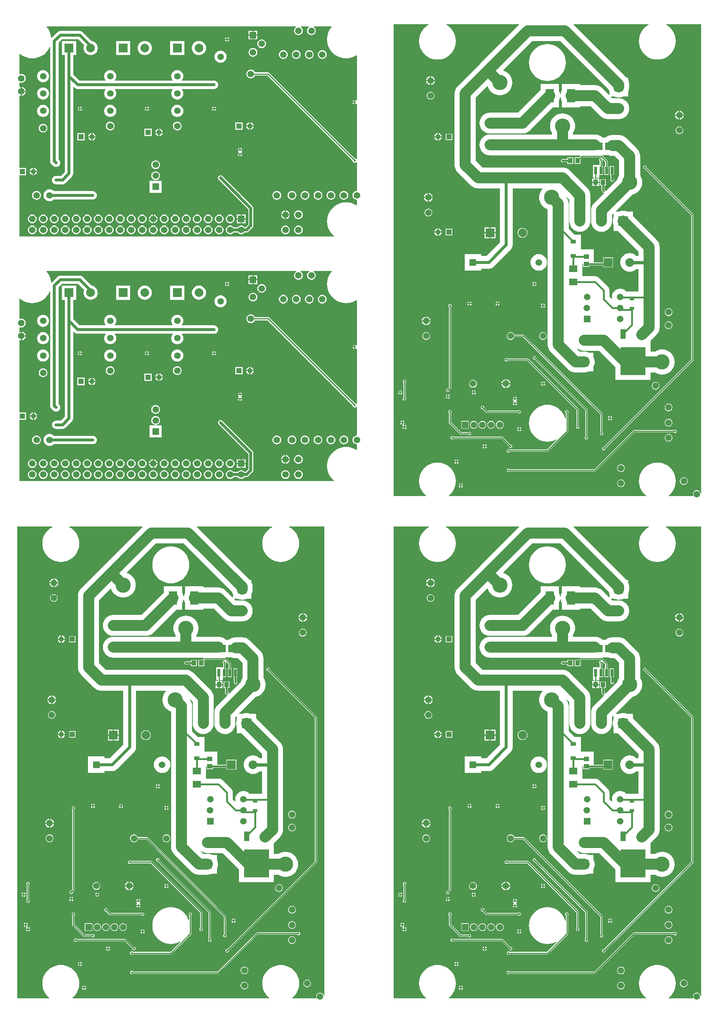
<source format=gbl>
G04*
G04 #@! TF.GenerationSoftware,Altium Limited,Altium Designer,18.0.11 (651)*
G04*
G04 Layer_Physical_Order=2*
G04 Layer_Color=16711680*
%FSLAX24Y24*%
%MOIN*%
G70*
G01*
G75*
%ADD10R,0.0433X0.0472*%
%ADD12R,0.0472X0.0433*%
%ADD18R,0.0480X0.0358*%
%ADD24C,0.0100*%
%ADD25C,0.0250*%
%ADD26C,0.0150*%
%ADD31R,0.0472X0.0472*%
%ADD35C,0.0591*%
%ADD36C,0.1378*%
%ADD37C,0.0472*%
%ADD38R,0.0787X0.0787*%
%ADD39C,0.0787*%
%ADD40R,0.0787X0.0787*%
%ADD41R,0.0591X0.0591*%
%ADD42C,0.0600*%
%ADD43R,0.0600X0.0600*%
%ADD44C,0.0866*%
%ADD45R,0.0866X0.0866*%
%ADD46C,0.0200*%
%ADD47R,0.0591X0.0591*%
%ADD48R,0.0787X0.0787*%
%ADD49C,0.0250*%
%ADD50R,0.0256X0.0689*%
%ADD51R,0.0394X0.0315*%
%ADD52R,0.0472X0.0866*%
%ADD53R,0.2283X0.2520*%
%ADD54R,0.0772X0.1240*%
%ADD55R,0.0748X0.0630*%
%ADD56C,0.1000*%
%ADD57C,0.0300*%
G36*
X25964Y88976D02*
X25980Y88931D01*
X25980Y88926D01*
X25899Y88865D01*
X25836Y88782D01*
X25796Y88686D01*
X25782Y88583D01*
X25796Y88479D01*
X25836Y88383D01*
X25899Y88301D01*
X25982Y88237D01*
X26078Y88198D01*
X26181Y88184D01*
X26284Y88198D01*
X26380Y88237D01*
X26463Y88301D01*
X26526Y88383D01*
X26566Y88479D01*
X26580Y88583D01*
X26566Y88686D01*
X26526Y88782D01*
X26463Y88865D01*
X26382Y88926D01*
X26382Y88931D01*
X26398Y88976D01*
X27145D01*
X27161Y88931D01*
X27161Y88926D01*
X27080Y88865D01*
X27017Y88782D01*
X26977Y88686D01*
X26964Y88583D01*
X26977Y88479D01*
X27017Y88383D01*
X27080Y88301D01*
X27163Y88237D01*
X27259Y88198D01*
X27362Y88184D01*
X27465Y88198D01*
X27562Y88237D01*
X27644Y88301D01*
X27707Y88383D01*
X27747Y88479D01*
X27761Y88583D01*
X27747Y88686D01*
X27707Y88782D01*
X27644Y88865D01*
X27564Y88926D01*
X27563Y88931D01*
X27579Y88976D01*
X29193D01*
X29214Y88931D01*
X29141Y88848D01*
X29015Y88660D01*
X28915Y88457D01*
X28842Y88243D01*
X28798Y88021D01*
X28783Y87795D01*
X28798Y87570D01*
X28842Y87348D01*
X28915Y87134D01*
X29015Y86931D01*
X29141Y86743D01*
X29290Y86573D01*
X29460Y86424D01*
X29648Y86298D01*
X29850Y86198D01*
X30064Y86126D01*
X30286Y86082D01*
X30512Y86067D01*
X30737Y86082D01*
X30959Y86126D01*
X31173Y86198D01*
X31376Y86298D01*
X31452Y86349D01*
X31496Y86325D01*
X31496Y82242D01*
X31446Y82227D01*
X31443Y82231D01*
X31377Y82275D01*
X31349Y82281D01*
Y81893D01*
X31377Y81898D01*
X31443Y81942D01*
X31446Y81946D01*
X31496Y81931D01*
X31496Y76927D01*
X31446Y76912D01*
X31443Y76916D01*
X31377Y76960D01*
X31315Y76972D01*
X23533Y84754D01*
X23484Y84787D01*
X23425Y84799D01*
X22215D01*
X22196Y84845D01*
X22132Y84928D01*
X22050Y84991D01*
X21954Y85031D01*
X21850Y85044D01*
X21747Y85031D01*
X21651Y84991D01*
X21568Y84928D01*
X21505Y84845D01*
X21465Y84749D01*
X21452Y84646D01*
X21465Y84542D01*
X21505Y84446D01*
X21568Y84364D01*
X21651Y84300D01*
X21747Y84261D01*
X21850Y84247D01*
X21954Y84261D01*
X22050Y84300D01*
X22132Y84364D01*
X22196Y84446D01*
X22215Y84493D01*
X23362D01*
X31098Y76756D01*
X31111Y76694D01*
X31155Y76627D01*
X31221Y76583D01*
X31299Y76568D01*
X31377Y76583D01*
X31443Y76627D01*
X31446Y76631D01*
X31496Y76616D01*
Y74021D01*
X31496Y74021D01*
X31393Y74007D01*
X31297Y73967D01*
X31214Y73904D01*
X31151Y73821D01*
X31111Y73725D01*
X31097Y73622D01*
X31111Y73519D01*
X31151Y73423D01*
X31214Y73340D01*
X31297Y73277D01*
X31393Y73237D01*
X31496Y73223D01*
X31496Y73223D01*
X31496Y72730D01*
X31452Y72706D01*
X31376Y72757D01*
X31173Y72857D01*
X30959Y72929D01*
X30737Y72974D01*
X30512Y72988D01*
X30286Y72974D01*
X30064Y72929D01*
X29850Y72857D01*
X29648Y72757D01*
X29460Y72631D01*
X29290Y72482D01*
X29141Y72312D01*
X29015Y72124D01*
X28915Y71921D01*
X28842Y71707D01*
X28798Y71485D01*
X28783Y71260D01*
X28798Y71034D01*
X28842Y70812D01*
X28915Y70598D01*
X29015Y70396D01*
X29141Y70208D01*
X29290Y70038D01*
X29410Y69932D01*
X29391Y69882D01*
X787D01*
X787Y75451D01*
X1411D01*
Y76124D01*
X787D01*
X787Y82680D01*
X829Y82707D01*
X881Y82686D01*
X934Y82679D01*
Y83463D01*
X881Y83456D01*
X829Y83434D01*
X787Y83462D01*
Y83861D01*
X829Y83888D01*
X881Y83867D01*
X984Y83853D01*
X1087Y83867D01*
X1184Y83907D01*
X1266Y83970D01*
X1330Y84053D01*
X1369Y84149D01*
X1383Y84252D01*
X1369Y84355D01*
X1330Y84451D01*
X1266Y84534D01*
X1184Y84597D01*
X1087Y84637D01*
X984Y84651D01*
X881Y84637D01*
X829Y84615D01*
X787Y84643D01*
Y86476D01*
X833Y86497D01*
X916Y86424D01*
X1104Y86298D01*
X1307Y86198D01*
X1521Y86126D01*
X1743Y86082D01*
X1969Y86067D01*
X2194Y86082D01*
X2416Y86126D01*
X2630Y86198D01*
X2833Y86298D01*
X3021Y86424D01*
X3191Y86573D01*
X3340Y86743D01*
X3465Y86931D01*
X3550Y87102D01*
X3600Y87090D01*
Y76731D01*
X3613Y76633D01*
X3650Y76542D01*
X3711Y76463D01*
X3866Y76307D01*
X3945Y76247D01*
X4036Y76209D01*
X4134Y76197D01*
X4232Y76209D01*
X4323Y76247D01*
X4401Y76307D01*
X4461Y76386D01*
X4499Y76477D01*
X4512Y76575D01*
X4499Y76673D01*
X4461Y76764D01*
X4401Y76842D01*
X4356Y76887D01*
Y87483D01*
X4684Y87811D01*
X6143D01*
X6690Y87263D01*
X6686Y87255D01*
X6649Y87134D01*
X6637Y87008D01*
X6649Y86882D01*
X6686Y86760D01*
X6746Y86649D01*
X6826Y86551D01*
X6924Y86470D01*
X7036Y86410D01*
X7157Y86373D01*
X7283Y86361D01*
X7410Y86373D01*
X7531Y86410D01*
X7643Y86470D01*
X7741Y86551D01*
X7821Y86649D01*
X7881Y86760D01*
X7918Y86882D01*
X7930Y87008D01*
X7918Y87134D01*
X7881Y87255D01*
X7821Y87367D01*
X7741Y87465D01*
X7643Y87546D01*
X7531Y87605D01*
X7410Y87642D01*
X7378Y87645D01*
X6567Y88456D01*
X6488Y88517D01*
X6397Y88554D01*
X6299Y88567D01*
X4528D01*
X4430Y88554D01*
X4338Y88517D01*
X4260Y88456D01*
X3738Y87934D01*
X3687Y87954D01*
X3682Y88021D01*
X3638Y88243D01*
X3565Y88457D01*
X3465Y88660D01*
X3340Y88848D01*
X3267Y88931D01*
X3287Y88976D01*
X25964Y88976D01*
D02*
G37*
G36*
Y66732D02*
X25980Y66687D01*
X25980Y66682D01*
X25899Y66620D01*
X25836Y66538D01*
X25796Y66442D01*
X25782Y66339D01*
X25796Y66235D01*
X25836Y66139D01*
X25899Y66057D01*
X25982Y65993D01*
X26078Y65953D01*
X26181Y65940D01*
X26284Y65953D01*
X26380Y65993D01*
X26463Y66057D01*
X26526Y66139D01*
X26566Y66235D01*
X26580Y66339D01*
X26566Y66442D01*
X26526Y66538D01*
X26463Y66620D01*
X26382Y66682D01*
X26382Y66687D01*
X26398Y66732D01*
X27145D01*
X27161Y66687D01*
X27161Y66682D01*
X27080Y66620D01*
X27017Y66538D01*
X26977Y66442D01*
X26964Y66339D01*
X26977Y66235D01*
X27017Y66139D01*
X27080Y66057D01*
X27163Y65993D01*
X27259Y65953D01*
X27362Y65940D01*
X27465Y65953D01*
X27562Y65993D01*
X27644Y66057D01*
X27707Y66139D01*
X27747Y66235D01*
X27761Y66339D01*
X27747Y66442D01*
X27707Y66538D01*
X27644Y66620D01*
X27564Y66682D01*
X27563Y66687D01*
X27579Y66732D01*
X29193D01*
X29214Y66687D01*
X29141Y66603D01*
X29015Y66415D01*
X28915Y66213D01*
X28842Y65999D01*
X28798Y65777D01*
X28783Y65551D01*
X28798Y65326D01*
X28842Y65104D01*
X28915Y64890D01*
X29015Y64687D01*
X29141Y64499D01*
X29290Y64329D01*
X29460Y64180D01*
X29648Y64054D01*
X29850Y63954D01*
X30064Y63882D01*
X30286Y63837D01*
X30512Y63823D01*
X30737Y63837D01*
X30959Y63882D01*
X31173Y63954D01*
X31376Y64054D01*
X31452Y64105D01*
X31496Y64081D01*
X31496Y59998D01*
X31446Y59983D01*
X31443Y59987D01*
X31377Y60031D01*
X31349Y60036D01*
Y59649D01*
X31377Y59654D01*
X31443Y59698D01*
X31446Y59702D01*
X31496Y59687D01*
X31496Y54683D01*
X31446Y54668D01*
X31443Y54672D01*
X31377Y54716D01*
X31315Y54728D01*
X23533Y62510D01*
X23484Y62543D01*
X23425Y62555D01*
X22215D01*
X22196Y62601D01*
X22132Y62683D01*
X22050Y62747D01*
X21954Y62787D01*
X21850Y62800D01*
X21747Y62787D01*
X21651Y62747D01*
X21568Y62683D01*
X21505Y62601D01*
X21465Y62505D01*
X21452Y62402D01*
X21465Y62298D01*
X21505Y62202D01*
X21568Y62120D01*
X21651Y62056D01*
X21747Y62016D01*
X21850Y62003D01*
X21954Y62016D01*
X22050Y62056D01*
X22132Y62120D01*
X22196Y62202D01*
X22215Y62249D01*
X23362D01*
X31098Y54512D01*
X31111Y54450D01*
X31155Y54383D01*
X31221Y54339D01*
X31299Y54324D01*
X31377Y54339D01*
X31443Y54383D01*
X31446Y54387D01*
X31496Y54372D01*
Y51777D01*
X31496Y51777D01*
X31393Y51763D01*
X31297Y51723D01*
X31214Y51660D01*
X31151Y51577D01*
X31111Y51481D01*
X31097Y51378D01*
X31111Y51275D01*
X31151Y51179D01*
X31214Y51096D01*
X31297Y51033D01*
X31393Y50993D01*
X31496Y50979D01*
X31496Y50979D01*
X31496Y50486D01*
X31452Y50462D01*
X31376Y50513D01*
X31173Y50613D01*
X30959Y50685D01*
X30737Y50729D01*
X30512Y50744D01*
X30286Y50729D01*
X30064Y50685D01*
X29850Y50613D01*
X29648Y50513D01*
X29460Y50387D01*
X29290Y50238D01*
X29141Y50068D01*
X29015Y49880D01*
X28915Y49677D01*
X28842Y49463D01*
X28798Y49241D01*
X28783Y49016D01*
X28798Y48790D01*
X28842Y48568D01*
X28915Y48354D01*
X29015Y48151D01*
X29141Y47964D01*
X29290Y47794D01*
X29410Y47688D01*
X29391Y47638D01*
X787D01*
X787Y53207D01*
X1411D01*
Y53880D01*
X787D01*
X787Y60435D01*
X829Y60463D01*
X881Y60442D01*
X934Y60435D01*
Y61219D01*
X881Y61212D01*
X829Y61190D01*
X787Y61218D01*
Y61617D01*
X829Y61644D01*
X881Y61623D01*
X984Y61609D01*
X1087Y61623D01*
X1184Y61663D01*
X1266Y61726D01*
X1330Y61809D01*
X1369Y61905D01*
X1383Y62008D01*
X1369Y62111D01*
X1330Y62207D01*
X1266Y62290D01*
X1184Y62353D01*
X1087Y62393D01*
X984Y62407D01*
X881Y62393D01*
X829Y62371D01*
X787Y62399D01*
Y64232D01*
X833Y64253D01*
X916Y64180D01*
X1104Y64054D01*
X1307Y63954D01*
X1521Y63882D01*
X1743Y63837D01*
X1969Y63823D01*
X2194Y63837D01*
X2416Y63882D01*
X2630Y63954D01*
X2833Y64054D01*
X3021Y64180D01*
X3191Y64329D01*
X3340Y64499D01*
X3465Y64687D01*
X3550Y64858D01*
X3600Y64846D01*
Y54487D01*
X3613Y54389D01*
X3650Y54297D01*
X3711Y54219D01*
X3866Y54063D01*
X3945Y54003D01*
X4036Y53965D01*
X4134Y53952D01*
X4232Y53965D01*
X4323Y54003D01*
X4401Y54063D01*
X4461Y54142D01*
X4499Y54233D01*
X4512Y54331D01*
X4499Y54429D01*
X4461Y54520D01*
X4401Y54598D01*
X4356Y54643D01*
Y65239D01*
X4684Y65567D01*
X6143D01*
X6690Y65019D01*
X6686Y65011D01*
X6649Y64890D01*
X6637Y64764D01*
X6649Y64638D01*
X6686Y64516D01*
X6746Y64404D01*
X6826Y64306D01*
X6924Y64226D01*
X7036Y64166D01*
X7157Y64129D01*
X7283Y64117D01*
X7410Y64129D01*
X7531Y64166D01*
X7643Y64226D01*
X7741Y64306D01*
X7821Y64404D01*
X7881Y64516D01*
X7918Y64638D01*
X7930Y64764D01*
X7918Y64890D01*
X7881Y65011D01*
X7821Y65123D01*
X7741Y65221D01*
X7643Y65302D01*
X7531Y65361D01*
X7410Y65398D01*
X7378Y65401D01*
X6567Y66212D01*
X6488Y66272D01*
X6397Y66310D01*
X6299Y66323D01*
X4528D01*
X4430Y66310D01*
X4338Y66272D01*
X4260Y66212D01*
X3738Y65690D01*
X3687Y65710D01*
X3682Y65777D01*
X3638Y65999D01*
X3565Y66213D01*
X3465Y66415D01*
X3340Y66603D01*
X3267Y66687D01*
X3287Y66732D01*
X25964Y66732D01*
D02*
G37*
G36*
X38036Y89173D02*
X38047Y89125D01*
X37980Y89091D01*
X37797Y88969D01*
X37632Y88825D01*
X37487Y88660D01*
X37365Y88477D01*
X37268Y88280D01*
X37198Y88072D01*
X37155Y87857D01*
X37141Y87638D01*
X37155Y87419D01*
X37198Y87203D01*
X37268Y86996D01*
X37365Y86799D01*
X37487Y86616D01*
X37632Y86451D01*
X37797Y86306D01*
X37980Y86184D01*
X38177Y86087D01*
X38385Y86017D01*
X38600Y85974D01*
X38819Y85959D01*
X39038Y85974D01*
X39253Y86017D01*
X39461Y86087D01*
X39658Y86184D01*
X39841Y86306D01*
X40006Y86451D01*
X40150Y86616D01*
X40272Y86799D01*
X40370Y86996D01*
X40440Y87203D01*
X40483Y87419D01*
X40497Y87638D01*
X40483Y87857D01*
X40440Y88072D01*
X40370Y88280D01*
X40272Y88477D01*
X40150Y88660D01*
X40006Y88825D01*
X39841Y88969D01*
X39658Y89091D01*
X39591Y89125D01*
X39602Y89173D01*
X46222D01*
X46242Y89127D01*
X42731Y85616D01*
X40664Y83549D01*
X40545Y83404D01*
X40457Y83239D01*
X40402Y83060D01*
X40384Y82874D01*
Y76378D01*
X40402Y76192D01*
X40457Y76013D01*
X40545Y75848D01*
X40664Y75703D01*
X41845Y74522D01*
X41989Y74403D01*
X42154Y74315D01*
X42333Y74261D01*
X42520Y74242D01*
X44499D01*
Y69335D01*
X43264Y68100D01*
X42797D01*
Y68270D01*
X41297D01*
Y66770D01*
X42797D01*
Y66940D01*
X43504D01*
X43654Y66960D01*
X43794Y67017D01*
X43914Y67110D01*
X45489Y68684D01*
X45581Y68805D01*
X45639Y68944D01*
X45659Y69095D01*
Y74242D01*
X48347D01*
X48370Y74192D01*
X48288Y74097D01*
X48195Y73944D01*
X48126Y73778D01*
X48084Y73604D01*
X48070Y73425D01*
X48084Y73246D01*
X48126Y73072D01*
X48195Y72907D01*
X48288Y72754D01*
X48405Y72617D01*
X48541Y72501D01*
X48694Y72407D01*
X48849Y72343D01*
Y71260D01*
Y60039D01*
X48867Y59853D01*
X48921Y59674D01*
X49009Y59509D01*
X49128Y59364D01*
X50703Y57790D01*
X50848Y57671D01*
X51013Y57583D01*
X51192Y57528D01*
X51378Y57510D01*
X52165D01*
X52352Y57528D01*
X52531Y57583D01*
X52602Y57621D01*
X53009D01*
Y58028D01*
X53047Y58099D01*
X53102Y58278D01*
X53120Y58465D01*
X53102Y58651D01*
X53047Y58830D01*
X53009Y58901D01*
Y59308D01*
X52602D01*
X52531Y59347D01*
X52352Y59401D01*
X52165Y59419D01*
X51773D01*
X51539Y59653D01*
X51573Y59690D01*
X51635Y59639D01*
X51800Y59551D01*
X51979Y59497D01*
X52165Y59479D01*
X53542D01*
X55015Y58006D01*
Y56834D01*
X58198D01*
Y57510D01*
X58630D01*
X58733Y57447D01*
X58899Y57378D01*
X59073Y57336D01*
X59252Y57322D01*
X59431Y57336D01*
X59605Y57378D01*
X59771Y57447D01*
X59924Y57540D01*
X60060Y57657D01*
X60176Y57793D01*
X60270Y57946D01*
X60339Y58112D01*
X60380Y58286D01*
X60394Y58465D01*
X60380Y58643D01*
X60339Y58818D01*
X60270Y58983D01*
X60176Y59136D01*
X60060Y59272D01*
X59924Y59389D01*
X59771Y59483D01*
X59605Y59551D01*
X59431Y59593D01*
X59252Y59607D01*
X59073Y59593D01*
X58899Y59551D01*
X58733Y59483D01*
X58630Y59419D01*
X58198D01*
Y60253D01*
X58190D01*
Y60391D01*
X58746Y60947D01*
X58865Y61092D01*
X58953Y61257D01*
X59007Y61436D01*
X59025Y61622D01*
Y64370D01*
Y67520D01*
Y68898D01*
X59007Y69084D01*
X58953Y69263D01*
X58865Y69428D01*
X58746Y69573D01*
X56592Y71727D01*
Y72143D01*
X56070D01*
X55895Y72196D01*
X55709Y72214D01*
X55522Y72196D01*
X55347Y72143D01*
X55054D01*
X55035Y72189D01*
X56534Y73688D01*
X56652Y73717D01*
X56818Y73785D01*
X56971Y73879D01*
X57107Y73995D01*
X57224Y74132D01*
X57317Y74285D01*
X57386Y74450D01*
X57428Y74624D01*
X57442Y74803D01*
X57428Y74982D01*
X57386Y75156D01*
X57317Y75322D01*
X57254Y75425D01*
Y77165D01*
X57235Y77352D01*
X57181Y77531D01*
X57093Y77696D01*
X56974Y77840D01*
X55990Y78825D01*
X55845Y78943D01*
X55680Y79032D01*
X55501Y79086D01*
X55315Y79104D01*
X54724D01*
X54538Y79086D01*
X54359Y79032D01*
X54194Y78943D01*
X54099Y78865D01*
X53833D01*
X53825Y78876D01*
X53680Y78995D01*
X53515Y79083D01*
X53336Y79137D01*
X53150Y79155D01*
X51151D01*
Y79299D01*
X51215Y79403D01*
X51283Y79568D01*
X51325Y79743D01*
X51339Y79921D01*
X51325Y80100D01*
X51283Y80274D01*
X51215Y80440D01*
X51121Y80593D01*
X51005Y80729D01*
X50868Y80846D01*
X50716Y80939D01*
X50550Y81008D01*
X50376Y81050D01*
X50197Y81064D01*
X50018Y81050D01*
X49844Y81008D01*
X49678Y80939D01*
X49525Y80846D01*
X49389Y80729D01*
X49273Y80593D01*
X49179Y80440D01*
X49110Y80274D01*
X49068Y80100D01*
X49054Y79921D01*
X49068Y79743D01*
X49110Y79568D01*
X49179Y79403D01*
X49242Y79299D01*
Y79155D01*
X43602D01*
X43416Y79137D01*
X43237Y79083D01*
X43072Y78995D01*
X42927Y78876D01*
X42809Y78731D01*
X42720Y78566D01*
X42666Y78387D01*
X42648Y78201D01*
X42666Y78015D01*
X42720Y77836D01*
X42809Y77670D01*
X42927Y77526D01*
X43072Y77407D01*
X43237Y77319D01*
X43416Y77265D01*
X43602Y77246D01*
X51834D01*
X51855Y77196D01*
X51717Y77058D01*
X51308D01*
Y76485D01*
X51841D01*
Y76894D01*
X52011Y77063D01*
X53698D01*
X53744Y77017D01*
X53719Y76971D01*
X53687Y76978D01*
X53628Y76966D01*
X53579Y76933D01*
X53546Y76883D01*
X53534Y76825D01*
X53546Y76766D01*
X53579Y76717D01*
X53585Y76713D01*
Y76398D01*
X53543Y76378D01*
X52953D01*
Y75197D01*
X53107D01*
Y75139D01*
X52892D01*
Y74853D01*
X53209D01*
X53525D01*
Y75139D01*
X53311D01*
Y75197D01*
X53543D01*
Y75472D01*
X53865D01*
Y76261D01*
X53789D01*
Y76713D01*
X53795Y76717D01*
X53828Y76766D01*
X53840Y76825D01*
X53834Y76857D01*
X53880Y76882D01*
X54085Y76676D01*
Y76261D01*
X54009D01*
Y75472D01*
X54365D01*
Y76261D01*
X54289D01*
Y76719D01*
X54281Y76758D01*
X54259Y76791D01*
X53823Y77226D01*
X53837Y77270D01*
X53842Y77276D01*
X54343D01*
X54359Y77268D01*
X54538Y77213D01*
X54724Y77195D01*
X54920D01*
X55345Y76770D01*
Y75425D01*
X55281Y75322D01*
X55213Y75156D01*
X55184Y75038D01*
X54136Y73990D01*
X54090Y74014D01*
X54090Y74016D01*
X54078Y74074D01*
X54045Y74124D01*
X54005Y74150D01*
Y74517D01*
X54145D01*
Y75089D01*
X53611D01*
Y74517D01*
X53751D01*
Y74075D01*
X53760Y74026D01*
X53788Y73985D01*
X53791Y73982D01*
X53796Y73957D01*
X53829Y73908D01*
X53878Y73874D01*
X53937Y73863D01*
X53938Y73863D01*
X53963Y73817D01*
X53065Y72919D01*
X52946Y72774D01*
X52858Y72609D01*
X52804Y72430D01*
X52786Y72244D01*
Y71260D01*
X52804Y71074D01*
X52858Y70895D01*
X52946Y70730D01*
X53065Y70585D01*
X53210Y70466D01*
X53375Y70378D01*
X53554Y70324D01*
X53740Y70305D01*
X53926Y70324D01*
X54105Y70378D01*
X54271Y70466D01*
X54415Y70585D01*
X54534Y70730D01*
X54622Y70895D01*
X54676Y71074D01*
X54695Y71260D01*
Y71849D01*
X54779Y71933D01*
X54826Y71914D01*
Y71621D01*
X54772Y71446D01*
X54754Y71260D01*
X54772Y71074D01*
X54826Y70898D01*
Y70377D01*
X55242D01*
X57116Y68502D01*
Y68123D01*
X56895D01*
X56770Y68225D01*
X56624Y68303D01*
X56465Y68351D01*
X56299Y68368D01*
X56134Y68351D01*
X55975Y68303D01*
X55828Y68225D01*
X55700Y68119D01*
X55594Y67991D01*
X55516Y67844D01*
X55468Y67685D01*
X55451Y67520D01*
X55468Y67354D01*
X55516Y67195D01*
X55594Y67049D01*
X55700Y66920D01*
X55828Y66815D01*
X55975Y66736D01*
X56134Y66688D01*
X56299Y66672D01*
X56465Y66688D01*
X56624Y66736D01*
X56770Y66815D01*
X56895Y66917D01*
X57116D01*
Y64880D01*
X55996D01*
X55967Y64915D01*
X55853Y65009D01*
X55724Y65078D01*
X55583Y65120D01*
X55437Y65135D01*
X55291Y65120D01*
X55150Y65078D01*
X55021Y65009D01*
X54907Y64915D01*
X54814Y64802D01*
X54745Y64672D01*
X54703Y64532D01*
X54688Y64386D01*
X54703Y64240D01*
X54709Y64219D01*
X54666Y64193D01*
X54467Y64393D01*
Y64961D01*
X54448Y65098D01*
X54396Y65225D01*
X54311Y65335D01*
X53544Y66103D01*
X53434Y66187D01*
X53306Y66240D01*
X53169Y66258D01*
X52005D01*
Y67385D01*
X52076D01*
Y67115D01*
X52648D01*
Y67254D01*
X53887D01*
Y67076D01*
X54774D01*
Y67963D01*
X53887D01*
Y67509D01*
X53048D01*
Y68718D01*
X51912D01*
X51871Y68739D01*
Y68769D01*
X51871D01*
Y70027D01*
X51301D01*
X50758Y70570D01*
Y71260D01*
Y72835D01*
X50739Y73021D01*
X50685Y73200D01*
X50597Y73365D01*
X50546Y73427D01*
X50583Y73461D01*
X50817Y73227D01*
Y71260D01*
X50835Y71074D01*
X50890Y70895D01*
X50978Y70730D01*
X51097Y70585D01*
X51241Y70466D01*
X51406Y70378D01*
X51585Y70324D01*
X51772Y70305D01*
X51958Y70324D01*
X52137Y70378D01*
X52302Y70466D01*
X52447Y70585D01*
X52565Y70730D01*
X52654Y70895D01*
X52708Y71074D01*
X52726Y71260D01*
Y73622D01*
X52708Y73808D01*
X52654Y73987D01*
X52565Y74152D01*
X52447Y74297D01*
X50872Y75872D01*
X50727Y75991D01*
X50562Y76079D01*
X50383Y76133D01*
X50197Y76151D01*
X45276D01*
X45177Y76142D01*
X45079Y76151D01*
X42915D01*
X42293Y76773D01*
Y82479D01*
X43350Y83535D01*
X43398Y83521D01*
X43402Y83505D01*
X43470Y83340D01*
X43564Y83187D01*
X43680Y83050D01*
X43817Y82934D01*
X43970Y82840D01*
X44135Y82772D01*
X44309Y82730D01*
X44488Y82716D01*
X44667Y82730D01*
X44841Y82772D01*
X45007Y82840D01*
X45160Y82934D01*
X45296Y83050D01*
X45413Y83187D01*
X45506Y83340D01*
X45575Y83505D01*
X45617Y83680D01*
X45631Y83858D01*
X45617Y84037D01*
X45575Y84211D01*
X45506Y84377D01*
X45413Y84530D01*
X45296Y84666D01*
X45160Y84783D01*
X45007Y84876D01*
X44841Y84945D01*
X44825Y84949D01*
X44811Y84997D01*
X47443Y87628D01*
X49998D01*
X54392Y83234D01*
X54433Y83099D01*
X54471Y83028D01*
Y82771D01*
X54425Y82752D01*
X53825Y83352D01*
X53680Y83471D01*
X53515Y83559D01*
X53336Y83613D01*
X53150Y83632D01*
X51802D01*
Y83747D01*
X50131D01*
Y83129D01*
X50085Y83043D01*
X50030Y82863D01*
X50025Y82811D01*
X49975D01*
X49970Y82863D01*
X49915Y83043D01*
X49869Y83129D01*
Y83747D01*
X48198D01*
Y83191D01*
X46146Y81140D01*
X43602D01*
X43416Y81121D01*
X43237Y81067D01*
X43072Y80979D01*
X42927Y80860D01*
X42809Y80715D01*
X42720Y80550D01*
X42666Y80371D01*
X42648Y80185D01*
X42666Y79999D01*
X42720Y79820D01*
X42809Y79655D01*
X42927Y79510D01*
X43072Y79391D01*
X43237Y79303D01*
X43416Y79249D01*
X43602Y79230D01*
X46555D01*
X46741Y79249D01*
X46920Y79303D01*
X47085Y79391D01*
X47230Y79510D01*
X47293Y79587D01*
X49313Y81607D01*
X49869D01*
Y82226D01*
X49915Y82312D01*
X49970Y82491D01*
X49975Y82543D01*
X50025D01*
X50030Y82491D01*
X50085Y82312D01*
X50131Y82226D01*
Y81607D01*
X51802D01*
Y81723D01*
X52754D01*
X53656Y80821D01*
X53800Y80702D01*
X53965Y80614D01*
X54144Y80560D01*
X54331Y80541D01*
X55315D01*
X55501Y80560D01*
X55680Y80614D01*
X55845Y80702D01*
X55990Y80821D01*
X56109Y80966D01*
X56197Y81131D01*
X56251Y81310D01*
X56270Y81496D01*
X56251Y81682D01*
X56197Y81861D01*
X56109Y82026D01*
X55990Y82171D01*
X55845Y82290D01*
X55680Y82378D01*
X55501Y82432D01*
X55315Y82451D01*
X54726D01*
X54602Y82575D01*
X54621Y82621D01*
X54878D01*
X54950Y82583D01*
X55129Y82528D01*
X55315Y82510D01*
X55501Y82528D01*
X55680Y82583D01*
X55752Y82621D01*
X56159D01*
Y83028D01*
X56197Y83099D01*
X56251Y83278D01*
X56270Y83465D01*
Y83661D01*
X56251Y83848D01*
X56197Y84027D01*
X56159Y84098D01*
Y84308D01*
X56013D01*
X55990Y84336D01*
X51199Y89127D01*
X51218Y89173D01*
X58036D01*
X58047Y89125D01*
X57980Y89091D01*
X57797Y88969D01*
X57632Y88825D01*
X57487Y88660D01*
X57365Y88477D01*
X57268Y88280D01*
X57198Y88072D01*
X57155Y87857D01*
X57141Y87638D01*
X57155Y87419D01*
X57198Y87203D01*
X57268Y86996D01*
X57365Y86799D01*
X57487Y86616D01*
X57632Y86451D01*
X57797Y86306D01*
X57980Y86184D01*
X58177Y86087D01*
X58385Y86017D01*
X58600Y85974D01*
X58819Y85959D01*
X59038Y85974D01*
X59253Y86017D01*
X59461Y86087D01*
X59658Y86184D01*
X59841Y86306D01*
X60006Y86451D01*
X60150Y86616D01*
X60272Y86799D01*
X60370Y86996D01*
X60440Y87203D01*
X60483Y87419D01*
X60497Y87638D01*
X60483Y87857D01*
X60440Y88072D01*
X60370Y88280D01*
X60272Y88477D01*
X60150Y88660D01*
X60006Y88825D01*
X59841Y88969D01*
X59658Y89091D01*
X59591Y89125D01*
X59602Y89173D01*
X62795D01*
X62795Y46495D01*
X62745Y46491D01*
X62738Y46547D01*
X62703Y46631D01*
X62648Y46703D01*
X62576Y46758D01*
X62492Y46793D01*
X62402Y46805D01*
X62311Y46793D01*
X62227Y46758D01*
X62155Y46703D01*
X62100Y46631D01*
X62065Y46547D01*
X62053Y46457D01*
X62065Y46367D01*
X62089Y46310D01*
X62057Y46260D01*
X59855D01*
X59846Y46289D01*
X59845Y46310D01*
X60006Y46451D01*
X60150Y46616D01*
X60272Y46799D01*
X60370Y46996D01*
X60440Y47203D01*
X60483Y47419D01*
X60497Y47638D01*
X60483Y47857D01*
X60440Y48072D01*
X60370Y48280D01*
X60272Y48477D01*
X60150Y48660D01*
X60006Y48825D01*
X59841Y48969D01*
X59658Y49091D01*
X59461Y49188D01*
X59253Y49259D01*
X59038Y49302D01*
X58819Y49316D01*
X58600Y49302D01*
X58385Y49259D01*
X58177Y49188D01*
X57980Y49091D01*
X57797Y48969D01*
X57632Y48825D01*
X57487Y48660D01*
X57365Y48477D01*
X57268Y48280D01*
X57198Y48072D01*
X57155Y47857D01*
X57141Y47638D01*
X57155Y47419D01*
X57198Y47203D01*
X57268Y46996D01*
X57365Y46799D01*
X57487Y46616D01*
X57632Y46451D01*
X57793Y46310D01*
X57792Y46289D01*
X57783Y46260D01*
X39855Y46260D01*
X39846Y46289D01*
X39845Y46310D01*
X40006Y46451D01*
X40150Y46616D01*
X40272Y46799D01*
X40370Y46996D01*
X40440Y47203D01*
X40483Y47419D01*
X40497Y47638D01*
X40483Y47857D01*
X40440Y48072D01*
X40370Y48280D01*
X40272Y48477D01*
X40150Y48660D01*
X40006Y48825D01*
X39841Y48969D01*
X39658Y49091D01*
X39461Y49188D01*
X39253Y49259D01*
X39038Y49302D01*
X38819Y49316D01*
X38600Y49302D01*
X38385Y49259D01*
X38177Y49188D01*
X37980Y49091D01*
X37797Y48969D01*
X37632Y48825D01*
X37487Y48660D01*
X37365Y48477D01*
X37268Y48280D01*
X37198Y48072D01*
X37155Y47857D01*
X37141Y47638D01*
X37155Y47419D01*
X37198Y47203D01*
X37268Y46996D01*
X37365Y46799D01*
X37487Y46616D01*
X37632Y46451D01*
X37793Y46310D01*
X37792Y46289D01*
X37783Y46260D01*
X34843D01*
X34843Y89173D01*
X38036D01*
D02*
G37*
G36*
Y43504D02*
X38047Y43455D01*
X37980Y43422D01*
X37797Y43300D01*
X37632Y43155D01*
X37487Y42990D01*
X37365Y42808D01*
X37268Y42611D01*
X37198Y42403D01*
X37155Y42188D01*
X37141Y41968D01*
X37155Y41749D01*
X37198Y41534D01*
X37268Y41326D01*
X37365Y41129D01*
X37487Y40947D01*
X37632Y40782D01*
X37797Y40637D01*
X37980Y40515D01*
X38177Y40418D01*
X38385Y40347D01*
X38600Y40304D01*
X38819Y40290D01*
X39038Y40304D01*
X39253Y40347D01*
X39461Y40418D01*
X39658Y40515D01*
X39841Y40637D01*
X40006Y40782D01*
X40150Y40947D01*
X40272Y41129D01*
X40370Y41326D01*
X40440Y41534D01*
X40483Y41749D01*
X40497Y41968D01*
X40483Y42188D01*
X40440Y42403D01*
X40370Y42611D01*
X40272Y42808D01*
X40150Y42990D01*
X40006Y43155D01*
X39841Y43300D01*
X39658Y43422D01*
X39591Y43455D01*
X39602Y43504D01*
X46222D01*
X46242Y43458D01*
X42731Y39947D01*
X40664Y37880D01*
X40545Y37735D01*
X40457Y37570D01*
X40402Y37391D01*
X40384Y37205D01*
Y30709D01*
X40402Y30522D01*
X40457Y30343D01*
X40545Y30178D01*
X40664Y30034D01*
X41845Y28853D01*
X41989Y28734D01*
X42154Y28646D01*
X42333Y28591D01*
X42520Y28573D01*
X44499D01*
Y23665D01*
X43264Y22430D01*
X42797D01*
Y22600D01*
X41297D01*
Y21100D01*
X42797D01*
Y21270D01*
X43504D01*
X43654Y21290D01*
X43794Y21348D01*
X43914Y21440D01*
X45489Y23015D01*
X45581Y23135D01*
X45639Y23275D01*
X45659Y23425D01*
Y28573D01*
X48347D01*
X48370Y28523D01*
X48288Y28427D01*
X48195Y28275D01*
X48126Y28109D01*
X48084Y27935D01*
X48070Y27756D01*
X48084Y27577D01*
X48126Y27403D01*
X48195Y27237D01*
X48288Y27084D01*
X48405Y26948D01*
X48541Y26832D01*
X48694Y26738D01*
X48849Y26674D01*
Y25591D01*
Y14370D01*
X48867Y14184D01*
X48921Y14005D01*
X49009Y13840D01*
X49128Y13695D01*
X50703Y12120D01*
X50848Y12002D01*
X51013Y11913D01*
X51192Y11859D01*
X51378Y11841D01*
X52165D01*
X52352Y11859D01*
X52531Y11913D01*
X52602Y11952D01*
X53009D01*
Y12358D01*
X53047Y12430D01*
X53102Y12609D01*
X53120Y12795D01*
X53102Y12982D01*
X53047Y13161D01*
X53009Y13232D01*
Y13639D01*
X52602D01*
X52531Y13677D01*
X52352Y13732D01*
X52165Y13750D01*
X51773D01*
X51539Y13984D01*
X51573Y14021D01*
X51635Y13970D01*
X51800Y13882D01*
X51979Y13828D01*
X52165Y13809D01*
X53542D01*
X55015Y12336D01*
Y11164D01*
X58198D01*
Y11841D01*
X58630D01*
X58733Y11777D01*
X58899Y11709D01*
X59073Y11667D01*
X59252Y11653D01*
X59431Y11667D01*
X59605Y11709D01*
X59771Y11777D01*
X59924Y11871D01*
X60060Y11987D01*
X60176Y12124D01*
X60270Y12277D01*
X60339Y12442D01*
X60380Y12617D01*
X60394Y12795D01*
X60380Y12974D01*
X60339Y13148D01*
X60270Y13314D01*
X60176Y13467D01*
X60060Y13603D01*
X59924Y13720D01*
X59771Y13813D01*
X59605Y13882D01*
X59431Y13924D01*
X59252Y13938D01*
X59073Y13924D01*
X58899Y13882D01*
X58733Y13813D01*
X58630Y13750D01*
X58198D01*
Y14584D01*
X58190D01*
Y14722D01*
X58746Y15278D01*
X58865Y15422D01*
X58953Y15587D01*
X59007Y15767D01*
X59025Y15953D01*
Y18701D01*
Y21850D01*
Y23228D01*
X59007Y23415D01*
X58953Y23594D01*
X58865Y23759D01*
X58746Y23903D01*
X56592Y26058D01*
Y26474D01*
X56070D01*
X55895Y26527D01*
X55709Y26545D01*
X55522Y26527D01*
X55347Y26474D01*
X55054D01*
X55035Y26520D01*
X56534Y28019D01*
X56652Y28047D01*
X56818Y28116D01*
X56971Y28210D01*
X57107Y28326D01*
X57224Y28462D01*
X57317Y28615D01*
X57386Y28781D01*
X57428Y28955D01*
X57442Y29134D01*
X57428Y29313D01*
X57386Y29487D01*
X57317Y29653D01*
X57254Y29756D01*
Y31496D01*
X57235Y31682D01*
X57181Y31861D01*
X57093Y32026D01*
X56974Y32171D01*
X55990Y33155D01*
X55845Y33274D01*
X55680Y33362D01*
X55501Y33417D01*
X55315Y33435D01*
X54724D01*
X54538Y33417D01*
X54359Y33362D01*
X54194Y33274D01*
X54099Y33196D01*
X53833D01*
X53825Y33207D01*
X53680Y33325D01*
X53515Y33413D01*
X53336Y33468D01*
X53150Y33486D01*
X51151D01*
Y33630D01*
X51215Y33733D01*
X51283Y33899D01*
X51325Y34073D01*
X51339Y34252D01*
X51325Y34431D01*
X51283Y34605D01*
X51215Y34771D01*
X51121Y34924D01*
X51005Y35060D01*
X50868Y35176D01*
X50716Y35270D01*
X50550Y35339D01*
X50376Y35380D01*
X50197Y35394D01*
X50018Y35380D01*
X49844Y35339D01*
X49678Y35270D01*
X49525Y35176D01*
X49389Y35060D01*
X49273Y34924D01*
X49179Y34771D01*
X49110Y34605D01*
X49068Y34431D01*
X49054Y34252D01*
X49068Y34073D01*
X49110Y33899D01*
X49179Y33733D01*
X49242Y33630D01*
Y33486D01*
X43602D01*
X43416Y33468D01*
X43237Y33413D01*
X43072Y33325D01*
X42927Y33207D01*
X42809Y33062D01*
X42720Y32897D01*
X42666Y32718D01*
X42648Y32531D01*
X42666Y32345D01*
X42720Y32166D01*
X42809Y32001D01*
X42927Y31857D01*
X43072Y31738D01*
X43237Y31650D01*
X43416Y31595D01*
X43602Y31577D01*
X51834D01*
X51855Y31527D01*
X51717Y31389D01*
X51308D01*
Y30816D01*
X51841D01*
Y31225D01*
X52011Y31394D01*
X53698D01*
X53744Y31348D01*
X53719Y31302D01*
X53687Y31308D01*
X53628Y31297D01*
X53579Y31264D01*
X53546Y31214D01*
X53534Y31156D01*
X53546Y31097D01*
X53579Y31047D01*
X53585Y31043D01*
Y30729D01*
X53543Y30709D01*
X52953D01*
Y29528D01*
X53107D01*
Y29470D01*
X52892D01*
Y29184D01*
X53209D01*
X53525D01*
Y29470D01*
X53311D01*
Y29528D01*
X53543D01*
Y29802D01*
X53865D01*
Y30591D01*
X53789D01*
Y31043D01*
X53795Y31047D01*
X53828Y31097D01*
X53840Y31156D01*
X53834Y31188D01*
X53880Y31212D01*
X54085Y31007D01*
Y30591D01*
X54009D01*
Y29802D01*
X54365D01*
Y30591D01*
X54289D01*
Y31049D01*
X54281Y31088D01*
X54259Y31121D01*
X53823Y31557D01*
X53837Y31601D01*
X53842Y31607D01*
X54343D01*
X54359Y31598D01*
X54538Y31544D01*
X54724Y31526D01*
X54920D01*
X55345Y31101D01*
Y29756D01*
X55281Y29653D01*
X55213Y29487D01*
X55184Y29369D01*
X54136Y28320D01*
X54090Y28345D01*
X54090Y28346D01*
X54078Y28405D01*
X54045Y28455D01*
X54005Y28481D01*
Y28848D01*
X54145D01*
Y29420D01*
X53611D01*
Y28848D01*
X53751D01*
Y28406D01*
X53760Y28357D01*
X53788Y28315D01*
X53791Y28312D01*
X53796Y28288D01*
X53829Y28238D01*
X53878Y28205D01*
X53937Y28194D01*
X53938Y28194D01*
X53963Y28148D01*
X53065Y27250D01*
X52946Y27105D01*
X52858Y26940D01*
X52804Y26761D01*
X52786Y26575D01*
Y25591D01*
X52804Y25404D01*
X52858Y25225D01*
X52946Y25060D01*
X53065Y24916D01*
X53210Y24797D01*
X53375Y24709D01*
X53554Y24654D01*
X53740Y24636D01*
X53926Y24654D01*
X54105Y24709D01*
X54271Y24797D01*
X54415Y24916D01*
X54534Y25060D01*
X54622Y25225D01*
X54676Y25404D01*
X54695Y25591D01*
Y26179D01*
X54779Y26264D01*
X54826Y26245D01*
Y25952D01*
X54772Y25777D01*
X54754Y25591D01*
X54772Y25404D01*
X54826Y25229D01*
Y24707D01*
X55242D01*
X57116Y22833D01*
Y22453D01*
X56895D01*
X56770Y22555D01*
X56624Y22634D01*
X56465Y22682D01*
X56299Y22698D01*
X56134Y22682D01*
X55975Y22634D01*
X55828Y22555D01*
X55700Y22450D01*
X55594Y22321D01*
X55516Y22175D01*
X55468Y22016D01*
X55451Y21850D01*
X55468Y21685D01*
X55516Y21526D01*
X55594Y21379D01*
X55700Y21251D01*
X55828Y21145D01*
X55975Y21067D01*
X56134Y21019D01*
X56299Y21003D01*
X56465Y21019D01*
X56624Y21067D01*
X56770Y21145D01*
X56895Y21247D01*
X57116D01*
Y19211D01*
X55996D01*
X55967Y19246D01*
X55853Y19339D01*
X55724Y19408D01*
X55583Y19451D01*
X55437Y19465D01*
X55291Y19451D01*
X55150Y19408D01*
X55021Y19339D01*
X54907Y19246D01*
X54814Y19133D01*
X54745Y19003D01*
X54703Y18863D01*
X54688Y18717D01*
X54703Y18570D01*
X54709Y18550D01*
X54666Y18524D01*
X54467Y18723D01*
Y19291D01*
X54448Y19428D01*
X54396Y19556D01*
X54311Y19666D01*
X53544Y20433D01*
X53434Y20518D01*
X53306Y20571D01*
X53169Y20589D01*
X52005D01*
Y21715D01*
X52076D01*
Y21446D01*
X52648D01*
Y21585D01*
X53887D01*
Y21407D01*
X54774D01*
Y22294D01*
X53887D01*
Y21840D01*
X53048D01*
Y23048D01*
X51912D01*
X51871Y23070D01*
Y23099D01*
X51871D01*
Y24358D01*
X51301D01*
X50758Y24901D01*
Y25591D01*
Y27165D01*
X50739Y27352D01*
X50685Y27531D01*
X50597Y27696D01*
X50546Y27758D01*
X50583Y27791D01*
X50817Y27557D01*
Y25591D01*
X50835Y25404D01*
X50890Y25225D01*
X50978Y25060D01*
X51097Y24916D01*
X51241Y24797D01*
X51406Y24709D01*
X51585Y24654D01*
X51772Y24636D01*
X51958Y24654D01*
X52137Y24709D01*
X52302Y24797D01*
X52447Y24916D01*
X52565Y25060D01*
X52654Y25225D01*
X52708Y25404D01*
X52726Y25591D01*
Y27953D01*
X52708Y28139D01*
X52654Y28318D01*
X52565Y28483D01*
X52447Y28628D01*
X50872Y30203D01*
X50727Y30321D01*
X50562Y30410D01*
X50383Y30464D01*
X50197Y30482D01*
X45276D01*
X45177Y30472D01*
X45079Y30482D01*
X42915D01*
X42293Y31104D01*
Y36809D01*
X43350Y37866D01*
X43398Y37852D01*
X43402Y37836D01*
X43470Y37670D01*
X43564Y37517D01*
X43680Y37381D01*
X43817Y37265D01*
X43970Y37171D01*
X44135Y37102D01*
X44309Y37061D01*
X44488Y37046D01*
X44667Y37061D01*
X44841Y37102D01*
X45007Y37171D01*
X45160Y37265D01*
X45296Y37381D01*
X45413Y37517D01*
X45506Y37670D01*
X45575Y37836D01*
X45617Y38010D01*
X45631Y38189D01*
X45617Y38368D01*
X45575Y38542D01*
X45506Y38708D01*
X45413Y38861D01*
X45296Y38997D01*
X45160Y39113D01*
X45007Y39207D01*
X44841Y39276D01*
X44825Y39279D01*
X44811Y39328D01*
X47443Y41959D01*
X49998D01*
X54392Y37565D01*
X54433Y37430D01*
X54471Y37358D01*
Y37102D01*
X54425Y37082D01*
X53825Y37683D01*
X53680Y37802D01*
X53515Y37890D01*
X53336Y37944D01*
X53150Y37962D01*
X51802D01*
Y38078D01*
X50131D01*
Y37459D01*
X50085Y37373D01*
X50030Y37194D01*
X50025Y37142D01*
X49975D01*
X49970Y37194D01*
X49915Y37373D01*
X49869Y37459D01*
Y38078D01*
X48198D01*
Y37522D01*
X46146Y35470D01*
X43602D01*
X43416Y35452D01*
X43237Y35398D01*
X43072Y35309D01*
X42927Y35191D01*
X42809Y35046D01*
X42720Y34881D01*
X42666Y34702D01*
X42648Y34516D01*
X42666Y34330D01*
X42720Y34150D01*
X42809Y33985D01*
X42927Y33841D01*
X43072Y33722D01*
X43237Y33634D01*
X43416Y33579D01*
X43602Y33561D01*
X46555D01*
X46741Y33579D01*
X46920Y33634D01*
X47085Y33722D01*
X47230Y33841D01*
X47293Y33918D01*
X49313Y35938D01*
X49869D01*
Y36556D01*
X49915Y36643D01*
X49970Y36822D01*
X49975Y36874D01*
X50025D01*
X50030Y36822D01*
X50085Y36643D01*
X50131Y36556D01*
Y35938D01*
X51802D01*
Y36053D01*
X52754D01*
X53656Y35152D01*
X53800Y35033D01*
X53965Y34945D01*
X54144Y34891D01*
X54331Y34872D01*
X55315D01*
X55501Y34891D01*
X55680Y34945D01*
X55845Y35033D01*
X55990Y35152D01*
X56109Y35296D01*
X56197Y35461D01*
X56251Y35641D01*
X56270Y35827D01*
X56251Y36013D01*
X56197Y36192D01*
X56109Y36357D01*
X55990Y36502D01*
X55845Y36620D01*
X55680Y36709D01*
X55501Y36763D01*
X55315Y36781D01*
X54726D01*
X54602Y36905D01*
X54621Y36952D01*
X54878D01*
X54950Y36913D01*
X55129Y36859D01*
X55315Y36841D01*
X55501Y36859D01*
X55680Y36913D01*
X55752Y36952D01*
X56159D01*
Y37358D01*
X56197Y37430D01*
X56251Y37609D01*
X56270Y37795D01*
Y37992D01*
X56251Y38178D01*
X56197Y38357D01*
X56159Y38429D01*
Y38639D01*
X56013D01*
X55990Y38667D01*
X51199Y43458D01*
X51218Y43504D01*
X58036D01*
X58047Y43455D01*
X57980Y43422D01*
X57797Y43300D01*
X57632Y43155D01*
X57487Y42990D01*
X57365Y42808D01*
X57268Y42611D01*
X57198Y42403D01*
X57155Y42188D01*
X57141Y41968D01*
X57155Y41749D01*
X57198Y41534D01*
X57268Y41326D01*
X57365Y41129D01*
X57487Y40947D01*
X57632Y40782D01*
X57797Y40637D01*
X57980Y40515D01*
X58177Y40418D01*
X58385Y40347D01*
X58600Y40304D01*
X58819Y40290D01*
X59038Y40304D01*
X59253Y40347D01*
X59461Y40418D01*
X59658Y40515D01*
X59841Y40637D01*
X60006Y40782D01*
X60150Y40947D01*
X60272Y41129D01*
X60370Y41326D01*
X60440Y41534D01*
X60483Y41749D01*
X60497Y41968D01*
X60483Y42188D01*
X60440Y42403D01*
X60370Y42611D01*
X60272Y42808D01*
X60150Y42990D01*
X60006Y43155D01*
X59841Y43300D01*
X59658Y43422D01*
X59591Y43455D01*
X59602Y43504D01*
X62795D01*
X62795Y825D01*
X62745Y822D01*
X62738Y878D01*
X62703Y962D01*
X62648Y1034D01*
X62576Y1089D01*
X62492Y1124D01*
X62402Y1136D01*
X62311Y1124D01*
X62227Y1089D01*
X62155Y1034D01*
X62100Y962D01*
X62065Y878D01*
X62053Y787D01*
X62065Y697D01*
X62089Y641D01*
X62057Y591D01*
X59855D01*
X59846Y619D01*
X59845Y641D01*
X60006Y782D01*
X60150Y947D01*
X60272Y1129D01*
X60370Y1326D01*
X60440Y1534D01*
X60483Y1749D01*
X60497Y1969D01*
X60483Y2188D01*
X60440Y2403D01*
X60370Y2611D01*
X60272Y2808D01*
X60150Y2990D01*
X60006Y3155D01*
X59841Y3300D01*
X59658Y3422D01*
X59461Y3519D01*
X59253Y3590D01*
X59038Y3633D01*
X58819Y3647D01*
X58600Y3633D01*
X58385Y3590D01*
X58177Y3519D01*
X57980Y3422D01*
X57797Y3300D01*
X57632Y3155D01*
X57487Y2990D01*
X57365Y2808D01*
X57268Y2611D01*
X57198Y2403D01*
X57155Y2188D01*
X57141Y1969D01*
X57155Y1749D01*
X57198Y1534D01*
X57268Y1326D01*
X57365Y1129D01*
X57487Y947D01*
X57632Y782D01*
X57793Y641D01*
X57792Y619D01*
X57783Y591D01*
X39855Y591D01*
X39846Y619D01*
X39845Y641D01*
X40006Y782D01*
X40150Y947D01*
X40272Y1129D01*
X40370Y1326D01*
X40440Y1534D01*
X40483Y1749D01*
X40497Y1969D01*
X40483Y2188D01*
X40440Y2403D01*
X40370Y2611D01*
X40272Y2808D01*
X40150Y2990D01*
X40006Y3155D01*
X39841Y3300D01*
X39658Y3422D01*
X39461Y3519D01*
X39253Y3590D01*
X39038Y3633D01*
X38819Y3647D01*
X38600Y3633D01*
X38385Y3590D01*
X38177Y3519D01*
X37980Y3422D01*
X37797Y3300D01*
X37632Y3155D01*
X37487Y2990D01*
X37365Y2808D01*
X37268Y2611D01*
X37198Y2403D01*
X37155Y2188D01*
X37141Y1969D01*
X37155Y1749D01*
X37198Y1534D01*
X37268Y1326D01*
X37365Y1129D01*
X37487Y947D01*
X37632Y782D01*
X37793Y641D01*
X37792Y619D01*
X37783Y591D01*
X34843D01*
X34843Y43504D01*
X38036D01*
D02*
G37*
G36*
X3784D02*
X3795Y43455D01*
X3728Y43422D01*
X3545Y43300D01*
X3380Y43155D01*
X3235Y42990D01*
X3113Y42808D01*
X3016Y42611D01*
X2946Y42403D01*
X2903Y42188D01*
X2889Y41968D01*
X2903Y41749D01*
X2946Y41534D01*
X3016Y41326D01*
X3113Y41129D01*
X3235Y40947D01*
X3380Y40782D01*
X3545Y40637D01*
X3728Y40515D01*
X3925Y40418D01*
X4133Y40347D01*
X4348Y40304D01*
X4567Y40290D01*
X4786Y40304D01*
X5001Y40347D01*
X5209Y40418D01*
X5406Y40515D01*
X5589Y40637D01*
X5754Y40782D01*
X5899Y40947D01*
X6020Y41129D01*
X6118Y41326D01*
X6188Y41534D01*
X6231Y41749D01*
X6245Y41968D01*
X6231Y42188D01*
X6188Y42403D01*
X6118Y42611D01*
X6020Y42808D01*
X5899Y42990D01*
X5754Y43155D01*
X5589Y43300D01*
X5406Y43422D01*
X5339Y43455D01*
X5350Y43504D01*
X11970D01*
X11990Y43458D01*
X8479Y39947D01*
X6412Y37880D01*
X6293Y37735D01*
X6205Y37570D01*
X6150Y37391D01*
X6132Y37205D01*
Y30709D01*
X6150Y30522D01*
X6205Y30343D01*
X6293Y30178D01*
X6412Y30034D01*
X7593Y28853D01*
X7737Y28734D01*
X7902Y28646D01*
X8081Y28591D01*
X8268Y28573D01*
X10247D01*
Y23665D01*
X9012Y22430D01*
X8545D01*
Y22600D01*
X7045D01*
Y21100D01*
X8545D01*
Y21270D01*
X9252D01*
X9402Y21290D01*
X9542Y21348D01*
X9662Y21440D01*
X11237Y23015D01*
X11329Y23135D01*
X11387Y23275D01*
X11407Y23425D01*
Y28573D01*
X14095D01*
X14118Y28523D01*
X14036Y28427D01*
X13943Y28275D01*
X13874Y28109D01*
X13832Y27935D01*
X13818Y27756D01*
X13832Y27577D01*
X13874Y27403D01*
X13943Y27237D01*
X14036Y27084D01*
X14153Y26948D01*
X14289Y26832D01*
X14442Y26738D01*
X14597Y26674D01*
Y25591D01*
Y14370D01*
X14615Y14184D01*
X14669Y14005D01*
X14757Y13840D01*
X14876Y13695D01*
X16451Y12120D01*
X16596Y12002D01*
X16761Y11913D01*
X16940Y11859D01*
X17126Y11841D01*
X17913D01*
X18100Y11859D01*
X18279Y11913D01*
X18350Y11952D01*
X18757D01*
Y12358D01*
X18795Y12430D01*
X18850Y12609D01*
X18868Y12795D01*
X18850Y12982D01*
X18795Y13161D01*
X18757Y13232D01*
Y13639D01*
X18350D01*
X18279Y13677D01*
X18100Y13732D01*
X17913Y13750D01*
X17521D01*
X17287Y13984D01*
X17321Y14021D01*
X17383Y13970D01*
X17548Y13882D01*
X17727Y13828D01*
X17913Y13809D01*
X19290D01*
X20763Y12336D01*
Y11164D01*
X23946D01*
Y11841D01*
X24378D01*
X24481Y11777D01*
X24647Y11709D01*
X24821Y11667D01*
X25000Y11653D01*
X25179Y11667D01*
X25353Y11709D01*
X25519Y11777D01*
X25672Y11871D01*
X25808Y11987D01*
X25924Y12124D01*
X26018Y12277D01*
X26087Y12442D01*
X26128Y12617D01*
X26143Y12795D01*
X26128Y12974D01*
X26087Y13148D01*
X26018Y13314D01*
X25924Y13467D01*
X25808Y13603D01*
X25672Y13720D01*
X25519Y13813D01*
X25353Y13882D01*
X25179Y13924D01*
X25000Y13938D01*
X24821Y13924D01*
X24647Y13882D01*
X24481Y13813D01*
X24378Y13750D01*
X23946D01*
Y14584D01*
X23938D01*
Y14722D01*
X24494Y15278D01*
X24613Y15422D01*
X24701Y15587D01*
X24755Y15767D01*
X24773Y15953D01*
Y18701D01*
Y21850D01*
Y23228D01*
X24755Y23415D01*
X24701Y23594D01*
X24613Y23759D01*
X24494Y23903D01*
X22340Y26058D01*
Y26474D01*
X21818D01*
X21643Y26527D01*
X21457Y26545D01*
X21270Y26527D01*
X21095Y26474D01*
X20802D01*
X20783Y26520D01*
X22282Y28019D01*
X22400Y28047D01*
X22566Y28116D01*
X22719Y28210D01*
X22855Y28326D01*
X22972Y28462D01*
X23065Y28615D01*
X23134Y28781D01*
X23176Y28955D01*
X23190Y29134D01*
X23176Y29313D01*
X23134Y29487D01*
X23065Y29653D01*
X23002Y29756D01*
Y31496D01*
X22984Y31682D01*
X22929Y31861D01*
X22841Y32026D01*
X22722Y32171D01*
X21738Y33155D01*
X21593Y33274D01*
X21428Y33362D01*
X21249Y33417D01*
X21063Y33435D01*
X20472D01*
X20286Y33417D01*
X20107Y33362D01*
X19942Y33274D01*
X19847Y33196D01*
X19581D01*
X19573Y33207D01*
X19428Y33325D01*
X19263Y33413D01*
X19084Y33468D01*
X18898Y33486D01*
X16899D01*
Y33630D01*
X16963Y33733D01*
X17031Y33899D01*
X17073Y34073D01*
X17087Y34252D01*
X17073Y34431D01*
X17031Y34605D01*
X16963Y34771D01*
X16869Y34924D01*
X16753Y35060D01*
X16616Y35176D01*
X16464Y35270D01*
X16298Y35339D01*
X16124Y35380D01*
X15945Y35394D01*
X15766Y35380D01*
X15592Y35339D01*
X15426Y35270D01*
X15273Y35176D01*
X15137Y35060D01*
X15021Y34924D01*
X14927Y34771D01*
X14858Y34605D01*
X14816Y34431D01*
X14802Y34252D01*
X14816Y34073D01*
X14858Y33899D01*
X14927Y33733D01*
X14990Y33630D01*
Y33486D01*
X9350D01*
X9164Y33468D01*
X8985Y33413D01*
X8820Y33325D01*
X8675Y33207D01*
X8557Y33062D01*
X8468Y32897D01*
X8414Y32718D01*
X8396Y32531D01*
X8414Y32345D01*
X8468Y32166D01*
X8557Y32001D01*
X8675Y31857D01*
X8820Y31738D01*
X8985Y31650D01*
X9164Y31595D01*
X9350Y31577D01*
X17582D01*
X17603Y31527D01*
X17465Y31389D01*
X17056D01*
Y30816D01*
X17589D01*
Y31225D01*
X17759Y31394D01*
X19446D01*
X19492Y31348D01*
X19467Y31302D01*
X19435Y31308D01*
X19377Y31297D01*
X19327Y31264D01*
X19294Y31214D01*
X19282Y31156D01*
X19294Y31097D01*
X19327Y31047D01*
X19333Y31043D01*
Y30729D01*
X19291Y30709D01*
X18701D01*
Y29528D01*
X18855D01*
Y29470D01*
X18640D01*
Y29184D01*
X18957D01*
X19273D01*
Y29470D01*
X19059D01*
Y29528D01*
X19291D01*
Y29802D01*
X19613D01*
Y30591D01*
X19537D01*
Y31043D01*
X19543Y31047D01*
X19576Y31097D01*
X19588Y31156D01*
X19582Y31188D01*
X19628Y31212D01*
X19833Y31007D01*
Y30591D01*
X19757D01*
Y29802D01*
X20113D01*
Y30591D01*
X20037D01*
Y31049D01*
X20029Y31088D01*
X20007Y31121D01*
X19571Y31557D01*
X19585Y31601D01*
X19590Y31607D01*
X20091D01*
X20107Y31598D01*
X20286Y31544D01*
X20472Y31526D01*
X20668D01*
X21093Y31101D01*
Y29756D01*
X21029Y29653D01*
X20961Y29487D01*
X20932Y29369D01*
X19884Y28320D01*
X19838Y28345D01*
X19838Y28346D01*
X19826Y28405D01*
X19793Y28455D01*
X19753Y28481D01*
Y28848D01*
X19893D01*
Y29420D01*
X19359D01*
Y28848D01*
X19499D01*
Y28406D01*
X19508Y28357D01*
X19536Y28315D01*
X19539Y28312D01*
X19544Y28288D01*
X19577Y28238D01*
X19627Y28205D01*
X19685Y28194D01*
X19686Y28194D01*
X19711Y28148D01*
X18813Y27250D01*
X18694Y27105D01*
X18606Y26940D01*
X18552Y26761D01*
X18534Y26575D01*
Y25591D01*
X18552Y25404D01*
X18606Y25225D01*
X18694Y25060D01*
X18813Y24916D01*
X18958Y24797D01*
X19123Y24709D01*
X19302Y24654D01*
X19488Y24636D01*
X19674Y24654D01*
X19854Y24709D01*
X20019Y24797D01*
X20163Y24916D01*
X20282Y25060D01*
X20370Y25225D01*
X20424Y25404D01*
X20443Y25591D01*
Y26179D01*
X20527Y26264D01*
X20574Y26245D01*
Y25952D01*
X20520Y25777D01*
X20502Y25591D01*
X20520Y25404D01*
X20574Y25229D01*
Y24707D01*
X20990D01*
X22864Y22833D01*
Y22453D01*
X22643D01*
X22518Y22555D01*
X22372Y22634D01*
X22213Y22682D01*
X22047Y22698D01*
X21882Y22682D01*
X21723Y22634D01*
X21576Y22555D01*
X21448Y22450D01*
X21342Y22321D01*
X21264Y22175D01*
X21216Y22016D01*
X21199Y21850D01*
X21216Y21685D01*
X21264Y21526D01*
X21342Y21379D01*
X21448Y21251D01*
X21576Y21145D01*
X21723Y21067D01*
X21882Y21019D01*
X22047Y21003D01*
X22213Y21019D01*
X22372Y21067D01*
X22518Y21145D01*
X22643Y21247D01*
X22864D01*
Y19211D01*
X21744D01*
X21715Y19246D01*
X21601Y19339D01*
X21472Y19408D01*
X21331Y19451D01*
X21185Y19465D01*
X21039Y19451D01*
X20898Y19408D01*
X20769Y19339D01*
X20656Y19246D01*
X20562Y19133D01*
X20493Y19003D01*
X20451Y18863D01*
X20436Y18717D01*
X20451Y18570D01*
X20457Y18550D01*
X20414Y18524D01*
X20215Y18723D01*
Y19291D01*
X20197Y19428D01*
X20144Y19556D01*
X20059Y19666D01*
X19292Y20433D01*
X19182Y20518D01*
X19054Y20571D01*
X18917Y20589D01*
X17753D01*
Y21715D01*
X17824D01*
Y21446D01*
X18396D01*
Y21585D01*
X19635D01*
Y21407D01*
X20522D01*
Y22294D01*
X19635D01*
Y21840D01*
X18796D01*
Y23048D01*
X17660D01*
X17619Y23070D01*
Y23099D01*
X17619D01*
Y24358D01*
X17049D01*
X16506Y24901D01*
Y25591D01*
Y27165D01*
X16487Y27352D01*
X16433Y27531D01*
X16345Y27696D01*
X16294Y27758D01*
X16331Y27791D01*
X16565Y27557D01*
Y25591D01*
X16583Y25404D01*
X16638Y25225D01*
X16726Y25060D01*
X16845Y24916D01*
X16989Y24797D01*
X17154Y24709D01*
X17333Y24654D01*
X17520Y24636D01*
X17706Y24654D01*
X17885Y24709D01*
X18050Y24797D01*
X18195Y24916D01*
X18313Y25060D01*
X18402Y25225D01*
X18456Y25404D01*
X18474Y25591D01*
Y27953D01*
X18456Y28139D01*
X18402Y28318D01*
X18313Y28483D01*
X18195Y28628D01*
X16620Y30203D01*
X16475Y30321D01*
X16310Y30410D01*
X16131Y30464D01*
X15945Y30482D01*
X11024D01*
X10925Y30472D01*
X10827Y30482D01*
X8663D01*
X8041Y31104D01*
Y36809D01*
X9098Y37866D01*
X9146Y37852D01*
X9150Y37836D01*
X9218Y37670D01*
X9312Y37517D01*
X9428Y37381D01*
X9565Y37265D01*
X9718Y37171D01*
X9883Y37102D01*
X10057Y37061D01*
X10236Y37046D01*
X10415Y37061D01*
X10589Y37102D01*
X10755Y37171D01*
X10908Y37265D01*
X11044Y37381D01*
X11161Y37517D01*
X11254Y37670D01*
X11323Y37836D01*
X11365Y38010D01*
X11379Y38189D01*
X11365Y38368D01*
X11323Y38542D01*
X11254Y38708D01*
X11161Y38861D01*
X11044Y38997D01*
X10908Y39113D01*
X10755Y39207D01*
X10589Y39276D01*
X10573Y39279D01*
X10559Y39328D01*
X13191Y41959D01*
X15746D01*
X20140Y37565D01*
X20181Y37430D01*
X20219Y37358D01*
Y37102D01*
X20173Y37082D01*
X19573Y37683D01*
X19428Y37802D01*
X19263Y37890D01*
X19084Y37944D01*
X18898Y37962D01*
X17550D01*
Y38078D01*
X15879D01*
Y37459D01*
X15833Y37373D01*
X15778Y37194D01*
X15773Y37142D01*
X15723D01*
X15718Y37194D01*
X15663Y37373D01*
X15617Y37459D01*
Y38078D01*
X13946D01*
Y37522D01*
X11894Y35470D01*
X9350D01*
X9164Y35452D01*
X8985Y35398D01*
X8820Y35309D01*
X8675Y35191D01*
X8557Y35046D01*
X8468Y34881D01*
X8414Y34702D01*
X8396Y34516D01*
X8414Y34330D01*
X8468Y34150D01*
X8557Y33985D01*
X8675Y33841D01*
X8820Y33722D01*
X8985Y33634D01*
X9164Y33579D01*
X9350Y33561D01*
X12303D01*
X12489Y33579D01*
X12668Y33634D01*
X12834Y33722D01*
X12978Y33841D01*
X13041Y33918D01*
X15061Y35938D01*
X15617D01*
Y36556D01*
X15663Y36643D01*
X15718Y36822D01*
X15723Y36874D01*
X15773D01*
X15778Y36822D01*
X15833Y36643D01*
X15879Y36556D01*
Y35938D01*
X17550D01*
Y36053D01*
X18502D01*
X19404Y35152D01*
X19548Y35033D01*
X19713Y34945D01*
X19893Y34891D01*
X20079Y34872D01*
X21063D01*
X21249Y34891D01*
X21428Y34945D01*
X21593Y35033D01*
X21738Y35152D01*
X21857Y35296D01*
X21945Y35461D01*
X21999Y35641D01*
X22018Y35827D01*
X21999Y36013D01*
X21945Y36192D01*
X21857Y36357D01*
X21738Y36502D01*
X21593Y36620D01*
X21428Y36709D01*
X21249Y36763D01*
X21063Y36781D01*
X20474D01*
X20350Y36905D01*
X20369Y36952D01*
X20626D01*
X20698Y36913D01*
X20877Y36859D01*
X21063Y36841D01*
X21249Y36859D01*
X21428Y36913D01*
X21500Y36952D01*
X21907D01*
Y37358D01*
X21945Y37430D01*
X21999Y37609D01*
X22018Y37795D01*
Y37992D01*
X21999Y38178D01*
X21945Y38357D01*
X21907Y38429D01*
Y38639D01*
X21761D01*
X21738Y38667D01*
X16947Y43458D01*
X16967Y43504D01*
X23784D01*
X23795Y43455D01*
X23728Y43422D01*
X23545Y43300D01*
X23380Y43155D01*
X23235Y42990D01*
X23113Y42808D01*
X23016Y42611D01*
X22946Y42403D01*
X22903Y42188D01*
X22889Y41968D01*
X22903Y41749D01*
X22946Y41534D01*
X23016Y41326D01*
X23113Y41129D01*
X23235Y40947D01*
X23380Y40782D01*
X23545Y40637D01*
X23728Y40515D01*
X23925Y40418D01*
X24133Y40347D01*
X24348Y40304D01*
X24567Y40290D01*
X24786Y40304D01*
X25001Y40347D01*
X25209Y40418D01*
X25406Y40515D01*
X25589Y40637D01*
X25754Y40782D01*
X25899Y40947D01*
X26020Y41129D01*
X26118Y41326D01*
X26188Y41534D01*
X26231Y41749D01*
X26245Y41968D01*
X26231Y42188D01*
X26188Y42403D01*
X26118Y42611D01*
X26020Y42808D01*
X25899Y42990D01*
X25754Y43155D01*
X25589Y43300D01*
X25406Y43422D01*
X25339Y43455D01*
X25350Y43504D01*
X28543D01*
X28543Y825D01*
X28493Y822D01*
X28486Y878D01*
X28451Y962D01*
X28396Y1034D01*
X28324Y1089D01*
X28240Y1124D01*
X28150Y1136D01*
X28059Y1124D01*
X27975Y1089D01*
X27903Y1034D01*
X27848Y962D01*
X27813Y878D01*
X27801Y787D01*
X27813Y697D01*
X27837Y641D01*
X27805Y591D01*
X25603D01*
X25594Y619D01*
X25593Y641D01*
X25754Y782D01*
X25899Y947D01*
X26020Y1129D01*
X26118Y1326D01*
X26188Y1534D01*
X26231Y1749D01*
X26245Y1969D01*
X26231Y2188D01*
X26188Y2403D01*
X26118Y2611D01*
X26020Y2808D01*
X25899Y2990D01*
X25754Y3155D01*
X25589Y3300D01*
X25406Y3422D01*
X25209Y3519D01*
X25001Y3590D01*
X24786Y3633D01*
X24567Y3647D01*
X24348Y3633D01*
X24133Y3590D01*
X23925Y3519D01*
X23728Y3422D01*
X23545Y3300D01*
X23380Y3155D01*
X23235Y2990D01*
X23113Y2808D01*
X23016Y2611D01*
X22946Y2403D01*
X22903Y2188D01*
X22889Y1969D01*
X22903Y1749D01*
X22946Y1534D01*
X23016Y1326D01*
X23113Y1129D01*
X23235Y947D01*
X23380Y782D01*
X23541Y641D01*
X23540Y619D01*
X23531Y591D01*
X5603Y591D01*
X5594Y619D01*
X5593Y641D01*
X5754Y782D01*
X5899Y947D01*
X6020Y1129D01*
X6118Y1326D01*
X6188Y1534D01*
X6231Y1749D01*
X6245Y1969D01*
X6231Y2188D01*
X6188Y2403D01*
X6118Y2611D01*
X6020Y2808D01*
X5899Y2990D01*
X5754Y3155D01*
X5589Y3300D01*
X5406Y3422D01*
X5209Y3519D01*
X5001Y3590D01*
X4786Y3633D01*
X4567Y3647D01*
X4348Y3633D01*
X4133Y3590D01*
X3925Y3519D01*
X3728Y3422D01*
X3545Y3300D01*
X3380Y3155D01*
X3235Y2990D01*
X3113Y2808D01*
X3016Y2611D01*
X2946Y2403D01*
X2903Y2188D01*
X2889Y1969D01*
X2903Y1749D01*
X2946Y1534D01*
X3016Y1326D01*
X3113Y1129D01*
X3235Y947D01*
X3380Y782D01*
X3541Y641D01*
X3540Y619D01*
X3531Y591D01*
X591D01*
X591Y43504D01*
X3784D01*
D02*
G37*
%LPC*%
G36*
X22443Y88584D02*
X22097D01*
Y88239D01*
X22443D01*
Y88584D01*
D02*
G37*
G36*
X21997D02*
X21652D01*
Y88239D01*
X21997D01*
Y88584D01*
D02*
G37*
G36*
X19735Y87989D02*
Y87845D01*
X19879D01*
X19873Y87873D01*
X19829Y87939D01*
X19763Y87984D01*
X19735Y87989D01*
D02*
G37*
G36*
X19635D02*
X19607Y87984D01*
X19541Y87939D01*
X19497Y87873D01*
X19491Y87845D01*
X19635D01*
Y87989D01*
D02*
G37*
G36*
X22443Y88139D02*
X22097D01*
Y87794D01*
X22443D01*
Y88139D01*
D02*
G37*
G36*
X21997D02*
X21652D01*
Y87794D01*
X21997D01*
Y88139D01*
D02*
G37*
G36*
X19879Y87745D02*
X19735D01*
Y87601D01*
X19763Y87607D01*
X19829Y87651D01*
X19873Y87717D01*
X19879Y87745D01*
D02*
G37*
G36*
X19635D02*
X19491D01*
X19497Y87717D01*
X19541Y87651D01*
X19607Y87607D01*
X19635Y87601D01*
Y87745D01*
D02*
G37*
G36*
X22835Y87800D02*
X22731Y87787D01*
X22635Y87747D01*
X22553Y87683D01*
X22489Y87601D01*
X22450Y87505D01*
X22436Y87402D01*
X22450Y87298D01*
X22489Y87202D01*
X22553Y87120D01*
X22635Y87056D01*
X22731Y87016D01*
X22835Y87003D01*
X22938Y87016D01*
X23034Y87056D01*
X23117Y87120D01*
X23180Y87202D01*
X23220Y87298D01*
X23233Y87402D01*
X23220Y87505D01*
X23180Y87601D01*
X23117Y87683D01*
X23034Y87747D01*
X22938Y87787D01*
X22835Y87800D01*
D02*
G37*
G36*
X15801Y87652D02*
X14514D01*
Y86364D01*
X15801D01*
Y87652D01*
D02*
G37*
G36*
X10880D02*
X9593D01*
Y86364D01*
X10880D01*
Y87652D01*
D02*
G37*
G36*
X17126Y87655D02*
X17000Y87642D01*
X16878Y87605D01*
X16767Y87546D01*
X16669Y87465D01*
X16588Y87367D01*
X16528Y87255D01*
X16492Y87134D01*
X16479Y87008D01*
X16492Y86882D01*
X16528Y86760D01*
X16588Y86649D01*
X16669Y86551D01*
X16767Y86470D01*
X16878Y86410D01*
X17000Y86373D01*
X17126Y86361D01*
X17252Y86373D01*
X17374Y86410D01*
X17485Y86470D01*
X17583Y86551D01*
X17664Y86649D01*
X17724Y86760D01*
X17760Y86882D01*
X17773Y87008D01*
X17760Y87134D01*
X17724Y87255D01*
X17664Y87367D01*
X17583Y87465D01*
X17485Y87546D01*
X17374Y87605D01*
X17252Y87642D01*
X17126Y87655D01*
D02*
G37*
G36*
X12205D02*
X12079Y87642D01*
X11957Y87605D01*
X11845Y87546D01*
X11747Y87465D01*
X11667Y87367D01*
X11607Y87255D01*
X11570Y87134D01*
X11558Y87008D01*
X11570Y86882D01*
X11607Y86760D01*
X11667Y86649D01*
X11747Y86551D01*
X11845Y86470D01*
X11957Y86410D01*
X12079Y86373D01*
X12205Y86361D01*
X12331Y86373D01*
X12452Y86410D01*
X12564Y86470D01*
X12662Y86551D01*
X12743Y86649D01*
X12802Y86760D01*
X12839Y86882D01*
X12852Y87008D01*
X12839Y87134D01*
X12802Y87255D01*
X12743Y87367D01*
X12662Y87465D01*
X12564Y87546D01*
X12452Y87605D01*
X12331Y87642D01*
X12205Y87655D01*
D02*
G37*
G36*
X22047Y87013D02*
X21944Y86999D01*
X21848Y86959D01*
X21765Y86896D01*
X21702Y86814D01*
X21662Y86717D01*
X21649Y86614D01*
X21662Y86511D01*
X21702Y86415D01*
X21765Y86332D01*
X21848Y86269D01*
X21944Y86229D01*
X22047Y86215D01*
X22150Y86229D01*
X22247Y86269D01*
X22329Y86332D01*
X22393Y86415D01*
X22432Y86511D01*
X22446Y86614D01*
X22432Y86717D01*
X22393Y86814D01*
X22329Y86896D01*
X22247Y86959D01*
X22150Y86999D01*
X22047Y87013D01*
D02*
G37*
G36*
X28346Y86816D02*
X28243Y86802D01*
X28147Y86763D01*
X28065Y86699D01*
X28001Y86617D01*
X27961Y86521D01*
X27948Y86417D01*
X27961Y86314D01*
X28001Y86218D01*
X28065Y86135D01*
X28147Y86072D01*
X28243Y86032D01*
X28346Y86019D01*
X28450Y86032D01*
X28546Y86072D01*
X28628Y86135D01*
X28692Y86218D01*
X28732Y86314D01*
X28745Y86417D01*
X28732Y86521D01*
X28692Y86617D01*
X28628Y86699D01*
X28546Y86763D01*
X28450Y86802D01*
X28346Y86816D01*
D02*
G37*
G36*
X27165D02*
X27062Y86802D01*
X26966Y86763D01*
X26883Y86699D01*
X26820Y86617D01*
X26780Y86521D01*
X26767Y86417D01*
X26780Y86314D01*
X26820Y86218D01*
X26883Y86135D01*
X26966Y86072D01*
X27062Y86032D01*
X27165Y86019D01*
X27269Y86032D01*
X27365Y86072D01*
X27447Y86135D01*
X27511Y86218D01*
X27550Y86314D01*
X27564Y86417D01*
X27550Y86521D01*
X27511Y86617D01*
X27447Y86699D01*
X27365Y86763D01*
X27269Y86802D01*
X27165Y86816D01*
D02*
G37*
G36*
X25984D02*
X25881Y86802D01*
X25785Y86763D01*
X25702Y86699D01*
X25639Y86617D01*
X25599Y86521D01*
X25586Y86417D01*
X25599Y86314D01*
X25639Y86218D01*
X25702Y86135D01*
X25785Y86072D01*
X25881Y86032D01*
X25984Y86019D01*
X26087Y86032D01*
X26184Y86072D01*
X26266Y86135D01*
X26330Y86218D01*
X26369Y86314D01*
X26383Y86417D01*
X26369Y86521D01*
X26330Y86617D01*
X26266Y86699D01*
X26184Y86763D01*
X26087Y86802D01*
X25984Y86816D01*
D02*
G37*
G36*
X24803D02*
X24700Y86802D01*
X24604Y86763D01*
X24521Y86699D01*
X24458Y86617D01*
X24418Y86521D01*
X24404Y86417D01*
X24418Y86314D01*
X24458Y86218D01*
X24521Y86135D01*
X24604Y86072D01*
X24700Y86032D01*
X24803Y86019D01*
X24906Y86032D01*
X25002Y86072D01*
X25085Y86135D01*
X25148Y86218D01*
X25188Y86314D01*
X25202Y86417D01*
X25188Y86521D01*
X25148Y86617D01*
X25085Y86699D01*
X25002Y86763D01*
X24906Y86802D01*
X24803Y86816D01*
D02*
G37*
G36*
X19094Y86770D02*
X18952Y86752D01*
X18820Y86697D01*
X18706Y86609D01*
X18618Y86495D01*
X18563Y86363D01*
X18545Y86220D01*
X18563Y86078D01*
X18618Y85945D01*
X18706Y85832D01*
X18820Y85744D01*
X18952Y85689D01*
X19094Y85670D01*
X19237Y85689D01*
X19369Y85744D01*
X19483Y85832D01*
X19571Y85945D01*
X19626Y86078D01*
X19644Y86220D01*
X19626Y86363D01*
X19571Y86495D01*
X19483Y86609D01*
X19369Y86697D01*
X19237Y86752D01*
X19094Y86770D01*
D02*
G37*
G36*
X2953Y84999D02*
X2810Y84980D01*
X2678Y84925D01*
X2564Y84838D01*
X2476Y84724D01*
X2422Y84591D01*
X2403Y84449D01*
X2422Y84306D01*
X2476Y84174D01*
X2564Y84060D01*
X2678Y83973D01*
X2810Y83918D01*
X2953Y83899D01*
X3095Y83918D01*
X3228Y83973D01*
X3342Y84060D01*
X3429Y84174D01*
X3484Y84306D01*
X3503Y84449D01*
X3484Y84591D01*
X3429Y84724D01*
X3342Y84838D01*
X3228Y84925D01*
X3095Y84980D01*
X2953Y84999D01*
D02*
G37*
G36*
X1034Y83463D02*
Y83121D01*
X1376D01*
X1369Y83174D01*
X1330Y83270D01*
X1266Y83353D01*
X1184Y83416D01*
X1087Y83456D01*
X1034Y83463D01*
D02*
G37*
G36*
X1376Y83021D02*
X1034D01*
Y82679D01*
X1087Y82686D01*
X1184Y82726D01*
X1266Y82789D01*
X1330Y82872D01*
X1369Y82968D01*
X1376Y83021D01*
D02*
G37*
G36*
X5959Y87652D02*
X4671D01*
Y86364D01*
X4937D01*
Y75747D01*
X4568Y75378D01*
X4134D01*
X4036Y75365D01*
X3945Y75328D01*
X3866Y75267D01*
X3806Y75189D01*
X3769Y75098D01*
X3756Y75000D01*
X3769Y74902D01*
X3806Y74811D01*
X3866Y74733D01*
X3945Y74672D01*
X4036Y74635D01*
X4134Y74622D01*
X4724D01*
X4822Y74635D01*
X4914Y74672D01*
X4992Y74733D01*
X5582Y75323D01*
X5643Y75401D01*
X5680Y75493D01*
X5693Y75591D01*
Y83470D01*
X5739Y83489D01*
X5835Y83394D01*
X5913Y83334D01*
X6004Y83296D01*
X6102Y83283D01*
X8619D01*
X8643Y83233D01*
X8579Y83149D01*
X8524Y83016D01*
X8505Y82874D01*
X8524Y82732D01*
X8579Y82599D01*
X8666Y82485D01*
X8780Y82398D01*
X8913Y82343D01*
X9055Y82324D01*
X9197Y82343D01*
X9330Y82398D01*
X9444Y82485D01*
X9531Y82599D01*
X9586Y82732D01*
X9605Y82874D01*
X9586Y83016D01*
X9531Y83149D01*
X9467Y83233D01*
X9491Y83283D01*
X14721D01*
X14746Y83233D01*
X14681Y83149D01*
X14626Y83016D01*
X14607Y82874D01*
X14626Y82732D01*
X14681Y82599D01*
X14769Y82485D01*
X14882Y82398D01*
X15015Y82343D01*
X15157Y82324D01*
X15300Y82343D01*
X15432Y82398D01*
X15546Y82485D01*
X15634Y82599D01*
X15689Y82732D01*
X15707Y82874D01*
X15689Y83016D01*
X15634Y83149D01*
X15569Y83233D01*
X15594Y83283D01*
X18504D01*
X18602Y83296D01*
X18693Y83334D01*
X18771Y83394D01*
X18831Y83472D01*
X18869Y83564D01*
X18882Y83661D01*
X18869Y83759D01*
X18831Y83851D01*
X18771Y83929D01*
X18693Y83989D01*
X18602Y84027D01*
X18504Y84040D01*
X15594D01*
X15569Y84090D01*
X15634Y84174D01*
X15689Y84306D01*
X15707Y84449D01*
X15689Y84591D01*
X15634Y84724D01*
X15546Y84838D01*
X15432Y84925D01*
X15300Y84980D01*
X15157Y84999D01*
X15015Y84980D01*
X14882Y84925D01*
X14769Y84838D01*
X14681Y84724D01*
X14626Y84591D01*
X14607Y84449D01*
X14626Y84306D01*
X14681Y84174D01*
X14746Y84090D01*
X14721Y84040D01*
X9491D01*
X9467Y84090D01*
X9531Y84174D01*
X9586Y84306D01*
X9605Y84449D01*
X9586Y84591D01*
X9531Y84724D01*
X9444Y84838D01*
X9330Y84925D01*
X9197Y84980D01*
X9055Y84999D01*
X8913Y84980D01*
X8780Y84925D01*
X8666Y84838D01*
X8579Y84724D01*
X8524Y84591D01*
X8505Y84449D01*
X8524Y84306D01*
X8579Y84174D01*
X8643Y84090D01*
X8619Y84040D01*
X6259D01*
X5693Y84605D01*
Y86364D01*
X5959D01*
Y87652D01*
D02*
G37*
G36*
X2953Y83424D02*
X2810Y83405D01*
X2678Y83350D01*
X2564Y83263D01*
X2476Y83149D01*
X2422Y83016D01*
X2403Y82874D01*
X2422Y82732D01*
X2476Y82599D01*
X2564Y82485D01*
X2678Y82398D01*
X2810Y82343D01*
X2953Y82324D01*
X3095Y82343D01*
X3228Y82398D01*
X3342Y82485D01*
X3429Y82599D01*
X3484Y82732D01*
X3503Y82874D01*
X3484Y83016D01*
X3429Y83149D01*
X3342Y83263D01*
X3228Y83350D01*
X3095Y83405D01*
X2953Y83424D01*
D02*
G37*
G36*
X31249Y82281D02*
X31221Y82275D01*
X31155Y82231D01*
X31111Y82165D01*
X31105Y82137D01*
X31249D01*
Y82281D01*
D02*
G37*
G36*
Y82037D02*
X31105D01*
X31111Y82009D01*
X31155Y81942D01*
X31221Y81898D01*
X31249Y81893D01*
Y82037D01*
D02*
G37*
G36*
X18554Y81690D02*
Y81546D01*
X18698D01*
X18692Y81574D01*
X18648Y81640D01*
X18582Y81684D01*
X18554Y81690D01*
D02*
G37*
G36*
X18454D02*
X18426Y81684D01*
X18360Y81640D01*
X18316Y81574D01*
X18310Y81546D01*
X18454D01*
Y81690D01*
D02*
G37*
G36*
X12452D02*
Y81546D01*
X12596D01*
X12590Y81574D01*
X12546Y81640D01*
X12480Y81684D01*
X12452Y81690D01*
D02*
G37*
G36*
X12352D02*
X12324Y81684D01*
X12257Y81640D01*
X12213Y81574D01*
X12208Y81546D01*
X12352D01*
Y81690D01*
D02*
G37*
G36*
X6349D02*
Y81546D01*
X6493D01*
X6488Y81574D01*
X6443Y81640D01*
X6377Y81684D01*
X6349Y81690D01*
D02*
G37*
G36*
X6249D02*
X6221Y81684D01*
X6155Y81640D01*
X6111Y81574D01*
X6105Y81546D01*
X6249D01*
Y81690D01*
D02*
G37*
G36*
X18698Y81446D02*
X18554D01*
Y81302D01*
X18582Y81308D01*
X18648Y81352D01*
X18692Y81418D01*
X18698Y81446D01*
D02*
G37*
G36*
X18454D02*
X18310D01*
X18316Y81418D01*
X18360Y81352D01*
X18426Y81308D01*
X18454Y81302D01*
Y81446D01*
D02*
G37*
G36*
X12596D02*
X12452D01*
Y81302D01*
X12480Y81308D01*
X12546Y81352D01*
X12590Y81418D01*
X12596Y81446D01*
D02*
G37*
G36*
X12352D02*
X12208D01*
X12213Y81418D01*
X12257Y81352D01*
X12324Y81308D01*
X12352Y81302D01*
Y81446D01*
D02*
G37*
G36*
X6493D02*
X6349D01*
Y81302D01*
X6377Y81308D01*
X6443Y81352D01*
X6488Y81418D01*
X6493Y81446D01*
D02*
G37*
G36*
X6249D02*
X6105D01*
X6111Y81418D01*
X6155Y81352D01*
X6221Y81308D01*
X6249Y81302D01*
Y81446D01*
D02*
G37*
G36*
X15157Y81849D02*
X15015Y81830D01*
X14882Y81776D01*
X14769Y81688D01*
X14681Y81574D01*
X14626Y81442D01*
X14607Y81299D01*
X14626Y81157D01*
X14681Y81024D01*
X14769Y80910D01*
X14882Y80823D01*
X15015Y80768D01*
X15157Y80749D01*
X15300Y80768D01*
X15432Y80823D01*
X15546Y80910D01*
X15634Y81024D01*
X15689Y81157D01*
X15707Y81299D01*
X15689Y81442D01*
X15634Y81574D01*
X15546Y81688D01*
X15432Y81776D01*
X15300Y81830D01*
X15157Y81849D01*
D02*
G37*
G36*
X9055D02*
X8913Y81830D01*
X8780Y81776D01*
X8666Y81688D01*
X8579Y81574D01*
X8524Y81442D01*
X8505Y81299D01*
X8524Y81157D01*
X8579Y81024D01*
X8666Y80910D01*
X8780Y80823D01*
X8913Y80768D01*
X9055Y80749D01*
X9197Y80768D01*
X9330Y80823D01*
X9444Y80910D01*
X9531Y81024D01*
X9586Y81157D01*
X9605Y81299D01*
X9586Y81442D01*
X9531Y81574D01*
X9444Y81688D01*
X9330Y81776D01*
X9197Y81830D01*
X9055Y81849D01*
D02*
G37*
G36*
X2953Y81849D02*
X2810Y81830D01*
X2678Y81776D01*
X2564Y81688D01*
X2476Y81574D01*
X2422Y81442D01*
X2403Y81299D01*
X2422Y81157D01*
X2476Y81024D01*
X2564Y80910D01*
X2678Y80823D01*
X2810Y80768D01*
X2953Y80749D01*
X3095Y80768D01*
X3228Y80823D01*
X3342Y80910D01*
X3429Y81024D01*
X3484Y81157D01*
X3503Y81299D01*
X3484Y81442D01*
X3429Y81574D01*
X3342Y81688D01*
X3228Y81776D01*
X3095Y81830D01*
X2953Y81849D01*
D02*
G37*
G36*
X21810Y80254D02*
Y79971D01*
X22092D01*
X22087Y80009D01*
X22054Y80091D01*
X22000Y80161D01*
X21929Y80215D01*
X21848Y80249D01*
X21810Y80254D01*
D02*
G37*
G36*
X21710Y80254D02*
X21672Y80249D01*
X21590Y80215D01*
X21520Y80161D01*
X21466Y80091D01*
X21432Y80009D01*
X21427Y79971D01*
X21710D01*
Y80254D01*
D02*
G37*
G36*
X22092Y79871D02*
X21810D01*
Y79589D01*
X21848Y79594D01*
X21929Y79628D01*
X22000Y79681D01*
X22054Y79752D01*
X22087Y79833D01*
X22092Y79871D01*
D02*
G37*
G36*
X21710D02*
X21427D01*
X21432Y79833D01*
X21466Y79752D01*
X21520Y79681D01*
X21590Y79628D01*
X21672Y79594D01*
X21710Y79589D01*
Y79871D01*
D02*
G37*
G36*
X21096Y80257D02*
X20424D01*
Y79585D01*
X21096D01*
Y80257D01*
D02*
G37*
G36*
X15157Y80320D02*
X15054Y80306D01*
X14958Y80267D01*
X14876Y80203D01*
X14812Y80121D01*
X14772Y80024D01*
X14759Y79921D01*
X14772Y79818D01*
X14812Y79722D01*
X14876Y79639D01*
X14958Y79576D01*
X15054Y79536D01*
X15157Y79523D01*
X15261Y79536D01*
X15357Y79576D01*
X15439Y79639D01*
X15503Y79722D01*
X15543Y79818D01*
X15556Y79921D01*
X15543Y80024D01*
X15503Y80121D01*
X15439Y80203D01*
X15357Y80267D01*
X15261Y80306D01*
X15157Y80320D01*
D02*
G37*
G36*
X9055D02*
X8952Y80306D01*
X8856Y80267D01*
X8773Y80203D01*
X8710Y80121D01*
X8670Y80024D01*
X8656Y79921D01*
X8670Y79818D01*
X8710Y79722D01*
X8773Y79639D01*
X8856Y79576D01*
X8952Y79536D01*
X9055Y79523D01*
X9158Y79536D01*
X9254Y79576D01*
X9337Y79639D01*
X9400Y79722D01*
X9440Y79818D01*
X9454Y79921D01*
X9440Y80024D01*
X9400Y80121D01*
X9337Y80203D01*
X9254Y80267D01*
X9158Y80306D01*
X9055Y80320D01*
D02*
G37*
G36*
X13542Y79663D02*
Y79381D01*
X13825D01*
X13820Y79418D01*
X13786Y79500D01*
X13732Y79570D01*
X13662Y79624D01*
X13580Y79658D01*
X13542Y79663D01*
D02*
G37*
G36*
X13442D02*
X13404Y79658D01*
X13323Y79624D01*
X13252Y79570D01*
X13198Y79500D01*
X13165Y79418D01*
X13160Y79381D01*
X13442D01*
Y79663D01*
D02*
G37*
G36*
X2953Y80123D02*
X2850Y80110D01*
X2753Y80070D01*
X2671Y80006D01*
X2607Y79924D01*
X2568Y79828D01*
X2554Y79724D01*
X2568Y79621D01*
X2607Y79525D01*
X2671Y79442D01*
X2753Y79379D01*
X2850Y79339D01*
X2953Y79326D01*
X3056Y79339D01*
X3152Y79379D01*
X3235Y79442D01*
X3298Y79525D01*
X3338Y79621D01*
X3351Y79724D01*
X3338Y79828D01*
X3298Y79924D01*
X3235Y80006D01*
X3152Y80070D01*
X3056Y80110D01*
X2953Y80123D01*
D02*
G37*
G36*
X13825Y79281D02*
X13542D01*
Y78998D01*
X13580Y79003D01*
X13662Y79037D01*
X13732Y79091D01*
X13786Y79161D01*
X13820Y79243D01*
X13825Y79281D01*
D02*
G37*
G36*
X13442D02*
X13160D01*
X13165Y79243D01*
X13198Y79161D01*
X13252Y79091D01*
X13323Y79037D01*
X13404Y79003D01*
X13442Y78998D01*
Y79281D01*
D02*
G37*
G36*
X12828Y79667D02*
X12156D01*
Y78994D01*
X12828D01*
Y79667D01*
D02*
G37*
G36*
X7440Y79270D02*
Y78987D01*
X7722D01*
X7717Y79025D01*
X7683Y79107D01*
X7630Y79177D01*
X7559Y79231D01*
X7478Y79265D01*
X7440Y79270D01*
D02*
G37*
G36*
X7340Y79270D02*
X7302Y79265D01*
X7220Y79231D01*
X7150Y79177D01*
X7096Y79107D01*
X7062Y79025D01*
X7057Y78987D01*
X7340D01*
Y79270D01*
D02*
G37*
G36*
X7722Y78887D02*
X7440D01*
Y78604D01*
X7478Y78609D01*
X7559Y78643D01*
X7630Y78697D01*
X7683Y78767D01*
X7717Y78849D01*
X7722Y78887D01*
D02*
G37*
G36*
X7340D02*
X7057D01*
X7062Y78849D01*
X7096Y78767D01*
X7150Y78697D01*
X7220Y78643D01*
X7302Y78609D01*
X7340Y78604D01*
Y78887D01*
D02*
G37*
G36*
X6726Y79273D02*
X6054D01*
Y78601D01*
X6726D01*
Y79273D01*
D02*
G37*
G36*
X20916Y77950D02*
Y77806D01*
X21060D01*
X21055Y77834D01*
X21010Y77900D01*
X20944Y77944D01*
X20916Y77950D01*
D02*
G37*
G36*
X20816D02*
X20788Y77944D01*
X20722Y77900D01*
X20678Y77834D01*
X20672Y77806D01*
X20816D01*
Y77950D01*
D02*
G37*
G36*
X21060Y77706D02*
X20672D01*
X20678Y77678D01*
X20722Y77612D01*
X20756Y77589D01*
Y77529D01*
X20722Y77506D01*
X20678Y77440D01*
X20672Y77412D01*
X21060D01*
X21055Y77440D01*
X21010Y77506D01*
X20977Y77529D01*
Y77589D01*
X21010Y77612D01*
X21055Y77678D01*
X21060Y77706D01*
D02*
G37*
G36*
Y77312D02*
X20916D01*
Y77168D01*
X20944Y77174D01*
X21010Y77218D01*
X21055Y77284D01*
X21060Y77312D01*
D02*
G37*
G36*
X20816D02*
X20672D01*
X20678Y77284D01*
X20722Y77218D01*
X20788Y77174D01*
X20816Y77168D01*
Y77312D01*
D02*
G37*
G36*
X13189Y76792D02*
X13086Y76779D01*
X12990Y76739D01*
X12907Y76676D01*
X12844Y76593D01*
X12804Y76497D01*
X12790Y76394D01*
X12804Y76291D01*
X12844Y76194D01*
X12907Y76112D01*
X12990Y76048D01*
X13086Y76009D01*
X13189Y75995D01*
X13292Y76009D01*
X13388Y76048D01*
X13471Y76112D01*
X13534Y76194D01*
X13574Y76291D01*
X13588Y76394D01*
X13574Y76497D01*
X13534Y76593D01*
X13471Y76676D01*
X13388Y76739D01*
X13292Y76779D01*
X13189Y76792D01*
D02*
G37*
G36*
X2125Y76120D02*
Y75837D01*
X2407D01*
X2402Y75875D01*
X2368Y75957D01*
X2315Y76027D01*
X2244Y76081D01*
X2163Y76115D01*
X2125Y76120D01*
D02*
G37*
G36*
X2025Y76120D02*
X1987Y76115D01*
X1905Y76081D01*
X1835Y76027D01*
X1781Y75957D01*
X1747Y75875D01*
X1742Y75837D01*
X2025D01*
Y76120D01*
D02*
G37*
G36*
X2407Y75737D02*
X2125D01*
Y75455D01*
X2163Y75460D01*
X2244Y75494D01*
X2315Y75548D01*
X2368Y75618D01*
X2402Y75700D01*
X2407Y75737D01*
D02*
G37*
G36*
X2025D02*
X1742D01*
X1747Y75700D01*
X1781Y75618D01*
X1835Y75548D01*
X1905Y75494D01*
X1987Y75460D01*
X2025Y75455D01*
Y75737D01*
D02*
G37*
G36*
X13189Y75792D02*
X13086Y75779D01*
X12990Y75739D01*
X12907Y75676D01*
X12844Y75593D01*
X12804Y75497D01*
X12790Y75394D01*
X12804Y75291D01*
X12844Y75194D01*
X12907Y75112D01*
X12990Y75048D01*
X13086Y75009D01*
X13189Y74995D01*
X13292Y75009D01*
X13388Y75048D01*
X13471Y75112D01*
X13534Y75194D01*
X13574Y75291D01*
X13588Y75394D01*
X13574Y75497D01*
X13534Y75593D01*
X13471Y75676D01*
X13388Y75739D01*
X13292Y75779D01*
X13189Y75792D01*
D02*
G37*
G36*
X13734Y74939D02*
X12644D01*
Y73848D01*
X13734D01*
Y74939D01*
D02*
G37*
G36*
X3543Y74172D02*
X3401Y74153D01*
X3268Y74098D01*
X3154Y74011D01*
X3067Y73897D01*
X3012Y73764D01*
X2993Y73622D01*
X3012Y73480D01*
X3067Y73347D01*
X3154Y73233D01*
X3268Y73146D01*
X3401Y73091D01*
X3543Y73072D01*
X3686Y73091D01*
X3818Y73146D01*
X3932Y73233D01*
X3940Y73244D01*
X7480D01*
X7480Y73244D01*
X7578Y73257D01*
X7669Y73294D01*
X7748Y73355D01*
X7808Y73433D01*
X7846Y73524D01*
X7859Y73622D01*
X7846Y73720D01*
X7808Y73811D01*
X7748Y73889D01*
Y73889D01*
X7669Y73950D01*
X7578Y73987D01*
X7480Y74000D01*
X3940D01*
X3932Y74011D01*
X3818Y74098D01*
X3686Y74153D01*
X3543Y74172D01*
D02*
G37*
G36*
X2362Y74021D02*
X2259Y74007D01*
X2163Y73967D01*
X2080Y73904D01*
X2017Y73821D01*
X1977Y73725D01*
X1964Y73622D01*
X1977Y73519D01*
X2017Y73423D01*
X2080Y73340D01*
X2163Y73277D01*
X2259Y73237D01*
X2362Y73223D01*
X2465Y73237D01*
X2562Y73277D01*
X2644Y73340D01*
X2707Y73423D01*
X2747Y73519D01*
X2761Y73622D01*
X2747Y73725D01*
X2707Y73821D01*
X2644Y73904D01*
X2562Y73967D01*
X2465Y74007D01*
X2362Y74021D01*
D02*
G37*
G36*
X30315Y74021D02*
X30212Y74007D01*
X30116Y73967D01*
X30033Y73904D01*
X29970Y73821D01*
X29930Y73725D01*
X29916Y73622D01*
X29930Y73519D01*
X29970Y73423D01*
X30033Y73340D01*
X30116Y73277D01*
X30212Y73237D01*
X30315Y73223D01*
X30418Y73237D01*
X30514Y73277D01*
X30597Y73340D01*
X30660Y73423D01*
X30700Y73519D01*
X30714Y73622D01*
X30700Y73725D01*
X30660Y73821D01*
X30597Y73904D01*
X30514Y73967D01*
X30418Y74007D01*
X30315Y74021D01*
D02*
G37*
G36*
X29134D02*
X29031Y74007D01*
X28935Y73967D01*
X28852Y73904D01*
X28789Y73821D01*
X28749Y73725D01*
X28735Y73622D01*
X28749Y73519D01*
X28789Y73423D01*
X28852Y73340D01*
X28935Y73277D01*
X29031Y73237D01*
X29134Y73223D01*
X29237Y73237D01*
X29333Y73277D01*
X29416Y73340D01*
X29479Y73423D01*
X29519Y73519D01*
X29533Y73622D01*
X29519Y73725D01*
X29479Y73821D01*
X29416Y73904D01*
X29333Y73967D01*
X29237Y74007D01*
X29134Y74021D01*
D02*
G37*
G36*
X27953D02*
X27850Y74007D01*
X27753Y73967D01*
X27671Y73904D01*
X27607Y73821D01*
X27568Y73725D01*
X27554Y73622D01*
X27568Y73519D01*
X27607Y73423D01*
X27671Y73340D01*
X27753Y73277D01*
X27850Y73237D01*
X27953Y73223D01*
X28056Y73237D01*
X28152Y73277D01*
X28235Y73340D01*
X28298Y73423D01*
X28338Y73519D01*
X28351Y73622D01*
X28338Y73725D01*
X28298Y73821D01*
X28235Y73904D01*
X28152Y73967D01*
X28056Y74007D01*
X27953Y74021D01*
D02*
G37*
G36*
X26772D02*
X26668Y74007D01*
X26572Y73967D01*
X26490Y73904D01*
X26426Y73821D01*
X26387Y73725D01*
X26373Y73622D01*
X26387Y73519D01*
X26426Y73423D01*
X26490Y73340D01*
X26572Y73277D01*
X26668Y73237D01*
X26772Y73223D01*
X26875Y73237D01*
X26971Y73277D01*
X27054Y73340D01*
X27117Y73423D01*
X27157Y73519D01*
X27170Y73622D01*
X27157Y73725D01*
X27117Y73821D01*
X27054Y73904D01*
X26971Y73967D01*
X26875Y74007D01*
X26772Y74021D01*
D02*
G37*
G36*
X25591D02*
X25487Y74007D01*
X25391Y73967D01*
X25309Y73904D01*
X25245Y73821D01*
X25205Y73725D01*
X25192Y73622D01*
X25205Y73519D01*
X25245Y73423D01*
X25309Y73340D01*
X25391Y73277D01*
X25487Y73237D01*
X25591Y73223D01*
X25694Y73237D01*
X25790Y73277D01*
X25872Y73340D01*
X25936Y73423D01*
X25976Y73519D01*
X25989Y73622D01*
X25976Y73725D01*
X25936Y73821D01*
X25872Y73904D01*
X25790Y73967D01*
X25694Y74007D01*
X25591Y74021D01*
D02*
G37*
G36*
X24213D02*
X24109Y74007D01*
X24013Y73967D01*
X23931Y73904D01*
X23867Y73821D01*
X23828Y73725D01*
X23814Y73622D01*
X23828Y73519D01*
X23867Y73423D01*
X23931Y73340D01*
X24013Y73277D01*
X24109Y73237D01*
X24213Y73223D01*
X24316Y73237D01*
X24412Y73277D01*
X24495Y73340D01*
X24558Y73423D01*
X24598Y73519D01*
X24611Y73622D01*
X24598Y73725D01*
X24558Y73821D01*
X24495Y73904D01*
X24412Y73967D01*
X24316Y74007D01*
X24213Y74021D01*
D02*
G37*
G36*
X25050Y72242D02*
Y71900D01*
X25392D01*
X25385Y71954D01*
X25345Y72050D01*
X25282Y72132D01*
X25199Y72196D01*
X25103Y72235D01*
X25050Y72242D01*
D02*
G37*
G36*
X24950D02*
X24897Y72235D01*
X24801Y72196D01*
X24718Y72132D01*
X24655Y72050D01*
X24615Y71954D01*
X24608Y71900D01*
X24950D01*
Y72242D01*
D02*
G37*
G36*
X21364Y71868D02*
X21019D01*
Y71522D01*
X21364D01*
Y71868D01*
D02*
G37*
G36*
X20919D02*
X20573D01*
Y71522D01*
X20919D01*
Y71868D01*
D02*
G37*
G36*
X13019Y71865D02*
Y71522D01*
X13361D01*
X13354Y71576D01*
X13314Y71672D01*
X13250Y71754D01*
X13168Y71818D01*
X13072Y71858D01*
X13019Y71865D01*
D02*
G37*
G36*
X12919Y71865D02*
X12865Y71858D01*
X12769Y71818D01*
X12687Y71754D01*
X12623Y71672D01*
X12583Y71576D01*
X12576Y71522D01*
X12919D01*
Y71865D01*
D02*
G37*
G36*
X25392Y71800D02*
X25050D01*
Y71458D01*
X25103Y71465D01*
X25199Y71505D01*
X25282Y71568D01*
X25345Y71651D01*
X25385Y71747D01*
X25392Y71800D01*
D02*
G37*
G36*
X24950D02*
X24608D01*
X24615Y71747D01*
X24655Y71651D01*
X24718Y71568D01*
X24801Y71505D01*
X24897Y71465D01*
X24950Y71458D01*
Y71800D01*
D02*
G37*
G36*
X26181Y72249D02*
X26078Y72235D01*
X25982Y72196D01*
X25899Y72132D01*
X25836Y72050D01*
X25796Y71954D01*
X25782Y71850D01*
X25796Y71747D01*
X25836Y71651D01*
X25899Y71568D01*
X25982Y71505D01*
X26078Y71465D01*
X26181Y71452D01*
X26284Y71465D01*
X26380Y71505D01*
X26463Y71568D01*
X26526Y71651D01*
X26566Y71747D01*
X26580Y71850D01*
X26566Y71954D01*
X26526Y72050D01*
X26463Y72132D01*
X26380Y72196D01*
X26284Y72235D01*
X26181Y72249D01*
D02*
G37*
G36*
X13361Y71422D02*
X13019D01*
Y71080D01*
X13072Y71087D01*
X13168Y71127D01*
X13250Y71191D01*
X13314Y71273D01*
X13354Y71369D01*
X13361Y71422D01*
D02*
G37*
G36*
X12919D02*
X12576D01*
X12583Y71369D01*
X12623Y71273D01*
X12687Y71191D01*
X12769Y71127D01*
X12865Y71087D01*
X12919Y71080D01*
Y71422D01*
D02*
G37*
G36*
X21364D02*
X21019D01*
Y71077D01*
X21364D01*
Y71422D01*
D02*
G37*
G36*
X20919D02*
X20573D01*
Y71077D01*
X20919D01*
Y71422D01*
D02*
G37*
G36*
X19969Y71871D02*
X19865Y71858D01*
X19769Y71818D01*
X19687Y71754D01*
X19623Y71672D01*
X19583Y71576D01*
X19570Y71472D01*
X19583Y71369D01*
X19623Y71273D01*
X19687Y71191D01*
X19769Y71127D01*
X19865Y71087D01*
X19969Y71074D01*
X20072Y71087D01*
X20168Y71127D01*
X20250Y71191D01*
X20314Y71273D01*
X20354Y71369D01*
X20367Y71472D01*
X20354Y71576D01*
X20314Y71672D01*
X20250Y71754D01*
X20168Y71818D01*
X20072Y71858D01*
X19969Y71871D01*
D02*
G37*
G36*
X18968D02*
X18865Y71858D01*
X18769Y71818D01*
X18687Y71754D01*
X18623Y71672D01*
X18583Y71576D01*
X18570Y71472D01*
X18583Y71369D01*
X18623Y71273D01*
X18687Y71191D01*
X18769Y71127D01*
X18865Y71087D01*
X18968Y71074D01*
X19072Y71087D01*
X19168Y71127D01*
X19250Y71191D01*
X19314Y71273D01*
X19354Y71369D01*
X19367Y71472D01*
X19354Y71576D01*
X19314Y71672D01*
X19250Y71754D01*
X19168Y71818D01*
X19072Y71858D01*
X18968Y71871D01*
D02*
G37*
G36*
X17968D02*
X17865Y71858D01*
X17769Y71818D01*
X17687Y71754D01*
X17623Y71672D01*
X17583Y71576D01*
X17570Y71472D01*
X17583Y71369D01*
X17623Y71273D01*
X17687Y71191D01*
X17769Y71127D01*
X17865Y71087D01*
X17968Y71074D01*
X18072Y71087D01*
X18168Y71127D01*
X18250Y71191D01*
X18314Y71273D01*
X18354Y71369D01*
X18367Y71472D01*
X18354Y71576D01*
X18314Y71672D01*
X18250Y71754D01*
X18168Y71818D01*
X18072Y71858D01*
X17968Y71871D01*
D02*
G37*
G36*
X16968D02*
X16865Y71858D01*
X16769Y71818D01*
X16687Y71754D01*
X16623Y71672D01*
X16583Y71576D01*
X16570Y71472D01*
X16583Y71369D01*
X16623Y71273D01*
X16687Y71191D01*
X16769Y71127D01*
X16865Y71087D01*
X16968Y71074D01*
X17072Y71087D01*
X17168Y71127D01*
X17250Y71191D01*
X17314Y71273D01*
X17354Y71369D01*
X17367Y71472D01*
X17354Y71576D01*
X17314Y71672D01*
X17250Y71754D01*
X17168Y71818D01*
X17072Y71858D01*
X16968Y71871D01*
D02*
G37*
G36*
X15969D02*
X15865Y71858D01*
X15769Y71818D01*
X15687Y71754D01*
X15623Y71672D01*
X15583Y71576D01*
X15570Y71472D01*
X15583Y71369D01*
X15623Y71273D01*
X15687Y71191D01*
X15769Y71127D01*
X15865Y71087D01*
X15969Y71074D01*
X16072Y71087D01*
X16168Y71127D01*
X16250Y71191D01*
X16314Y71273D01*
X16354Y71369D01*
X16367Y71472D01*
X16354Y71576D01*
X16314Y71672D01*
X16250Y71754D01*
X16168Y71818D01*
X16072Y71858D01*
X15969Y71871D01*
D02*
G37*
G36*
X14969D02*
X14865Y71858D01*
X14769Y71818D01*
X14687Y71754D01*
X14623Y71672D01*
X14583Y71576D01*
X14570Y71472D01*
X14583Y71369D01*
X14623Y71273D01*
X14687Y71191D01*
X14769Y71127D01*
X14865Y71087D01*
X14969Y71074D01*
X15072Y71087D01*
X15168Y71127D01*
X15250Y71191D01*
X15314Y71273D01*
X15354Y71369D01*
X15367Y71472D01*
X15354Y71576D01*
X15314Y71672D01*
X15250Y71754D01*
X15168Y71818D01*
X15072Y71858D01*
X14969Y71871D01*
D02*
G37*
G36*
X13968D02*
X13865Y71858D01*
X13769Y71818D01*
X13687Y71754D01*
X13623Y71672D01*
X13583Y71576D01*
X13570Y71472D01*
X13583Y71369D01*
X13623Y71273D01*
X13687Y71191D01*
X13769Y71127D01*
X13865Y71087D01*
X13968Y71074D01*
X14072Y71087D01*
X14168Y71127D01*
X14250Y71191D01*
X14314Y71273D01*
X14354Y71369D01*
X14367Y71472D01*
X14354Y71576D01*
X14314Y71672D01*
X14250Y71754D01*
X14168Y71818D01*
X14072Y71858D01*
X13968Y71871D01*
D02*
G37*
G36*
X11968D02*
X11865Y71858D01*
X11769Y71818D01*
X11687Y71754D01*
X11623Y71672D01*
X11583Y71576D01*
X11570Y71472D01*
X11583Y71369D01*
X11623Y71273D01*
X11687Y71191D01*
X11769Y71127D01*
X11865Y71087D01*
X11968Y71074D01*
X12072Y71087D01*
X12168Y71127D01*
X12250Y71191D01*
X12314Y71273D01*
X12354Y71369D01*
X12367Y71472D01*
X12354Y71576D01*
X12314Y71672D01*
X12250Y71754D01*
X12168Y71818D01*
X12072Y71858D01*
X11968Y71871D01*
D02*
G37*
G36*
X10969D02*
X10865Y71858D01*
X10769Y71818D01*
X10687Y71754D01*
X10623Y71672D01*
X10583Y71576D01*
X10570Y71472D01*
X10583Y71369D01*
X10623Y71273D01*
X10687Y71191D01*
X10769Y71127D01*
X10865Y71087D01*
X10969Y71074D01*
X11072Y71087D01*
X11168Y71127D01*
X11250Y71191D01*
X11314Y71273D01*
X11354Y71369D01*
X11367Y71472D01*
X11354Y71576D01*
X11314Y71672D01*
X11250Y71754D01*
X11168Y71818D01*
X11072Y71858D01*
X10969Y71871D01*
D02*
G37*
G36*
X9969D02*
X9865Y71858D01*
X9769Y71818D01*
X9687Y71754D01*
X9623Y71672D01*
X9583Y71576D01*
X9570Y71472D01*
X9583Y71369D01*
X9623Y71273D01*
X9687Y71191D01*
X9769Y71127D01*
X9865Y71087D01*
X9969Y71074D01*
X10072Y71087D01*
X10168Y71127D01*
X10250Y71191D01*
X10314Y71273D01*
X10354Y71369D01*
X10367Y71472D01*
X10354Y71576D01*
X10314Y71672D01*
X10250Y71754D01*
X10168Y71818D01*
X10072Y71858D01*
X9969Y71871D01*
D02*
G37*
G36*
X8968D02*
X8865Y71858D01*
X8769Y71818D01*
X8687Y71754D01*
X8623Y71672D01*
X8583Y71576D01*
X8570Y71472D01*
X8583Y71369D01*
X8623Y71273D01*
X8687Y71191D01*
X8769Y71127D01*
X8865Y71087D01*
X8968Y71074D01*
X9072Y71087D01*
X9168Y71127D01*
X9250Y71191D01*
X9314Y71273D01*
X9354Y71369D01*
X9367Y71472D01*
X9354Y71576D01*
X9314Y71672D01*
X9250Y71754D01*
X9168Y71818D01*
X9072Y71858D01*
X8968Y71871D01*
D02*
G37*
G36*
X7969D02*
X7865Y71858D01*
X7769Y71818D01*
X7687Y71754D01*
X7623Y71672D01*
X7583Y71576D01*
X7570Y71472D01*
X7583Y71369D01*
X7623Y71273D01*
X7687Y71191D01*
X7769Y71127D01*
X7865Y71087D01*
X7969Y71074D01*
X8072Y71087D01*
X8168Y71127D01*
X8250Y71191D01*
X8314Y71273D01*
X8354Y71369D01*
X8367Y71472D01*
X8354Y71576D01*
X8314Y71672D01*
X8250Y71754D01*
X8168Y71818D01*
X8072Y71858D01*
X7969Y71871D01*
D02*
G37*
G36*
X6969D02*
X6865Y71858D01*
X6769Y71818D01*
X6687Y71754D01*
X6623Y71672D01*
X6583Y71576D01*
X6570Y71472D01*
X6583Y71369D01*
X6623Y71273D01*
X6687Y71191D01*
X6769Y71127D01*
X6865Y71087D01*
X6969Y71074D01*
X7072Y71087D01*
X7168Y71127D01*
X7250Y71191D01*
X7314Y71273D01*
X7354Y71369D01*
X7367Y71472D01*
X7354Y71576D01*
X7314Y71672D01*
X7250Y71754D01*
X7168Y71818D01*
X7072Y71858D01*
X6969Y71871D01*
D02*
G37*
G36*
X5968D02*
X5865Y71858D01*
X5769Y71818D01*
X5687Y71754D01*
X5623Y71672D01*
X5583Y71576D01*
X5570Y71472D01*
X5583Y71369D01*
X5623Y71273D01*
X5687Y71191D01*
X5769Y71127D01*
X5865Y71087D01*
X5968Y71074D01*
X6072Y71087D01*
X6168Y71127D01*
X6250Y71191D01*
X6314Y71273D01*
X6354Y71369D01*
X6367Y71472D01*
X6354Y71576D01*
X6314Y71672D01*
X6250Y71754D01*
X6168Y71818D01*
X6072Y71858D01*
X5968Y71871D01*
D02*
G37*
G36*
X4969D02*
X4865Y71858D01*
X4769Y71818D01*
X4687Y71754D01*
X4623Y71672D01*
X4583Y71576D01*
X4570Y71472D01*
X4583Y71369D01*
X4623Y71273D01*
X4687Y71191D01*
X4769Y71127D01*
X4865Y71087D01*
X4969Y71074D01*
X5072Y71087D01*
X5168Y71127D01*
X5250Y71191D01*
X5314Y71273D01*
X5354Y71369D01*
X5367Y71472D01*
X5354Y71576D01*
X5314Y71672D01*
X5250Y71754D01*
X5168Y71818D01*
X5072Y71858D01*
X4969Y71871D01*
D02*
G37*
G36*
X3968D02*
X3865Y71858D01*
X3769Y71818D01*
X3687Y71754D01*
X3623Y71672D01*
X3583Y71576D01*
X3570Y71472D01*
X3583Y71369D01*
X3623Y71273D01*
X3687Y71191D01*
X3769Y71127D01*
X3865Y71087D01*
X3968Y71074D01*
X4072Y71087D01*
X4168Y71127D01*
X4250Y71191D01*
X4314Y71273D01*
X4354Y71369D01*
X4367Y71472D01*
X4354Y71576D01*
X4314Y71672D01*
X4250Y71754D01*
X4168Y71818D01*
X4072Y71858D01*
X3968Y71871D01*
D02*
G37*
G36*
X2968D02*
X2865Y71858D01*
X2769Y71818D01*
X2687Y71754D01*
X2623Y71672D01*
X2583Y71576D01*
X2570Y71472D01*
X2583Y71369D01*
X2623Y71273D01*
X2687Y71191D01*
X2769Y71127D01*
X2865Y71087D01*
X2968Y71074D01*
X3072Y71087D01*
X3168Y71127D01*
X3250Y71191D01*
X3314Y71273D01*
X3354Y71369D01*
X3367Y71472D01*
X3354Y71576D01*
X3314Y71672D01*
X3250Y71754D01*
X3168Y71818D01*
X3072Y71858D01*
X2968Y71871D01*
D02*
G37*
G36*
X1969D02*
X1865Y71858D01*
X1769Y71818D01*
X1687Y71754D01*
X1623Y71672D01*
X1583Y71576D01*
X1570Y71472D01*
X1583Y71369D01*
X1623Y71273D01*
X1687Y71191D01*
X1769Y71127D01*
X1865Y71087D01*
X1969Y71074D01*
X2072Y71087D01*
X2168Y71127D01*
X2250Y71191D01*
X2314Y71273D01*
X2354Y71369D01*
X2367Y71472D01*
X2354Y71576D01*
X2314Y71672D01*
X2250Y71754D01*
X2168Y71818D01*
X2072Y71858D01*
X1969Y71871D01*
D02*
G37*
G36*
X19094Y75426D02*
X19007Y75409D01*
X18932Y75359D01*
X18883Y75285D01*
X18865Y75197D01*
X18883Y75109D01*
X18932Y75035D01*
X21621Y72346D01*
Y70961D01*
X21362Y70702D01*
X21291D01*
X21250Y70754D01*
X21168Y70818D01*
X21072Y70858D01*
X20968Y70871D01*
X20865Y70858D01*
X20769Y70818D01*
X20687Y70754D01*
X20646Y70702D01*
X20291D01*
X20250Y70754D01*
X20168Y70818D01*
X20072Y70858D01*
X19969Y70871D01*
X19865Y70858D01*
X19769Y70818D01*
X19687Y70754D01*
X19623Y70672D01*
X19583Y70576D01*
X19570Y70472D01*
X19583Y70369D01*
X19623Y70273D01*
X19687Y70191D01*
X19769Y70127D01*
X19865Y70087D01*
X19969Y70074D01*
X20072Y70087D01*
X20168Y70127D01*
X20250Y70191D01*
X20291Y70243D01*
X20646D01*
X20687Y70191D01*
X20769Y70127D01*
X20865Y70087D01*
X20968Y70074D01*
X21072Y70087D01*
X21168Y70127D01*
X21250Y70191D01*
X21291Y70243D01*
X21457D01*
X21544Y70260D01*
X21619Y70310D01*
X22013Y70704D01*
X22062Y70778D01*
X22080Y70866D01*
Y72441D01*
X22062Y72529D01*
X22013Y72603D01*
X19257Y75359D01*
X19182Y75409D01*
X19094Y75426D01*
D02*
G37*
G36*
X26181Y70871D02*
X26078Y70858D01*
X25982Y70818D01*
X25899Y70754D01*
X25836Y70672D01*
X25796Y70576D01*
X25782Y70472D01*
X25796Y70369D01*
X25836Y70273D01*
X25899Y70191D01*
X25982Y70127D01*
X26078Y70087D01*
X26181Y70074D01*
X26284Y70087D01*
X26380Y70127D01*
X26463Y70191D01*
X26526Y70273D01*
X26566Y70369D01*
X26580Y70472D01*
X26566Y70576D01*
X26526Y70672D01*
X26463Y70754D01*
X26380Y70818D01*
X26284Y70858D01*
X26181Y70871D01*
D02*
G37*
G36*
X25000D02*
X24897Y70858D01*
X24801Y70818D01*
X24718Y70754D01*
X24655Y70672D01*
X24615Y70576D01*
X24601Y70472D01*
X24615Y70369D01*
X24655Y70273D01*
X24718Y70191D01*
X24801Y70127D01*
X24897Y70087D01*
X25000Y70074D01*
X25103Y70087D01*
X25199Y70127D01*
X25282Y70191D01*
X25345Y70273D01*
X25385Y70369D01*
X25399Y70472D01*
X25385Y70576D01*
X25345Y70672D01*
X25282Y70754D01*
X25199Y70818D01*
X25103Y70858D01*
X25000Y70871D01*
D02*
G37*
G36*
X18968D02*
X18865Y70858D01*
X18769Y70818D01*
X18687Y70754D01*
X18623Y70672D01*
X18583Y70576D01*
X18570Y70472D01*
X18583Y70369D01*
X18623Y70273D01*
X18687Y70191D01*
X18769Y70127D01*
X18865Y70087D01*
X18968Y70074D01*
X19072Y70087D01*
X19168Y70127D01*
X19250Y70191D01*
X19314Y70273D01*
X19354Y70369D01*
X19367Y70472D01*
X19354Y70576D01*
X19314Y70672D01*
X19250Y70754D01*
X19168Y70818D01*
X19072Y70858D01*
X18968Y70871D01*
D02*
G37*
G36*
X17968D02*
X17865Y70858D01*
X17769Y70818D01*
X17687Y70754D01*
X17623Y70672D01*
X17583Y70576D01*
X17570Y70472D01*
X17583Y70369D01*
X17623Y70273D01*
X17687Y70191D01*
X17769Y70127D01*
X17865Y70087D01*
X17968Y70074D01*
X18072Y70087D01*
X18168Y70127D01*
X18250Y70191D01*
X18314Y70273D01*
X18354Y70369D01*
X18367Y70472D01*
X18354Y70576D01*
X18314Y70672D01*
X18250Y70754D01*
X18168Y70818D01*
X18072Y70858D01*
X17968Y70871D01*
D02*
G37*
G36*
X16968D02*
X16865Y70858D01*
X16769Y70818D01*
X16687Y70754D01*
X16623Y70672D01*
X16583Y70576D01*
X16570Y70472D01*
X16583Y70369D01*
X16623Y70273D01*
X16687Y70191D01*
X16769Y70127D01*
X16865Y70087D01*
X16968Y70074D01*
X17072Y70087D01*
X17168Y70127D01*
X17250Y70191D01*
X17314Y70273D01*
X17354Y70369D01*
X17367Y70472D01*
X17354Y70576D01*
X17314Y70672D01*
X17250Y70754D01*
X17168Y70818D01*
X17072Y70858D01*
X16968Y70871D01*
D02*
G37*
G36*
X15969D02*
X15865Y70858D01*
X15769Y70818D01*
X15687Y70754D01*
X15623Y70672D01*
X15583Y70576D01*
X15570Y70472D01*
X15583Y70369D01*
X15623Y70273D01*
X15687Y70191D01*
X15769Y70127D01*
X15865Y70087D01*
X15969Y70074D01*
X16072Y70087D01*
X16168Y70127D01*
X16250Y70191D01*
X16314Y70273D01*
X16354Y70369D01*
X16367Y70472D01*
X16354Y70576D01*
X16314Y70672D01*
X16250Y70754D01*
X16168Y70818D01*
X16072Y70858D01*
X15969Y70871D01*
D02*
G37*
G36*
X14969D02*
X14865Y70858D01*
X14769Y70818D01*
X14687Y70754D01*
X14623Y70672D01*
X14583Y70576D01*
X14570Y70472D01*
X14583Y70369D01*
X14623Y70273D01*
X14687Y70191D01*
X14769Y70127D01*
X14865Y70087D01*
X14969Y70074D01*
X15072Y70087D01*
X15168Y70127D01*
X15250Y70191D01*
X15314Y70273D01*
X15354Y70369D01*
X15367Y70472D01*
X15354Y70576D01*
X15314Y70672D01*
X15250Y70754D01*
X15168Y70818D01*
X15072Y70858D01*
X14969Y70871D01*
D02*
G37*
G36*
X13968D02*
X13865Y70858D01*
X13769Y70818D01*
X13687Y70754D01*
X13623Y70672D01*
X13583Y70576D01*
X13570Y70472D01*
X13583Y70369D01*
X13623Y70273D01*
X13687Y70191D01*
X13769Y70127D01*
X13865Y70087D01*
X13968Y70074D01*
X14072Y70087D01*
X14168Y70127D01*
X14250Y70191D01*
X14314Y70273D01*
X14354Y70369D01*
X14367Y70472D01*
X14354Y70576D01*
X14314Y70672D01*
X14250Y70754D01*
X14168Y70818D01*
X14072Y70858D01*
X13968Y70871D01*
D02*
G37*
G36*
X12968D02*
X12865Y70858D01*
X12769Y70818D01*
X12687Y70754D01*
X12623Y70672D01*
X12583Y70576D01*
X12570Y70472D01*
X12583Y70369D01*
X12623Y70273D01*
X12687Y70191D01*
X12769Y70127D01*
X12865Y70087D01*
X12968Y70074D01*
X13072Y70087D01*
X13168Y70127D01*
X13250Y70191D01*
X13314Y70273D01*
X13354Y70369D01*
X13367Y70472D01*
X13354Y70576D01*
X13314Y70672D01*
X13250Y70754D01*
X13168Y70818D01*
X13072Y70858D01*
X12968Y70871D01*
D02*
G37*
G36*
X11968D02*
X11865Y70858D01*
X11769Y70818D01*
X11687Y70754D01*
X11623Y70672D01*
X11583Y70576D01*
X11570Y70472D01*
X11583Y70369D01*
X11623Y70273D01*
X11687Y70191D01*
X11769Y70127D01*
X11865Y70087D01*
X11968Y70074D01*
X12072Y70087D01*
X12168Y70127D01*
X12250Y70191D01*
X12314Y70273D01*
X12354Y70369D01*
X12367Y70472D01*
X12354Y70576D01*
X12314Y70672D01*
X12250Y70754D01*
X12168Y70818D01*
X12072Y70858D01*
X11968Y70871D01*
D02*
G37*
G36*
X10969D02*
X10865Y70858D01*
X10769Y70818D01*
X10687Y70754D01*
X10623Y70672D01*
X10583Y70576D01*
X10570Y70472D01*
X10583Y70369D01*
X10623Y70273D01*
X10687Y70191D01*
X10769Y70127D01*
X10865Y70087D01*
X10969Y70074D01*
X11072Y70087D01*
X11168Y70127D01*
X11250Y70191D01*
X11314Y70273D01*
X11354Y70369D01*
X11367Y70472D01*
X11354Y70576D01*
X11314Y70672D01*
X11250Y70754D01*
X11168Y70818D01*
X11072Y70858D01*
X10969Y70871D01*
D02*
G37*
G36*
X9969D02*
X9865Y70858D01*
X9769Y70818D01*
X9687Y70754D01*
X9623Y70672D01*
X9583Y70576D01*
X9570Y70472D01*
X9583Y70369D01*
X9623Y70273D01*
X9687Y70191D01*
X9769Y70127D01*
X9865Y70087D01*
X9969Y70074D01*
X10072Y70087D01*
X10168Y70127D01*
X10250Y70191D01*
X10314Y70273D01*
X10354Y70369D01*
X10367Y70472D01*
X10354Y70576D01*
X10314Y70672D01*
X10250Y70754D01*
X10168Y70818D01*
X10072Y70858D01*
X9969Y70871D01*
D02*
G37*
G36*
X8968D02*
X8865Y70858D01*
X8769Y70818D01*
X8687Y70754D01*
X8623Y70672D01*
X8583Y70576D01*
X8570Y70472D01*
X8583Y70369D01*
X8623Y70273D01*
X8687Y70191D01*
X8769Y70127D01*
X8865Y70087D01*
X8968Y70074D01*
X9072Y70087D01*
X9168Y70127D01*
X9250Y70191D01*
X9314Y70273D01*
X9354Y70369D01*
X9367Y70472D01*
X9354Y70576D01*
X9314Y70672D01*
X9250Y70754D01*
X9168Y70818D01*
X9072Y70858D01*
X8968Y70871D01*
D02*
G37*
G36*
X7969D02*
X7865Y70858D01*
X7769Y70818D01*
X7687Y70754D01*
X7623Y70672D01*
X7583Y70576D01*
X7570Y70472D01*
X7583Y70369D01*
X7623Y70273D01*
X7687Y70191D01*
X7769Y70127D01*
X7865Y70087D01*
X7969Y70074D01*
X8072Y70087D01*
X8168Y70127D01*
X8250Y70191D01*
X8314Y70273D01*
X8354Y70369D01*
X8367Y70472D01*
X8354Y70576D01*
X8314Y70672D01*
X8250Y70754D01*
X8168Y70818D01*
X8072Y70858D01*
X7969Y70871D01*
D02*
G37*
G36*
X6969D02*
X6865Y70858D01*
X6769Y70818D01*
X6687Y70754D01*
X6623Y70672D01*
X6583Y70576D01*
X6570Y70472D01*
X6583Y70369D01*
X6623Y70273D01*
X6687Y70191D01*
X6769Y70127D01*
X6865Y70087D01*
X6969Y70074D01*
X7072Y70087D01*
X7168Y70127D01*
X7250Y70191D01*
X7314Y70273D01*
X7354Y70369D01*
X7367Y70472D01*
X7354Y70576D01*
X7314Y70672D01*
X7250Y70754D01*
X7168Y70818D01*
X7072Y70858D01*
X6969Y70871D01*
D02*
G37*
G36*
X5968D02*
X5865Y70858D01*
X5769Y70818D01*
X5687Y70754D01*
X5623Y70672D01*
X5583Y70576D01*
X5570Y70472D01*
X5583Y70369D01*
X5623Y70273D01*
X5687Y70191D01*
X5769Y70127D01*
X5865Y70087D01*
X5968Y70074D01*
X6072Y70087D01*
X6168Y70127D01*
X6250Y70191D01*
X6314Y70273D01*
X6354Y70369D01*
X6367Y70472D01*
X6354Y70576D01*
X6314Y70672D01*
X6250Y70754D01*
X6168Y70818D01*
X6072Y70858D01*
X5968Y70871D01*
D02*
G37*
G36*
X4969D02*
X4865Y70858D01*
X4769Y70818D01*
X4687Y70754D01*
X4623Y70672D01*
X4583Y70576D01*
X4570Y70472D01*
X4583Y70369D01*
X4623Y70273D01*
X4687Y70191D01*
X4769Y70127D01*
X4865Y70087D01*
X4969Y70074D01*
X5072Y70087D01*
X5168Y70127D01*
X5250Y70191D01*
X5314Y70273D01*
X5354Y70369D01*
X5367Y70472D01*
X5354Y70576D01*
X5314Y70672D01*
X5250Y70754D01*
X5168Y70818D01*
X5072Y70858D01*
X4969Y70871D01*
D02*
G37*
G36*
X3968D02*
X3865Y70858D01*
X3769Y70818D01*
X3687Y70754D01*
X3623Y70672D01*
X3583Y70576D01*
X3570Y70472D01*
X3583Y70369D01*
X3623Y70273D01*
X3687Y70191D01*
X3769Y70127D01*
X3865Y70087D01*
X3968Y70074D01*
X4072Y70087D01*
X4168Y70127D01*
X4250Y70191D01*
X4314Y70273D01*
X4354Y70369D01*
X4367Y70472D01*
X4354Y70576D01*
X4314Y70672D01*
X4250Y70754D01*
X4168Y70818D01*
X4072Y70858D01*
X3968Y70871D01*
D02*
G37*
G36*
X2968D02*
X2865Y70858D01*
X2769Y70818D01*
X2687Y70754D01*
X2623Y70672D01*
X2583Y70576D01*
X2570Y70472D01*
X2583Y70369D01*
X2623Y70273D01*
X2687Y70191D01*
X2769Y70127D01*
X2865Y70087D01*
X2968Y70074D01*
X3072Y70087D01*
X3168Y70127D01*
X3250Y70191D01*
X3314Y70273D01*
X3354Y70369D01*
X3367Y70472D01*
X3354Y70576D01*
X3314Y70672D01*
X3250Y70754D01*
X3168Y70818D01*
X3072Y70858D01*
X2968Y70871D01*
D02*
G37*
G36*
X1969D02*
X1865Y70858D01*
X1769Y70818D01*
X1687Y70754D01*
X1623Y70672D01*
X1583Y70576D01*
X1570Y70472D01*
X1583Y70369D01*
X1623Y70273D01*
X1687Y70191D01*
X1769Y70127D01*
X1865Y70087D01*
X1969Y70074D01*
X2072Y70087D01*
X2168Y70127D01*
X2250Y70191D01*
X2314Y70273D01*
X2354Y70369D01*
X2367Y70472D01*
X2354Y70576D01*
X2314Y70672D01*
X2250Y70754D01*
X2168Y70818D01*
X2072Y70858D01*
X1969Y70871D01*
D02*
G37*
G36*
X22443Y66340D02*
X22097D01*
Y65995D01*
X22443D01*
Y66340D01*
D02*
G37*
G36*
X21997D02*
X21652D01*
Y65995D01*
X21997D01*
Y66340D01*
D02*
G37*
G36*
X19735Y65745D02*
Y65601D01*
X19879D01*
X19873Y65629D01*
X19829Y65695D01*
X19763Y65740D01*
X19735Y65745D01*
D02*
G37*
G36*
X19635D02*
X19607Y65740D01*
X19541Y65695D01*
X19497Y65629D01*
X19491Y65601D01*
X19635D01*
Y65745D01*
D02*
G37*
G36*
X22443Y65895D02*
X22097D01*
Y65550D01*
X22443D01*
Y65895D01*
D02*
G37*
G36*
X21997D02*
X21652D01*
Y65550D01*
X21997D01*
Y65895D01*
D02*
G37*
G36*
X19879Y65501D02*
X19735D01*
Y65357D01*
X19763Y65363D01*
X19829Y65407D01*
X19873Y65473D01*
X19879Y65501D01*
D02*
G37*
G36*
X19635D02*
X19491D01*
X19497Y65473D01*
X19541Y65407D01*
X19607Y65363D01*
X19635Y65357D01*
Y65501D01*
D02*
G37*
G36*
X22835Y65556D02*
X22731Y65543D01*
X22635Y65503D01*
X22553Y65439D01*
X22489Y65357D01*
X22450Y65261D01*
X22436Y65157D01*
X22450Y65054D01*
X22489Y64958D01*
X22553Y64876D01*
X22635Y64812D01*
X22731Y64772D01*
X22835Y64759D01*
X22938Y64772D01*
X23034Y64812D01*
X23117Y64876D01*
X23180Y64958D01*
X23220Y65054D01*
X23233Y65157D01*
X23220Y65261D01*
X23180Y65357D01*
X23117Y65439D01*
X23034Y65503D01*
X22938Y65543D01*
X22835Y65556D01*
D02*
G37*
G36*
X15801Y65407D02*
X14514D01*
Y64120D01*
X15801D01*
Y65407D01*
D02*
G37*
G36*
X10880D02*
X9593D01*
Y64120D01*
X10880D01*
Y65407D01*
D02*
G37*
G36*
X17126Y65411D02*
X17000Y65398D01*
X16878Y65361D01*
X16767Y65302D01*
X16669Y65221D01*
X16588Y65123D01*
X16528Y65011D01*
X16492Y64890D01*
X16479Y64764D01*
X16492Y64638D01*
X16528Y64516D01*
X16588Y64404D01*
X16669Y64306D01*
X16767Y64226D01*
X16878Y64166D01*
X17000Y64129D01*
X17126Y64117D01*
X17252Y64129D01*
X17374Y64166D01*
X17485Y64226D01*
X17583Y64306D01*
X17664Y64404D01*
X17724Y64516D01*
X17760Y64638D01*
X17773Y64764D01*
X17760Y64890D01*
X17724Y65011D01*
X17664Y65123D01*
X17583Y65221D01*
X17485Y65302D01*
X17374Y65361D01*
X17252Y65398D01*
X17126Y65411D01*
D02*
G37*
G36*
X12205D02*
X12079Y65398D01*
X11957Y65361D01*
X11845Y65302D01*
X11747Y65221D01*
X11667Y65123D01*
X11607Y65011D01*
X11570Y64890D01*
X11558Y64764D01*
X11570Y64638D01*
X11607Y64516D01*
X11667Y64404D01*
X11747Y64306D01*
X11845Y64226D01*
X11957Y64166D01*
X12079Y64129D01*
X12205Y64117D01*
X12331Y64129D01*
X12452Y64166D01*
X12564Y64226D01*
X12662Y64306D01*
X12743Y64404D01*
X12802Y64516D01*
X12839Y64638D01*
X12852Y64764D01*
X12839Y64890D01*
X12802Y65011D01*
X12743Y65123D01*
X12662Y65221D01*
X12564Y65302D01*
X12452Y65361D01*
X12331Y65398D01*
X12205Y65411D01*
D02*
G37*
G36*
X22047Y64769D02*
X21944Y64755D01*
X21848Y64715D01*
X21765Y64652D01*
X21702Y64569D01*
X21662Y64473D01*
X21649Y64370D01*
X21662Y64267D01*
X21702Y64171D01*
X21765Y64088D01*
X21848Y64025D01*
X21944Y63985D01*
X22047Y63971D01*
X22150Y63985D01*
X22247Y64025D01*
X22329Y64088D01*
X22393Y64171D01*
X22432Y64267D01*
X22446Y64370D01*
X22432Y64473D01*
X22393Y64569D01*
X22329Y64652D01*
X22247Y64715D01*
X22150Y64755D01*
X22047Y64769D01*
D02*
G37*
G36*
X28346Y64572D02*
X28243Y64558D01*
X28147Y64518D01*
X28065Y64455D01*
X28001Y64373D01*
X27961Y64276D01*
X27948Y64173D01*
X27961Y64070D01*
X28001Y63974D01*
X28065Y63891D01*
X28147Y63828D01*
X28243Y63788D01*
X28346Y63775D01*
X28450Y63788D01*
X28546Y63828D01*
X28628Y63891D01*
X28692Y63974D01*
X28732Y64070D01*
X28745Y64173D01*
X28732Y64276D01*
X28692Y64373D01*
X28628Y64455D01*
X28546Y64518D01*
X28450Y64558D01*
X28346Y64572D01*
D02*
G37*
G36*
X27165D02*
X27062Y64558D01*
X26966Y64518D01*
X26883Y64455D01*
X26820Y64373D01*
X26780Y64276D01*
X26767Y64173D01*
X26780Y64070D01*
X26820Y63974D01*
X26883Y63891D01*
X26966Y63828D01*
X27062Y63788D01*
X27165Y63775D01*
X27269Y63788D01*
X27365Y63828D01*
X27447Y63891D01*
X27511Y63974D01*
X27550Y64070D01*
X27564Y64173D01*
X27550Y64276D01*
X27511Y64373D01*
X27447Y64455D01*
X27365Y64518D01*
X27269Y64558D01*
X27165Y64572D01*
D02*
G37*
G36*
X25984D02*
X25881Y64558D01*
X25785Y64518D01*
X25702Y64455D01*
X25639Y64373D01*
X25599Y64276D01*
X25586Y64173D01*
X25599Y64070D01*
X25639Y63974D01*
X25702Y63891D01*
X25785Y63828D01*
X25881Y63788D01*
X25984Y63775D01*
X26087Y63788D01*
X26184Y63828D01*
X26266Y63891D01*
X26330Y63974D01*
X26369Y64070D01*
X26383Y64173D01*
X26369Y64276D01*
X26330Y64373D01*
X26266Y64455D01*
X26184Y64518D01*
X26087Y64558D01*
X25984Y64572D01*
D02*
G37*
G36*
X24803D02*
X24700Y64558D01*
X24604Y64518D01*
X24521Y64455D01*
X24458Y64373D01*
X24418Y64276D01*
X24404Y64173D01*
X24418Y64070D01*
X24458Y63974D01*
X24521Y63891D01*
X24604Y63828D01*
X24700Y63788D01*
X24803Y63775D01*
X24906Y63788D01*
X25002Y63828D01*
X25085Y63891D01*
X25148Y63974D01*
X25188Y64070D01*
X25202Y64173D01*
X25188Y64276D01*
X25148Y64373D01*
X25085Y64455D01*
X25002Y64518D01*
X24906Y64558D01*
X24803Y64572D01*
D02*
G37*
G36*
X19094Y64526D02*
X18952Y64508D01*
X18820Y64453D01*
X18706Y64365D01*
X18618Y64251D01*
X18563Y64119D01*
X18545Y63976D01*
X18563Y63834D01*
X18618Y63701D01*
X18706Y63587D01*
X18820Y63500D01*
X18952Y63445D01*
X19094Y63426D01*
X19237Y63445D01*
X19369Y63500D01*
X19483Y63587D01*
X19571Y63701D01*
X19626Y63834D01*
X19644Y63976D01*
X19626Y64119D01*
X19571Y64251D01*
X19483Y64365D01*
X19369Y64453D01*
X19237Y64508D01*
X19094Y64526D01*
D02*
G37*
G36*
X2953Y62755D02*
X2810Y62736D01*
X2678Y62681D01*
X2564Y62594D01*
X2476Y62480D01*
X2422Y62347D01*
X2403Y62205D01*
X2422Y62062D01*
X2476Y61930D01*
X2564Y61816D01*
X2678Y61728D01*
X2810Y61673D01*
X2953Y61655D01*
X3095Y61673D01*
X3228Y61728D01*
X3342Y61816D01*
X3429Y61930D01*
X3484Y62062D01*
X3503Y62205D01*
X3484Y62347D01*
X3429Y62480D01*
X3342Y62594D01*
X3228Y62681D01*
X3095Y62736D01*
X2953Y62755D01*
D02*
G37*
G36*
X1034Y61219D02*
Y60877D01*
X1376D01*
X1369Y60930D01*
X1330Y61026D01*
X1266Y61109D01*
X1184Y61172D01*
X1087Y61212D01*
X1034Y61219D01*
D02*
G37*
G36*
X1376Y60777D02*
X1034D01*
Y60435D01*
X1087Y60442D01*
X1184Y60482D01*
X1266Y60545D01*
X1330Y60627D01*
X1369Y60724D01*
X1376Y60777D01*
D02*
G37*
G36*
X5959Y65407D02*
X4671D01*
Y64120D01*
X4937D01*
Y53503D01*
X4568Y53134D01*
X4134D01*
X4036Y53121D01*
X3945Y53083D01*
X3866Y53023D01*
X3806Y52945D01*
X3769Y52854D01*
X3756Y52756D01*
X3769Y52658D01*
X3806Y52567D01*
X3866Y52488D01*
X3945Y52428D01*
X4036Y52391D01*
X4134Y52378D01*
X4724D01*
X4822Y52391D01*
X4914Y52428D01*
X4992Y52488D01*
X5582Y53079D01*
X5643Y53157D01*
X5680Y53249D01*
X5693Y53346D01*
Y61226D01*
X5739Y61245D01*
X5835Y61150D01*
X5913Y61090D01*
X6004Y61052D01*
X6102Y61039D01*
X8619D01*
X8643Y60989D01*
X8579Y60905D01*
X8524Y60772D01*
X8505Y60630D01*
X8524Y60488D01*
X8579Y60355D01*
X8666Y60241D01*
X8780Y60154D01*
X8913Y60099D01*
X9055Y60080D01*
X9197Y60099D01*
X9330Y60154D01*
X9444Y60241D01*
X9531Y60355D01*
X9586Y60488D01*
X9605Y60630D01*
X9586Y60772D01*
X9531Y60905D01*
X9467Y60989D01*
X9491Y61039D01*
X14721D01*
X14746Y60989D01*
X14681Y60905D01*
X14626Y60772D01*
X14607Y60630D01*
X14626Y60488D01*
X14681Y60355D01*
X14769Y60241D01*
X14882Y60154D01*
X15015Y60099D01*
X15157Y60080D01*
X15300Y60099D01*
X15432Y60154D01*
X15546Y60241D01*
X15634Y60355D01*
X15689Y60488D01*
X15707Y60630D01*
X15689Y60772D01*
X15634Y60905D01*
X15569Y60989D01*
X15594Y61039D01*
X18504D01*
X18602Y61052D01*
X18693Y61090D01*
X18771Y61150D01*
X18831Y61228D01*
X18869Y61319D01*
X18882Y61417D01*
X18869Y61515D01*
X18831Y61606D01*
X18771Y61685D01*
X18693Y61745D01*
X18602Y61783D01*
X18504Y61796D01*
X15594D01*
X15569Y61846D01*
X15634Y61930D01*
X15689Y62062D01*
X15707Y62205D01*
X15689Y62347D01*
X15634Y62480D01*
X15546Y62594D01*
X15432Y62681D01*
X15300Y62736D01*
X15157Y62755D01*
X15015Y62736D01*
X14882Y62681D01*
X14769Y62594D01*
X14681Y62480D01*
X14626Y62347D01*
X14607Y62205D01*
X14626Y62062D01*
X14681Y61930D01*
X14746Y61846D01*
X14721Y61796D01*
X9491D01*
X9467Y61846D01*
X9531Y61930D01*
X9586Y62062D01*
X9605Y62205D01*
X9586Y62347D01*
X9531Y62480D01*
X9444Y62594D01*
X9330Y62681D01*
X9197Y62736D01*
X9055Y62755D01*
X8913Y62736D01*
X8780Y62681D01*
X8666Y62594D01*
X8579Y62480D01*
X8524Y62347D01*
X8505Y62205D01*
X8524Y62062D01*
X8579Y61930D01*
X8643Y61846D01*
X8619Y61796D01*
X6259D01*
X5693Y62361D01*
Y64120D01*
X5959D01*
Y65407D01*
D02*
G37*
G36*
X2953Y61180D02*
X2810Y61161D01*
X2678Y61106D01*
X2564Y61019D01*
X2476Y60905D01*
X2422Y60772D01*
X2403Y60630D01*
X2422Y60488D01*
X2476Y60355D01*
X2564Y60241D01*
X2678Y60154D01*
X2810Y60099D01*
X2953Y60080D01*
X3095Y60099D01*
X3228Y60154D01*
X3342Y60241D01*
X3429Y60355D01*
X3484Y60488D01*
X3503Y60630D01*
X3484Y60772D01*
X3429Y60905D01*
X3342Y61019D01*
X3228Y61106D01*
X3095Y61161D01*
X2953Y61180D01*
D02*
G37*
G36*
X31249Y60036D02*
X31221Y60031D01*
X31155Y59987D01*
X31111Y59921D01*
X31105Y59893D01*
X31249D01*
Y60036D01*
D02*
G37*
G36*
Y59793D02*
X31105D01*
X31111Y59764D01*
X31155Y59698D01*
X31221Y59654D01*
X31249Y59649D01*
Y59793D01*
D02*
G37*
G36*
X18554Y59446D02*
Y59302D01*
X18698D01*
X18692Y59330D01*
X18648Y59396D01*
X18582Y59440D01*
X18554Y59446D01*
D02*
G37*
G36*
X18454D02*
X18426Y59440D01*
X18360Y59396D01*
X18316Y59330D01*
X18310Y59302D01*
X18454D01*
Y59446D01*
D02*
G37*
G36*
X12452D02*
Y59302D01*
X12596D01*
X12590Y59330D01*
X12546Y59396D01*
X12480Y59440D01*
X12452Y59446D01*
D02*
G37*
G36*
X12352D02*
X12324Y59440D01*
X12257Y59396D01*
X12213Y59330D01*
X12208Y59302D01*
X12352D01*
Y59446D01*
D02*
G37*
G36*
X6349D02*
Y59302D01*
X6493D01*
X6488Y59330D01*
X6443Y59396D01*
X6377Y59440D01*
X6349Y59446D01*
D02*
G37*
G36*
X6249D02*
X6221Y59440D01*
X6155Y59396D01*
X6111Y59330D01*
X6105Y59302D01*
X6249D01*
Y59446D01*
D02*
G37*
G36*
X18698Y59202D02*
X18554D01*
Y59058D01*
X18582Y59064D01*
X18648Y59108D01*
X18692Y59174D01*
X18698Y59202D01*
D02*
G37*
G36*
X18454D02*
X18310D01*
X18316Y59174D01*
X18360Y59108D01*
X18426Y59064D01*
X18454Y59058D01*
Y59202D01*
D02*
G37*
G36*
X12596D02*
X12452D01*
Y59058D01*
X12480Y59064D01*
X12546Y59108D01*
X12590Y59174D01*
X12596Y59202D01*
D02*
G37*
G36*
X12352D02*
X12208D01*
X12213Y59174D01*
X12257Y59108D01*
X12324Y59064D01*
X12352Y59058D01*
Y59202D01*
D02*
G37*
G36*
X6493D02*
X6349D01*
Y59058D01*
X6377Y59064D01*
X6443Y59108D01*
X6488Y59174D01*
X6493Y59202D01*
D02*
G37*
G36*
X6249D02*
X6105D01*
X6111Y59174D01*
X6155Y59108D01*
X6221Y59064D01*
X6249Y59058D01*
Y59202D01*
D02*
G37*
G36*
X15157Y59605D02*
X15015Y59586D01*
X14882Y59531D01*
X14769Y59444D01*
X14681Y59330D01*
X14626Y59197D01*
X14607Y59055D01*
X14626Y58913D01*
X14681Y58780D01*
X14769Y58666D01*
X14882Y58579D01*
X15015Y58524D01*
X15157Y58505D01*
X15300Y58524D01*
X15432Y58579D01*
X15546Y58666D01*
X15634Y58780D01*
X15689Y58913D01*
X15707Y59055D01*
X15689Y59197D01*
X15634Y59330D01*
X15546Y59444D01*
X15432Y59531D01*
X15300Y59586D01*
X15157Y59605D01*
D02*
G37*
G36*
X9055D02*
X8913Y59586D01*
X8780Y59531D01*
X8666Y59444D01*
X8579Y59330D01*
X8524Y59197D01*
X8505Y59055D01*
X8524Y58913D01*
X8579Y58780D01*
X8666Y58666D01*
X8780Y58579D01*
X8913Y58524D01*
X9055Y58505D01*
X9197Y58524D01*
X9330Y58579D01*
X9444Y58666D01*
X9531Y58780D01*
X9586Y58913D01*
X9605Y59055D01*
X9586Y59197D01*
X9531Y59330D01*
X9444Y59444D01*
X9330Y59531D01*
X9197Y59586D01*
X9055Y59605D01*
D02*
G37*
G36*
X2953Y59605D02*
X2810Y59586D01*
X2678Y59531D01*
X2564Y59444D01*
X2476Y59330D01*
X2422Y59197D01*
X2403Y59055D01*
X2422Y58913D01*
X2476Y58780D01*
X2564Y58666D01*
X2678Y58579D01*
X2810Y58524D01*
X2953Y58505D01*
X3095Y58524D01*
X3228Y58579D01*
X3342Y58666D01*
X3429Y58780D01*
X3484Y58913D01*
X3503Y59055D01*
X3484Y59197D01*
X3429Y59330D01*
X3342Y59444D01*
X3228Y59531D01*
X3095Y59586D01*
X2953Y59605D01*
D02*
G37*
G36*
X21810Y58010D02*
Y57727D01*
X22092D01*
X22087Y57765D01*
X22054Y57847D01*
X22000Y57917D01*
X21929Y57971D01*
X21848Y58005D01*
X21810Y58010D01*
D02*
G37*
G36*
X21710Y58010D02*
X21672Y58005D01*
X21590Y57971D01*
X21520Y57917D01*
X21466Y57847D01*
X21432Y57765D01*
X21427Y57727D01*
X21710D01*
Y58010D01*
D02*
G37*
G36*
X22092Y57627D02*
X21810D01*
Y57345D01*
X21848Y57350D01*
X21929Y57383D01*
X22000Y57437D01*
X22054Y57508D01*
X22087Y57589D01*
X22092Y57627D01*
D02*
G37*
G36*
X21710D02*
X21427D01*
X21432Y57589D01*
X21466Y57508D01*
X21520Y57437D01*
X21590Y57383D01*
X21672Y57350D01*
X21710Y57345D01*
Y57627D01*
D02*
G37*
G36*
X21096Y58013D02*
X20424D01*
Y57341D01*
X21096D01*
Y58013D01*
D02*
G37*
G36*
X15157Y58076D02*
X15054Y58062D01*
X14958Y58022D01*
X14876Y57959D01*
X14812Y57877D01*
X14772Y57780D01*
X14759Y57677D01*
X14772Y57574D01*
X14812Y57478D01*
X14876Y57395D01*
X14958Y57332D01*
X15054Y57292D01*
X15157Y57278D01*
X15261Y57292D01*
X15357Y57332D01*
X15439Y57395D01*
X15503Y57478D01*
X15543Y57574D01*
X15556Y57677D01*
X15543Y57780D01*
X15503Y57877D01*
X15439Y57959D01*
X15357Y58022D01*
X15261Y58062D01*
X15157Y58076D01*
D02*
G37*
G36*
X9055D02*
X8952Y58062D01*
X8856Y58022D01*
X8773Y57959D01*
X8710Y57877D01*
X8670Y57780D01*
X8656Y57677D01*
X8670Y57574D01*
X8710Y57478D01*
X8773Y57395D01*
X8856Y57332D01*
X8952Y57292D01*
X9055Y57278D01*
X9158Y57292D01*
X9254Y57332D01*
X9337Y57395D01*
X9400Y57478D01*
X9440Y57574D01*
X9454Y57677D01*
X9440Y57780D01*
X9400Y57877D01*
X9337Y57959D01*
X9254Y58022D01*
X9158Y58062D01*
X9055Y58076D01*
D02*
G37*
G36*
X13542Y57419D02*
Y57137D01*
X13825D01*
X13820Y57174D01*
X13786Y57256D01*
X13732Y57326D01*
X13662Y57380D01*
X13580Y57414D01*
X13542Y57419D01*
D02*
G37*
G36*
X13442D02*
X13404Y57414D01*
X13323Y57380D01*
X13252Y57326D01*
X13198Y57256D01*
X13165Y57174D01*
X13160Y57137D01*
X13442D01*
Y57419D01*
D02*
G37*
G36*
X2953Y57879D02*
X2850Y57865D01*
X2753Y57826D01*
X2671Y57762D01*
X2607Y57680D01*
X2568Y57583D01*
X2554Y57480D01*
X2568Y57377D01*
X2607Y57281D01*
X2671Y57198D01*
X2753Y57135D01*
X2850Y57095D01*
X2953Y57082D01*
X3056Y57095D01*
X3152Y57135D01*
X3235Y57198D01*
X3298Y57281D01*
X3338Y57377D01*
X3351Y57480D01*
X3338Y57583D01*
X3298Y57680D01*
X3235Y57762D01*
X3152Y57826D01*
X3056Y57865D01*
X2953Y57879D01*
D02*
G37*
G36*
X13825Y57037D02*
X13542D01*
Y56754D01*
X13580Y56759D01*
X13662Y56793D01*
X13732Y56847D01*
X13786Y56917D01*
X13820Y56999D01*
X13825Y57037D01*
D02*
G37*
G36*
X13442D02*
X13160D01*
X13165Y56999D01*
X13198Y56917D01*
X13252Y56847D01*
X13323Y56793D01*
X13404Y56759D01*
X13442Y56754D01*
Y57037D01*
D02*
G37*
G36*
X12828Y57423D02*
X12156D01*
Y56750D01*
X12828D01*
Y57423D01*
D02*
G37*
G36*
X7440Y57025D02*
Y56743D01*
X7722D01*
X7717Y56781D01*
X7683Y56862D01*
X7630Y56933D01*
X7559Y56987D01*
X7478Y57020D01*
X7440Y57025D01*
D02*
G37*
G36*
X7340Y57025D02*
X7302Y57020D01*
X7220Y56987D01*
X7150Y56933D01*
X7096Y56862D01*
X7062Y56781D01*
X7057Y56743D01*
X7340D01*
Y57025D01*
D02*
G37*
G36*
X7722Y56643D02*
X7440D01*
Y56360D01*
X7478Y56365D01*
X7559Y56399D01*
X7630Y56453D01*
X7683Y56523D01*
X7717Y56605D01*
X7722Y56643D01*
D02*
G37*
G36*
X7340D02*
X7057D01*
X7062Y56605D01*
X7096Y56523D01*
X7150Y56453D01*
X7220Y56399D01*
X7302Y56365D01*
X7340Y56360D01*
Y56643D01*
D02*
G37*
G36*
X6726Y57029D02*
X6054D01*
Y56357D01*
X6726D01*
Y57029D01*
D02*
G37*
G36*
X20916Y55706D02*
Y55562D01*
X21060D01*
X21055Y55590D01*
X21010Y55656D01*
X20944Y55700D01*
X20916Y55706D01*
D02*
G37*
G36*
X20816D02*
X20788Y55700D01*
X20722Y55656D01*
X20678Y55590D01*
X20672Y55562D01*
X20816D01*
Y55706D01*
D02*
G37*
G36*
X21060Y55462D02*
X20672D01*
X20678Y55434D01*
X20722Y55368D01*
X20756Y55345D01*
Y55285D01*
X20722Y55262D01*
X20678Y55196D01*
X20672Y55168D01*
X21060D01*
X21055Y55196D01*
X21010Y55262D01*
X20977Y55285D01*
Y55345D01*
X21010Y55368D01*
X21055Y55434D01*
X21060Y55462D01*
D02*
G37*
G36*
Y55068D02*
X20916D01*
Y54924D01*
X20944Y54930D01*
X21010Y54974D01*
X21055Y55040D01*
X21060Y55068D01*
D02*
G37*
G36*
X20816D02*
X20672D01*
X20678Y55040D01*
X20722Y54974D01*
X20788Y54930D01*
X20816Y54924D01*
Y55068D01*
D02*
G37*
G36*
X13189Y54548D02*
X13086Y54535D01*
X12990Y54495D01*
X12907Y54432D01*
X12844Y54349D01*
X12804Y54253D01*
X12790Y54150D01*
X12804Y54046D01*
X12844Y53950D01*
X12907Y53868D01*
X12990Y53804D01*
X13086Y53765D01*
X13189Y53751D01*
X13292Y53765D01*
X13388Y53804D01*
X13471Y53868D01*
X13534Y53950D01*
X13574Y54046D01*
X13588Y54150D01*
X13574Y54253D01*
X13534Y54349D01*
X13471Y54432D01*
X13388Y54495D01*
X13292Y54535D01*
X13189Y54548D01*
D02*
G37*
G36*
X2125Y53876D02*
Y53593D01*
X2407D01*
X2402Y53631D01*
X2368Y53713D01*
X2315Y53783D01*
X2244Y53837D01*
X2163Y53871D01*
X2125Y53876D01*
D02*
G37*
G36*
X2025Y53876D02*
X1987Y53871D01*
X1905Y53837D01*
X1835Y53783D01*
X1781Y53713D01*
X1747Y53631D01*
X1742Y53593D01*
X2025D01*
Y53876D01*
D02*
G37*
G36*
X2407Y53493D02*
X2125D01*
Y53211D01*
X2163Y53216D01*
X2244Y53250D01*
X2315Y53304D01*
X2368Y53374D01*
X2402Y53456D01*
X2407Y53493D01*
D02*
G37*
G36*
X2025D02*
X1742D01*
X1747Y53456D01*
X1781Y53374D01*
X1835Y53304D01*
X1905Y53250D01*
X1987Y53216D01*
X2025Y53211D01*
Y53493D01*
D02*
G37*
G36*
X13189Y53548D02*
X13086Y53535D01*
X12990Y53495D01*
X12907Y53432D01*
X12844Y53349D01*
X12804Y53253D01*
X12790Y53150D01*
X12804Y53046D01*
X12844Y52950D01*
X12907Y52868D01*
X12990Y52804D01*
X13086Y52765D01*
X13189Y52751D01*
X13292Y52765D01*
X13388Y52804D01*
X13471Y52868D01*
X13534Y52950D01*
X13574Y53046D01*
X13588Y53150D01*
X13574Y53253D01*
X13534Y53349D01*
X13471Y53432D01*
X13388Y53495D01*
X13292Y53535D01*
X13189Y53548D01*
D02*
G37*
G36*
X13734Y52695D02*
X12644D01*
Y51604D01*
X13734D01*
Y52695D01*
D02*
G37*
G36*
X3543Y51928D02*
X3401Y51909D01*
X3268Y51854D01*
X3154Y51767D01*
X3067Y51653D01*
X3012Y51520D01*
X2993Y51378D01*
X3012Y51236D01*
X3067Y51103D01*
X3154Y50989D01*
X3268Y50902D01*
X3401Y50847D01*
X3543Y50828D01*
X3686Y50847D01*
X3818Y50902D01*
X3932Y50989D01*
X3940Y51000D01*
X7480D01*
X7480Y51000D01*
X7578Y51013D01*
X7669Y51050D01*
X7748Y51111D01*
X7808Y51189D01*
X7846Y51280D01*
X7859Y51378D01*
X7846Y51476D01*
X7808Y51567D01*
X7748Y51645D01*
Y51645D01*
X7669Y51706D01*
X7578Y51743D01*
X7480Y51756D01*
X3940D01*
X3932Y51767D01*
X3818Y51854D01*
X3686Y51909D01*
X3543Y51928D01*
D02*
G37*
G36*
X2362Y51777D02*
X2259Y51763D01*
X2163Y51723D01*
X2080Y51660D01*
X2017Y51577D01*
X1977Y51481D01*
X1964Y51378D01*
X1977Y51275D01*
X2017Y51179D01*
X2080Y51096D01*
X2163Y51033D01*
X2259Y50993D01*
X2362Y50979D01*
X2465Y50993D01*
X2562Y51033D01*
X2644Y51096D01*
X2707Y51179D01*
X2747Y51275D01*
X2761Y51378D01*
X2747Y51481D01*
X2707Y51577D01*
X2644Y51660D01*
X2562Y51723D01*
X2465Y51763D01*
X2362Y51777D01*
D02*
G37*
G36*
X30315Y51777D02*
X30212Y51763D01*
X30116Y51723D01*
X30033Y51660D01*
X29970Y51577D01*
X29930Y51481D01*
X29916Y51378D01*
X29930Y51275D01*
X29970Y51179D01*
X30033Y51096D01*
X30116Y51033D01*
X30212Y50993D01*
X30315Y50979D01*
X30418Y50993D01*
X30514Y51033D01*
X30597Y51096D01*
X30660Y51179D01*
X30700Y51275D01*
X30714Y51378D01*
X30700Y51481D01*
X30660Y51577D01*
X30597Y51660D01*
X30514Y51723D01*
X30418Y51763D01*
X30315Y51777D01*
D02*
G37*
G36*
X29134D02*
X29031Y51763D01*
X28935Y51723D01*
X28852Y51660D01*
X28789Y51577D01*
X28749Y51481D01*
X28735Y51378D01*
X28749Y51275D01*
X28789Y51179D01*
X28852Y51096D01*
X28935Y51033D01*
X29031Y50993D01*
X29134Y50979D01*
X29237Y50993D01*
X29333Y51033D01*
X29416Y51096D01*
X29479Y51179D01*
X29519Y51275D01*
X29533Y51378D01*
X29519Y51481D01*
X29479Y51577D01*
X29416Y51660D01*
X29333Y51723D01*
X29237Y51763D01*
X29134Y51777D01*
D02*
G37*
G36*
X27953D02*
X27850Y51763D01*
X27753Y51723D01*
X27671Y51660D01*
X27607Y51577D01*
X27568Y51481D01*
X27554Y51378D01*
X27568Y51275D01*
X27607Y51179D01*
X27671Y51096D01*
X27753Y51033D01*
X27850Y50993D01*
X27953Y50979D01*
X28056Y50993D01*
X28152Y51033D01*
X28235Y51096D01*
X28298Y51179D01*
X28338Y51275D01*
X28351Y51378D01*
X28338Y51481D01*
X28298Y51577D01*
X28235Y51660D01*
X28152Y51723D01*
X28056Y51763D01*
X27953Y51777D01*
D02*
G37*
G36*
X26772D02*
X26668Y51763D01*
X26572Y51723D01*
X26490Y51660D01*
X26426Y51577D01*
X26387Y51481D01*
X26373Y51378D01*
X26387Y51275D01*
X26426Y51179D01*
X26490Y51096D01*
X26572Y51033D01*
X26668Y50993D01*
X26772Y50979D01*
X26875Y50993D01*
X26971Y51033D01*
X27054Y51096D01*
X27117Y51179D01*
X27157Y51275D01*
X27170Y51378D01*
X27157Y51481D01*
X27117Y51577D01*
X27054Y51660D01*
X26971Y51723D01*
X26875Y51763D01*
X26772Y51777D01*
D02*
G37*
G36*
X25591D02*
X25487Y51763D01*
X25391Y51723D01*
X25309Y51660D01*
X25245Y51577D01*
X25205Y51481D01*
X25192Y51378D01*
X25205Y51275D01*
X25245Y51179D01*
X25309Y51096D01*
X25391Y51033D01*
X25487Y50993D01*
X25591Y50979D01*
X25694Y50993D01*
X25790Y51033D01*
X25872Y51096D01*
X25936Y51179D01*
X25976Y51275D01*
X25989Y51378D01*
X25976Y51481D01*
X25936Y51577D01*
X25872Y51660D01*
X25790Y51723D01*
X25694Y51763D01*
X25591Y51777D01*
D02*
G37*
G36*
X24213D02*
X24109Y51763D01*
X24013Y51723D01*
X23931Y51660D01*
X23867Y51577D01*
X23828Y51481D01*
X23814Y51378D01*
X23828Y51275D01*
X23867Y51179D01*
X23931Y51096D01*
X24013Y51033D01*
X24109Y50993D01*
X24213Y50979D01*
X24316Y50993D01*
X24412Y51033D01*
X24495Y51096D01*
X24558Y51179D01*
X24598Y51275D01*
X24611Y51378D01*
X24598Y51481D01*
X24558Y51577D01*
X24495Y51660D01*
X24412Y51723D01*
X24316Y51763D01*
X24213Y51777D01*
D02*
G37*
G36*
X25050Y49998D02*
Y49656D01*
X25392D01*
X25385Y49709D01*
X25345Y49806D01*
X25282Y49888D01*
X25199Y49952D01*
X25103Y49991D01*
X25050Y49998D01*
D02*
G37*
G36*
X24950D02*
X24897Y49991D01*
X24801Y49952D01*
X24718Y49888D01*
X24655Y49806D01*
X24615Y49709D01*
X24608Y49656D01*
X24950D01*
Y49998D01*
D02*
G37*
G36*
X21364Y49624D02*
X21019D01*
Y49278D01*
X21364D01*
Y49624D01*
D02*
G37*
G36*
X20919D02*
X20573D01*
Y49278D01*
X20919D01*
Y49624D01*
D02*
G37*
G36*
X13019Y49620D02*
Y49278D01*
X13361D01*
X13354Y49332D01*
X13314Y49428D01*
X13250Y49510D01*
X13168Y49574D01*
X13072Y49613D01*
X13019Y49620D01*
D02*
G37*
G36*
X12919Y49620D02*
X12865Y49613D01*
X12769Y49574D01*
X12687Y49510D01*
X12623Y49428D01*
X12583Y49332D01*
X12576Y49278D01*
X12919D01*
Y49620D01*
D02*
G37*
G36*
X25392Y49556D02*
X25050D01*
Y49214D01*
X25103Y49221D01*
X25199Y49261D01*
X25282Y49324D01*
X25345Y49407D01*
X25385Y49503D01*
X25392Y49556D01*
D02*
G37*
G36*
X24950D02*
X24608D01*
X24615Y49503D01*
X24655Y49407D01*
X24718Y49324D01*
X24801Y49261D01*
X24897Y49221D01*
X24950Y49214D01*
Y49556D01*
D02*
G37*
G36*
X26181Y50005D02*
X26078Y49991D01*
X25982Y49952D01*
X25899Y49888D01*
X25836Y49806D01*
X25796Y49709D01*
X25782Y49606D01*
X25796Y49503D01*
X25836Y49407D01*
X25899Y49324D01*
X25982Y49261D01*
X26078Y49221D01*
X26181Y49208D01*
X26284Y49221D01*
X26380Y49261D01*
X26463Y49324D01*
X26526Y49407D01*
X26566Y49503D01*
X26580Y49606D01*
X26566Y49709D01*
X26526Y49806D01*
X26463Y49888D01*
X26380Y49952D01*
X26284Y49991D01*
X26181Y50005D01*
D02*
G37*
G36*
X13361Y49178D02*
X13019D01*
Y48836D01*
X13072Y48843D01*
X13168Y48883D01*
X13250Y48946D01*
X13314Y49029D01*
X13354Y49125D01*
X13361Y49178D01*
D02*
G37*
G36*
X12919D02*
X12576D01*
X12583Y49125D01*
X12623Y49029D01*
X12687Y48946D01*
X12769Y48883D01*
X12865Y48843D01*
X12919Y48836D01*
Y49178D01*
D02*
G37*
G36*
X21364D02*
X21019D01*
Y48833D01*
X21364D01*
Y49178D01*
D02*
G37*
G36*
X20919D02*
X20573D01*
Y48833D01*
X20919D01*
Y49178D01*
D02*
G37*
G36*
X19969Y49627D02*
X19865Y49613D01*
X19769Y49574D01*
X19687Y49510D01*
X19623Y49428D01*
X19583Y49332D01*
X19570Y49228D01*
X19583Y49125D01*
X19623Y49029D01*
X19687Y48946D01*
X19769Y48883D01*
X19865Y48843D01*
X19969Y48830D01*
X20072Y48843D01*
X20168Y48883D01*
X20250Y48946D01*
X20314Y49029D01*
X20354Y49125D01*
X20367Y49228D01*
X20354Y49332D01*
X20314Y49428D01*
X20250Y49510D01*
X20168Y49574D01*
X20072Y49613D01*
X19969Y49627D01*
D02*
G37*
G36*
X18968D02*
X18865Y49613D01*
X18769Y49574D01*
X18687Y49510D01*
X18623Y49428D01*
X18583Y49332D01*
X18570Y49228D01*
X18583Y49125D01*
X18623Y49029D01*
X18687Y48946D01*
X18769Y48883D01*
X18865Y48843D01*
X18968Y48830D01*
X19072Y48843D01*
X19168Y48883D01*
X19250Y48946D01*
X19314Y49029D01*
X19354Y49125D01*
X19367Y49228D01*
X19354Y49332D01*
X19314Y49428D01*
X19250Y49510D01*
X19168Y49574D01*
X19072Y49613D01*
X18968Y49627D01*
D02*
G37*
G36*
X17968D02*
X17865Y49613D01*
X17769Y49574D01*
X17687Y49510D01*
X17623Y49428D01*
X17583Y49332D01*
X17570Y49228D01*
X17583Y49125D01*
X17623Y49029D01*
X17687Y48946D01*
X17769Y48883D01*
X17865Y48843D01*
X17968Y48830D01*
X18072Y48843D01*
X18168Y48883D01*
X18250Y48946D01*
X18314Y49029D01*
X18354Y49125D01*
X18367Y49228D01*
X18354Y49332D01*
X18314Y49428D01*
X18250Y49510D01*
X18168Y49574D01*
X18072Y49613D01*
X17968Y49627D01*
D02*
G37*
G36*
X16968D02*
X16865Y49613D01*
X16769Y49574D01*
X16687Y49510D01*
X16623Y49428D01*
X16583Y49332D01*
X16570Y49228D01*
X16583Y49125D01*
X16623Y49029D01*
X16687Y48946D01*
X16769Y48883D01*
X16865Y48843D01*
X16968Y48830D01*
X17072Y48843D01*
X17168Y48883D01*
X17250Y48946D01*
X17314Y49029D01*
X17354Y49125D01*
X17367Y49228D01*
X17354Y49332D01*
X17314Y49428D01*
X17250Y49510D01*
X17168Y49574D01*
X17072Y49613D01*
X16968Y49627D01*
D02*
G37*
G36*
X15969D02*
X15865Y49613D01*
X15769Y49574D01*
X15687Y49510D01*
X15623Y49428D01*
X15583Y49332D01*
X15570Y49228D01*
X15583Y49125D01*
X15623Y49029D01*
X15687Y48946D01*
X15769Y48883D01*
X15865Y48843D01*
X15969Y48830D01*
X16072Y48843D01*
X16168Y48883D01*
X16250Y48946D01*
X16314Y49029D01*
X16354Y49125D01*
X16367Y49228D01*
X16354Y49332D01*
X16314Y49428D01*
X16250Y49510D01*
X16168Y49574D01*
X16072Y49613D01*
X15969Y49627D01*
D02*
G37*
G36*
X14969D02*
X14865Y49613D01*
X14769Y49574D01*
X14687Y49510D01*
X14623Y49428D01*
X14583Y49332D01*
X14570Y49228D01*
X14583Y49125D01*
X14623Y49029D01*
X14687Y48946D01*
X14769Y48883D01*
X14865Y48843D01*
X14969Y48830D01*
X15072Y48843D01*
X15168Y48883D01*
X15250Y48946D01*
X15314Y49029D01*
X15354Y49125D01*
X15367Y49228D01*
X15354Y49332D01*
X15314Y49428D01*
X15250Y49510D01*
X15168Y49574D01*
X15072Y49613D01*
X14969Y49627D01*
D02*
G37*
G36*
X13968D02*
X13865Y49613D01*
X13769Y49574D01*
X13687Y49510D01*
X13623Y49428D01*
X13583Y49332D01*
X13570Y49228D01*
X13583Y49125D01*
X13623Y49029D01*
X13687Y48946D01*
X13769Y48883D01*
X13865Y48843D01*
X13968Y48830D01*
X14072Y48843D01*
X14168Y48883D01*
X14250Y48946D01*
X14314Y49029D01*
X14354Y49125D01*
X14367Y49228D01*
X14354Y49332D01*
X14314Y49428D01*
X14250Y49510D01*
X14168Y49574D01*
X14072Y49613D01*
X13968Y49627D01*
D02*
G37*
G36*
X11968D02*
X11865Y49613D01*
X11769Y49574D01*
X11687Y49510D01*
X11623Y49428D01*
X11583Y49332D01*
X11570Y49228D01*
X11583Y49125D01*
X11623Y49029D01*
X11687Y48946D01*
X11769Y48883D01*
X11865Y48843D01*
X11968Y48830D01*
X12072Y48843D01*
X12168Y48883D01*
X12250Y48946D01*
X12314Y49029D01*
X12354Y49125D01*
X12367Y49228D01*
X12354Y49332D01*
X12314Y49428D01*
X12250Y49510D01*
X12168Y49574D01*
X12072Y49613D01*
X11968Y49627D01*
D02*
G37*
G36*
X10969D02*
X10865Y49613D01*
X10769Y49574D01*
X10687Y49510D01*
X10623Y49428D01*
X10583Y49332D01*
X10570Y49228D01*
X10583Y49125D01*
X10623Y49029D01*
X10687Y48946D01*
X10769Y48883D01*
X10865Y48843D01*
X10969Y48830D01*
X11072Y48843D01*
X11168Y48883D01*
X11250Y48946D01*
X11314Y49029D01*
X11354Y49125D01*
X11367Y49228D01*
X11354Y49332D01*
X11314Y49428D01*
X11250Y49510D01*
X11168Y49574D01*
X11072Y49613D01*
X10969Y49627D01*
D02*
G37*
G36*
X9969D02*
X9865Y49613D01*
X9769Y49574D01*
X9687Y49510D01*
X9623Y49428D01*
X9583Y49332D01*
X9570Y49228D01*
X9583Y49125D01*
X9623Y49029D01*
X9687Y48946D01*
X9769Y48883D01*
X9865Y48843D01*
X9969Y48830D01*
X10072Y48843D01*
X10168Y48883D01*
X10250Y48946D01*
X10314Y49029D01*
X10354Y49125D01*
X10367Y49228D01*
X10354Y49332D01*
X10314Y49428D01*
X10250Y49510D01*
X10168Y49574D01*
X10072Y49613D01*
X9969Y49627D01*
D02*
G37*
G36*
X8968D02*
X8865Y49613D01*
X8769Y49574D01*
X8687Y49510D01*
X8623Y49428D01*
X8583Y49332D01*
X8570Y49228D01*
X8583Y49125D01*
X8623Y49029D01*
X8687Y48946D01*
X8769Y48883D01*
X8865Y48843D01*
X8968Y48830D01*
X9072Y48843D01*
X9168Y48883D01*
X9250Y48946D01*
X9314Y49029D01*
X9354Y49125D01*
X9367Y49228D01*
X9354Y49332D01*
X9314Y49428D01*
X9250Y49510D01*
X9168Y49574D01*
X9072Y49613D01*
X8968Y49627D01*
D02*
G37*
G36*
X7969D02*
X7865Y49613D01*
X7769Y49574D01*
X7687Y49510D01*
X7623Y49428D01*
X7583Y49332D01*
X7570Y49228D01*
X7583Y49125D01*
X7623Y49029D01*
X7687Y48946D01*
X7769Y48883D01*
X7865Y48843D01*
X7969Y48830D01*
X8072Y48843D01*
X8168Y48883D01*
X8250Y48946D01*
X8314Y49029D01*
X8354Y49125D01*
X8367Y49228D01*
X8354Y49332D01*
X8314Y49428D01*
X8250Y49510D01*
X8168Y49574D01*
X8072Y49613D01*
X7969Y49627D01*
D02*
G37*
G36*
X6969D02*
X6865Y49613D01*
X6769Y49574D01*
X6687Y49510D01*
X6623Y49428D01*
X6583Y49332D01*
X6570Y49228D01*
X6583Y49125D01*
X6623Y49029D01*
X6687Y48946D01*
X6769Y48883D01*
X6865Y48843D01*
X6969Y48830D01*
X7072Y48843D01*
X7168Y48883D01*
X7250Y48946D01*
X7314Y49029D01*
X7354Y49125D01*
X7367Y49228D01*
X7354Y49332D01*
X7314Y49428D01*
X7250Y49510D01*
X7168Y49574D01*
X7072Y49613D01*
X6969Y49627D01*
D02*
G37*
G36*
X5968D02*
X5865Y49613D01*
X5769Y49574D01*
X5687Y49510D01*
X5623Y49428D01*
X5583Y49332D01*
X5570Y49228D01*
X5583Y49125D01*
X5623Y49029D01*
X5687Y48946D01*
X5769Y48883D01*
X5865Y48843D01*
X5968Y48830D01*
X6072Y48843D01*
X6168Y48883D01*
X6250Y48946D01*
X6314Y49029D01*
X6354Y49125D01*
X6367Y49228D01*
X6354Y49332D01*
X6314Y49428D01*
X6250Y49510D01*
X6168Y49574D01*
X6072Y49613D01*
X5968Y49627D01*
D02*
G37*
G36*
X4969D02*
X4865Y49613D01*
X4769Y49574D01*
X4687Y49510D01*
X4623Y49428D01*
X4583Y49332D01*
X4570Y49228D01*
X4583Y49125D01*
X4623Y49029D01*
X4687Y48946D01*
X4769Y48883D01*
X4865Y48843D01*
X4969Y48830D01*
X5072Y48843D01*
X5168Y48883D01*
X5250Y48946D01*
X5314Y49029D01*
X5354Y49125D01*
X5367Y49228D01*
X5354Y49332D01*
X5314Y49428D01*
X5250Y49510D01*
X5168Y49574D01*
X5072Y49613D01*
X4969Y49627D01*
D02*
G37*
G36*
X3968D02*
X3865Y49613D01*
X3769Y49574D01*
X3687Y49510D01*
X3623Y49428D01*
X3583Y49332D01*
X3570Y49228D01*
X3583Y49125D01*
X3623Y49029D01*
X3687Y48946D01*
X3769Y48883D01*
X3865Y48843D01*
X3968Y48830D01*
X4072Y48843D01*
X4168Y48883D01*
X4250Y48946D01*
X4314Y49029D01*
X4354Y49125D01*
X4367Y49228D01*
X4354Y49332D01*
X4314Y49428D01*
X4250Y49510D01*
X4168Y49574D01*
X4072Y49613D01*
X3968Y49627D01*
D02*
G37*
G36*
X2968D02*
X2865Y49613D01*
X2769Y49574D01*
X2687Y49510D01*
X2623Y49428D01*
X2583Y49332D01*
X2570Y49228D01*
X2583Y49125D01*
X2623Y49029D01*
X2687Y48946D01*
X2769Y48883D01*
X2865Y48843D01*
X2968Y48830D01*
X3072Y48843D01*
X3168Y48883D01*
X3250Y48946D01*
X3314Y49029D01*
X3354Y49125D01*
X3367Y49228D01*
X3354Y49332D01*
X3314Y49428D01*
X3250Y49510D01*
X3168Y49574D01*
X3072Y49613D01*
X2968Y49627D01*
D02*
G37*
G36*
X1969D02*
X1865Y49613D01*
X1769Y49574D01*
X1687Y49510D01*
X1623Y49428D01*
X1583Y49332D01*
X1570Y49228D01*
X1583Y49125D01*
X1623Y49029D01*
X1687Y48946D01*
X1769Y48883D01*
X1865Y48843D01*
X1969Y48830D01*
X2072Y48843D01*
X2168Y48883D01*
X2250Y48946D01*
X2314Y49029D01*
X2354Y49125D01*
X2367Y49228D01*
X2354Y49332D01*
X2314Y49428D01*
X2250Y49510D01*
X2168Y49574D01*
X2072Y49613D01*
X1969Y49627D01*
D02*
G37*
G36*
X19094Y53182D02*
X19007Y53165D01*
X18932Y53115D01*
X18883Y53041D01*
X18865Y52953D01*
X18883Y52865D01*
X18932Y52791D01*
X21621Y50102D01*
Y48717D01*
X21362Y48458D01*
X21291D01*
X21250Y48510D01*
X21168Y48574D01*
X21072Y48613D01*
X20968Y48627D01*
X20865Y48613D01*
X20769Y48574D01*
X20687Y48510D01*
X20646Y48458D01*
X20291D01*
X20250Y48510D01*
X20168Y48574D01*
X20072Y48613D01*
X19969Y48627D01*
X19865Y48613D01*
X19769Y48574D01*
X19687Y48510D01*
X19623Y48428D01*
X19583Y48332D01*
X19570Y48228D01*
X19583Y48125D01*
X19623Y48029D01*
X19687Y47946D01*
X19769Y47883D01*
X19865Y47843D01*
X19969Y47830D01*
X20072Y47843D01*
X20168Y47883D01*
X20250Y47946D01*
X20291Y47999D01*
X20646D01*
X20687Y47946D01*
X20769Y47883D01*
X20865Y47843D01*
X20968Y47830D01*
X21072Y47843D01*
X21168Y47883D01*
X21250Y47946D01*
X21291Y47999D01*
X21457D01*
X21544Y48016D01*
X21619Y48066D01*
X22013Y48460D01*
X22062Y48534D01*
X22080Y48622D01*
Y50197D01*
X22062Y50285D01*
X22013Y50359D01*
X19257Y53115D01*
X19182Y53165D01*
X19094Y53182D01*
D02*
G37*
G36*
X26181Y48627D02*
X26078Y48613D01*
X25982Y48574D01*
X25899Y48510D01*
X25836Y48428D01*
X25796Y48332D01*
X25782Y48228D01*
X25796Y48125D01*
X25836Y48029D01*
X25899Y47946D01*
X25982Y47883D01*
X26078Y47843D01*
X26181Y47830D01*
X26284Y47843D01*
X26380Y47883D01*
X26463Y47946D01*
X26526Y48029D01*
X26566Y48125D01*
X26580Y48228D01*
X26566Y48332D01*
X26526Y48428D01*
X26463Y48510D01*
X26380Y48574D01*
X26284Y48613D01*
X26181Y48627D01*
D02*
G37*
G36*
X25000D02*
X24897Y48613D01*
X24801Y48574D01*
X24718Y48510D01*
X24655Y48428D01*
X24615Y48332D01*
X24601Y48228D01*
X24615Y48125D01*
X24655Y48029D01*
X24718Y47946D01*
X24801Y47883D01*
X24897Y47843D01*
X25000Y47830D01*
X25103Y47843D01*
X25199Y47883D01*
X25282Y47946D01*
X25345Y48029D01*
X25385Y48125D01*
X25399Y48228D01*
X25385Y48332D01*
X25345Y48428D01*
X25282Y48510D01*
X25199Y48574D01*
X25103Y48613D01*
X25000Y48627D01*
D02*
G37*
G36*
X18968D02*
X18865Y48613D01*
X18769Y48574D01*
X18687Y48510D01*
X18623Y48428D01*
X18583Y48332D01*
X18570Y48228D01*
X18583Y48125D01*
X18623Y48029D01*
X18687Y47946D01*
X18769Y47883D01*
X18865Y47843D01*
X18968Y47830D01*
X19072Y47843D01*
X19168Y47883D01*
X19250Y47946D01*
X19314Y48029D01*
X19354Y48125D01*
X19367Y48228D01*
X19354Y48332D01*
X19314Y48428D01*
X19250Y48510D01*
X19168Y48574D01*
X19072Y48613D01*
X18968Y48627D01*
D02*
G37*
G36*
X17968D02*
X17865Y48613D01*
X17769Y48574D01*
X17687Y48510D01*
X17623Y48428D01*
X17583Y48332D01*
X17570Y48228D01*
X17583Y48125D01*
X17623Y48029D01*
X17687Y47946D01*
X17769Y47883D01*
X17865Y47843D01*
X17968Y47830D01*
X18072Y47843D01*
X18168Y47883D01*
X18250Y47946D01*
X18314Y48029D01*
X18354Y48125D01*
X18367Y48228D01*
X18354Y48332D01*
X18314Y48428D01*
X18250Y48510D01*
X18168Y48574D01*
X18072Y48613D01*
X17968Y48627D01*
D02*
G37*
G36*
X16968D02*
X16865Y48613D01*
X16769Y48574D01*
X16687Y48510D01*
X16623Y48428D01*
X16583Y48332D01*
X16570Y48228D01*
X16583Y48125D01*
X16623Y48029D01*
X16687Y47946D01*
X16769Y47883D01*
X16865Y47843D01*
X16968Y47830D01*
X17072Y47843D01*
X17168Y47883D01*
X17250Y47946D01*
X17314Y48029D01*
X17354Y48125D01*
X17367Y48228D01*
X17354Y48332D01*
X17314Y48428D01*
X17250Y48510D01*
X17168Y48574D01*
X17072Y48613D01*
X16968Y48627D01*
D02*
G37*
G36*
X15969D02*
X15865Y48613D01*
X15769Y48574D01*
X15687Y48510D01*
X15623Y48428D01*
X15583Y48332D01*
X15570Y48228D01*
X15583Y48125D01*
X15623Y48029D01*
X15687Y47946D01*
X15769Y47883D01*
X15865Y47843D01*
X15969Y47830D01*
X16072Y47843D01*
X16168Y47883D01*
X16250Y47946D01*
X16314Y48029D01*
X16354Y48125D01*
X16367Y48228D01*
X16354Y48332D01*
X16314Y48428D01*
X16250Y48510D01*
X16168Y48574D01*
X16072Y48613D01*
X15969Y48627D01*
D02*
G37*
G36*
X14969D02*
X14865Y48613D01*
X14769Y48574D01*
X14687Y48510D01*
X14623Y48428D01*
X14583Y48332D01*
X14570Y48228D01*
X14583Y48125D01*
X14623Y48029D01*
X14687Y47946D01*
X14769Y47883D01*
X14865Y47843D01*
X14969Y47830D01*
X15072Y47843D01*
X15168Y47883D01*
X15250Y47946D01*
X15314Y48029D01*
X15354Y48125D01*
X15367Y48228D01*
X15354Y48332D01*
X15314Y48428D01*
X15250Y48510D01*
X15168Y48574D01*
X15072Y48613D01*
X14969Y48627D01*
D02*
G37*
G36*
X13968D02*
X13865Y48613D01*
X13769Y48574D01*
X13687Y48510D01*
X13623Y48428D01*
X13583Y48332D01*
X13570Y48228D01*
X13583Y48125D01*
X13623Y48029D01*
X13687Y47946D01*
X13769Y47883D01*
X13865Y47843D01*
X13968Y47830D01*
X14072Y47843D01*
X14168Y47883D01*
X14250Y47946D01*
X14314Y48029D01*
X14354Y48125D01*
X14367Y48228D01*
X14354Y48332D01*
X14314Y48428D01*
X14250Y48510D01*
X14168Y48574D01*
X14072Y48613D01*
X13968Y48627D01*
D02*
G37*
G36*
X12968D02*
X12865Y48613D01*
X12769Y48574D01*
X12687Y48510D01*
X12623Y48428D01*
X12583Y48332D01*
X12570Y48228D01*
X12583Y48125D01*
X12623Y48029D01*
X12687Y47946D01*
X12769Y47883D01*
X12865Y47843D01*
X12968Y47830D01*
X13072Y47843D01*
X13168Y47883D01*
X13250Y47946D01*
X13314Y48029D01*
X13354Y48125D01*
X13367Y48228D01*
X13354Y48332D01*
X13314Y48428D01*
X13250Y48510D01*
X13168Y48574D01*
X13072Y48613D01*
X12968Y48627D01*
D02*
G37*
G36*
X11968D02*
X11865Y48613D01*
X11769Y48574D01*
X11687Y48510D01*
X11623Y48428D01*
X11583Y48332D01*
X11570Y48228D01*
X11583Y48125D01*
X11623Y48029D01*
X11687Y47946D01*
X11769Y47883D01*
X11865Y47843D01*
X11968Y47830D01*
X12072Y47843D01*
X12168Y47883D01*
X12250Y47946D01*
X12314Y48029D01*
X12354Y48125D01*
X12367Y48228D01*
X12354Y48332D01*
X12314Y48428D01*
X12250Y48510D01*
X12168Y48574D01*
X12072Y48613D01*
X11968Y48627D01*
D02*
G37*
G36*
X10969D02*
X10865Y48613D01*
X10769Y48574D01*
X10687Y48510D01*
X10623Y48428D01*
X10583Y48332D01*
X10570Y48228D01*
X10583Y48125D01*
X10623Y48029D01*
X10687Y47946D01*
X10769Y47883D01*
X10865Y47843D01*
X10969Y47830D01*
X11072Y47843D01*
X11168Y47883D01*
X11250Y47946D01*
X11314Y48029D01*
X11354Y48125D01*
X11367Y48228D01*
X11354Y48332D01*
X11314Y48428D01*
X11250Y48510D01*
X11168Y48574D01*
X11072Y48613D01*
X10969Y48627D01*
D02*
G37*
G36*
X9969D02*
X9865Y48613D01*
X9769Y48574D01*
X9687Y48510D01*
X9623Y48428D01*
X9583Y48332D01*
X9570Y48228D01*
X9583Y48125D01*
X9623Y48029D01*
X9687Y47946D01*
X9769Y47883D01*
X9865Y47843D01*
X9969Y47830D01*
X10072Y47843D01*
X10168Y47883D01*
X10250Y47946D01*
X10314Y48029D01*
X10354Y48125D01*
X10367Y48228D01*
X10354Y48332D01*
X10314Y48428D01*
X10250Y48510D01*
X10168Y48574D01*
X10072Y48613D01*
X9969Y48627D01*
D02*
G37*
G36*
X8968D02*
X8865Y48613D01*
X8769Y48574D01*
X8687Y48510D01*
X8623Y48428D01*
X8583Y48332D01*
X8570Y48228D01*
X8583Y48125D01*
X8623Y48029D01*
X8687Y47946D01*
X8769Y47883D01*
X8865Y47843D01*
X8968Y47830D01*
X9072Y47843D01*
X9168Y47883D01*
X9250Y47946D01*
X9314Y48029D01*
X9354Y48125D01*
X9367Y48228D01*
X9354Y48332D01*
X9314Y48428D01*
X9250Y48510D01*
X9168Y48574D01*
X9072Y48613D01*
X8968Y48627D01*
D02*
G37*
G36*
X7969D02*
X7865Y48613D01*
X7769Y48574D01*
X7687Y48510D01*
X7623Y48428D01*
X7583Y48332D01*
X7570Y48228D01*
X7583Y48125D01*
X7623Y48029D01*
X7687Y47946D01*
X7769Y47883D01*
X7865Y47843D01*
X7969Y47830D01*
X8072Y47843D01*
X8168Y47883D01*
X8250Y47946D01*
X8314Y48029D01*
X8354Y48125D01*
X8367Y48228D01*
X8354Y48332D01*
X8314Y48428D01*
X8250Y48510D01*
X8168Y48574D01*
X8072Y48613D01*
X7969Y48627D01*
D02*
G37*
G36*
X6969D02*
X6865Y48613D01*
X6769Y48574D01*
X6687Y48510D01*
X6623Y48428D01*
X6583Y48332D01*
X6570Y48228D01*
X6583Y48125D01*
X6623Y48029D01*
X6687Y47946D01*
X6769Y47883D01*
X6865Y47843D01*
X6969Y47830D01*
X7072Y47843D01*
X7168Y47883D01*
X7250Y47946D01*
X7314Y48029D01*
X7354Y48125D01*
X7367Y48228D01*
X7354Y48332D01*
X7314Y48428D01*
X7250Y48510D01*
X7168Y48574D01*
X7072Y48613D01*
X6969Y48627D01*
D02*
G37*
G36*
X5968D02*
X5865Y48613D01*
X5769Y48574D01*
X5687Y48510D01*
X5623Y48428D01*
X5583Y48332D01*
X5570Y48228D01*
X5583Y48125D01*
X5623Y48029D01*
X5687Y47946D01*
X5769Y47883D01*
X5865Y47843D01*
X5968Y47830D01*
X6072Y47843D01*
X6168Y47883D01*
X6250Y47946D01*
X6314Y48029D01*
X6354Y48125D01*
X6367Y48228D01*
X6354Y48332D01*
X6314Y48428D01*
X6250Y48510D01*
X6168Y48574D01*
X6072Y48613D01*
X5968Y48627D01*
D02*
G37*
G36*
X4969D02*
X4865Y48613D01*
X4769Y48574D01*
X4687Y48510D01*
X4623Y48428D01*
X4583Y48332D01*
X4570Y48228D01*
X4583Y48125D01*
X4623Y48029D01*
X4687Y47946D01*
X4769Y47883D01*
X4865Y47843D01*
X4969Y47830D01*
X5072Y47843D01*
X5168Y47883D01*
X5250Y47946D01*
X5314Y48029D01*
X5354Y48125D01*
X5367Y48228D01*
X5354Y48332D01*
X5314Y48428D01*
X5250Y48510D01*
X5168Y48574D01*
X5072Y48613D01*
X4969Y48627D01*
D02*
G37*
G36*
X3968D02*
X3865Y48613D01*
X3769Y48574D01*
X3687Y48510D01*
X3623Y48428D01*
X3583Y48332D01*
X3570Y48228D01*
X3583Y48125D01*
X3623Y48029D01*
X3687Y47946D01*
X3769Y47883D01*
X3865Y47843D01*
X3968Y47830D01*
X4072Y47843D01*
X4168Y47883D01*
X4250Y47946D01*
X4314Y48029D01*
X4354Y48125D01*
X4367Y48228D01*
X4354Y48332D01*
X4314Y48428D01*
X4250Y48510D01*
X4168Y48574D01*
X4072Y48613D01*
X3968Y48627D01*
D02*
G37*
G36*
X2968D02*
X2865Y48613D01*
X2769Y48574D01*
X2687Y48510D01*
X2623Y48428D01*
X2583Y48332D01*
X2570Y48228D01*
X2583Y48125D01*
X2623Y48029D01*
X2687Y47946D01*
X2769Y47883D01*
X2865Y47843D01*
X2968Y47830D01*
X3072Y47843D01*
X3168Y47883D01*
X3250Y47946D01*
X3314Y48029D01*
X3354Y48125D01*
X3367Y48228D01*
X3354Y48332D01*
X3314Y48428D01*
X3250Y48510D01*
X3168Y48574D01*
X3072Y48613D01*
X2968Y48627D01*
D02*
G37*
G36*
X1969D02*
X1865Y48613D01*
X1769Y48574D01*
X1687Y48510D01*
X1623Y48428D01*
X1583Y48332D01*
X1570Y48228D01*
X1583Y48125D01*
X1623Y48029D01*
X1687Y47946D01*
X1769Y47883D01*
X1865Y47843D01*
X1969Y47830D01*
X2072Y47843D01*
X2168Y47883D01*
X2250Y47946D01*
X2314Y48029D01*
X2354Y48125D01*
X2367Y48228D01*
X2354Y48332D01*
X2314Y48428D01*
X2250Y48510D01*
X2168Y48574D01*
X2072Y48613D01*
X1969Y48627D01*
D02*
G37*
G36*
X38239Y84447D02*
Y84105D01*
X38581D01*
X38574Y84158D01*
X38534Y84254D01*
X38471Y84337D01*
X38388Y84400D01*
X38292Y84440D01*
X38239Y84447D01*
D02*
G37*
G36*
X38139D02*
X38086Y84440D01*
X37990Y84400D01*
X37907Y84337D01*
X37844Y84254D01*
X37804Y84158D01*
X37797Y84105D01*
X38139D01*
Y84447D01*
D02*
G37*
G36*
X48819Y87367D02*
X48600Y87353D01*
X48385Y87310D01*
X48177Y87240D01*
X47980Y87143D01*
X47797Y87021D01*
X47632Y86876D01*
X47487Y86711D01*
X47365Y86528D01*
X47268Y86331D01*
X47198Y86123D01*
X47155Y85908D01*
X47141Y85689D01*
X47155Y85470D01*
X47198Y85255D01*
X47268Y85047D01*
X47365Y84850D01*
X47487Y84667D01*
X47632Y84502D01*
X47797Y84357D01*
X47980Y84235D01*
X48177Y84138D01*
X48385Y84068D01*
X48600Y84025D01*
X48819Y84011D01*
X49038Y84025D01*
X49253Y84068D01*
X49461Y84138D01*
X49658Y84235D01*
X49841Y84357D01*
X50006Y84502D01*
X50150Y84667D01*
X50272Y84850D01*
X50370Y85047D01*
X50440Y85255D01*
X50483Y85470D01*
X50497Y85689D01*
X50483Y85908D01*
X50440Y86123D01*
X50370Y86331D01*
X50272Y86528D01*
X50150Y86711D01*
X50006Y86876D01*
X49841Y87021D01*
X49658Y87143D01*
X49461Y87240D01*
X49253Y87310D01*
X49038Y87353D01*
X48819Y87367D01*
D02*
G37*
G36*
X38581Y84005D02*
X38239D01*
Y83663D01*
X38292Y83670D01*
X38388Y83710D01*
X38471Y83773D01*
X38534Y83856D01*
X38574Y83952D01*
X38581Y84005D01*
D02*
G37*
G36*
X38139D02*
X37797D01*
X37804Y83952D01*
X37844Y83856D01*
X37907Y83773D01*
X37990Y83710D01*
X38086Y83670D01*
X38139Y83663D01*
Y84005D01*
D02*
G37*
G36*
X38189Y83025D02*
X38099Y83014D01*
X38015Y82979D01*
X37943Y82923D01*
X37887Y82851D01*
X37853Y82767D01*
X37841Y82677D01*
X37853Y82587D01*
X37887Y82503D01*
X37943Y82431D01*
X38015Y82376D01*
X38099Y82341D01*
X38189Y82329D01*
X38279Y82341D01*
X38363Y82376D01*
X38435Y82431D01*
X38491Y82503D01*
X38525Y82587D01*
X38537Y82677D01*
X38525Y82767D01*
X38491Y82851D01*
X38435Y82923D01*
X38363Y82979D01*
X38279Y83014D01*
X38189Y83025D01*
D02*
G37*
G36*
X60877Y81298D02*
Y80956D01*
X61219D01*
X61212Y81009D01*
X61172Y81105D01*
X61109Y81187D01*
X61026Y81251D01*
X60930Y81291D01*
X60877Y81298D01*
D02*
G37*
G36*
X60777D02*
X60724Y81291D01*
X60627Y81251D01*
X60545Y81187D01*
X60482Y81105D01*
X60442Y81009D01*
X60435Y80956D01*
X60777D01*
Y81298D01*
D02*
G37*
G36*
X61219Y80856D02*
X60877D01*
Y80513D01*
X60930Y80520D01*
X61026Y80560D01*
X61109Y80624D01*
X61172Y80706D01*
X61212Y80802D01*
X61219Y80856D01*
D02*
G37*
G36*
X60777D02*
X60435D01*
X60442Y80802D01*
X60482Y80706D01*
X60545Y80624D01*
X60627Y80560D01*
X60724Y80520D01*
X60777Y80513D01*
Y80856D01*
D02*
G37*
G36*
X60827Y79876D02*
X60737Y79864D01*
X60653Y79829D01*
X60581Y79774D01*
X60525Y79702D01*
X60490Y79618D01*
X60479Y79528D01*
X60490Y79437D01*
X60525Y79353D01*
X60581Y79281D01*
X60653Y79226D01*
X60737Y79191D01*
X60827Y79179D01*
X60917Y79191D01*
X61001Y79226D01*
X61073Y79281D01*
X61128Y79353D01*
X61163Y79437D01*
X61175Y79528D01*
X61163Y79618D01*
X61128Y79702D01*
X61073Y79774D01*
X61001Y79829D01*
X60917Y79864D01*
X60827Y79876D01*
D02*
G37*
G36*
X38920Y79270D02*
Y78987D01*
X39203D01*
X39198Y79025D01*
X39164Y79107D01*
X39110Y79177D01*
X39040Y79231D01*
X38958Y79265D01*
X38920Y79270D01*
D02*
G37*
G36*
X38820Y79270D02*
X38782Y79265D01*
X38701Y79231D01*
X38630Y79177D01*
X38576Y79107D01*
X38543Y79025D01*
X38538Y78987D01*
X38820D01*
Y79270D01*
D02*
G37*
G36*
X40156Y79223D02*
X39584D01*
Y78651D01*
X40156D01*
Y79223D01*
D02*
G37*
G36*
X38820Y78887D02*
X38538D01*
X38543Y78849D01*
X38576Y78767D01*
X38630Y78697D01*
X38701Y78643D01*
X38782Y78609D01*
X38820Y78604D01*
Y78887D01*
D02*
G37*
G36*
X39203D02*
X38920D01*
Y78604D01*
X38958Y78609D01*
X39040Y78643D01*
X39110Y78697D01*
X39164Y78767D01*
X39198Y78849D01*
X39203Y78887D01*
D02*
G37*
G36*
X51172Y77058D02*
X50639D01*
Y76899D01*
X50276D01*
X50255Y76913D01*
X50197Y76925D01*
X50138Y76913D01*
X50089Y76880D01*
X50056Y76830D01*
X50044Y76772D01*
X50056Y76713D01*
X50089Y76664D01*
X50138Y76630D01*
X50197Y76619D01*
X50255Y76630D01*
X50276Y76644D01*
X50639D01*
Y76485D01*
X51172D01*
Y77058D01*
D02*
G37*
G36*
X54865Y76261D02*
X54509D01*
Y75472D01*
X54560D01*
Y75037D01*
X54569Y74989D01*
X54576Y74979D01*
X54583Y74942D01*
X54616Y74892D01*
X54666Y74859D01*
X54724Y74847D01*
X54783Y74859D01*
X54833Y74892D01*
X54866Y74942D01*
X54877Y75000D01*
X54866Y75059D01*
X54833Y75108D01*
X54814Y75120D01*
Y75472D01*
X54865D01*
Y76261D01*
D02*
G37*
G36*
X53525Y74753D02*
X53259D01*
Y74467D01*
X53525D01*
Y74753D01*
D02*
G37*
G36*
X53159D02*
X52892D01*
Y74467D01*
X53159D01*
Y74753D01*
D02*
G37*
G36*
X38042Y73817D02*
Y73475D01*
X38384D01*
X38377Y73528D01*
X38337Y73625D01*
X38274Y73707D01*
X38191Y73770D01*
X38095Y73810D01*
X38042Y73817D01*
D02*
G37*
G36*
X37942Y73817D02*
X37889Y73810D01*
X37793Y73770D01*
X37710Y73707D01*
X37647Y73625D01*
X37607Y73528D01*
X37600Y73475D01*
X37942D01*
Y73817D01*
D02*
G37*
G36*
Y73375D02*
X37600D01*
X37607Y73322D01*
X37647Y73226D01*
X37710Y73143D01*
X37793Y73080D01*
X37889Y73040D01*
X37942Y73033D01*
Y73375D01*
D02*
G37*
G36*
X38384D02*
X38042D01*
Y73033D01*
X38095Y73040D01*
X38191Y73080D01*
X38274Y73143D01*
X38337Y73226D01*
X38377Y73322D01*
X38384Y73375D01*
D02*
G37*
G36*
X37992Y72396D02*
X37902Y72384D01*
X37818Y72349D01*
X37746Y72294D01*
X37691Y72221D01*
X37656Y72137D01*
X37644Y72047D01*
X37656Y71957D01*
X37691Y71873D01*
X37746Y71801D01*
X37818Y71746D01*
X37902Y71711D01*
X37992Y71699D01*
X38082Y71711D01*
X38166Y71746D01*
X38238Y71801D01*
X38294Y71873D01*
X38329Y71957D01*
X38340Y72047D01*
X38329Y72137D01*
X38294Y72221D01*
X38238Y72294D01*
X38166Y72349D01*
X38082Y72384D01*
X37992Y72396D01*
D02*
G37*
G36*
X38920Y70608D02*
Y70326D01*
X39203D01*
X39198Y70363D01*
X39164Y70445D01*
X39110Y70515D01*
X39040Y70569D01*
X38958Y70603D01*
X38920Y70608D01*
D02*
G37*
G36*
X38820Y70608D02*
X38782Y70603D01*
X38701Y70569D01*
X38630Y70515D01*
X38576Y70445D01*
X38543Y70363D01*
X38538Y70326D01*
X38820D01*
Y70608D01*
D02*
G37*
G36*
X44096Y70702D02*
X43652D01*
Y70259D01*
X44096D01*
Y70702D01*
D02*
G37*
G36*
X43552D02*
X43109D01*
Y70259D01*
X43552D01*
Y70702D01*
D02*
G37*
G36*
X40156Y70562D02*
X39584D01*
Y69989D01*
X40156D01*
Y70562D01*
D02*
G37*
G36*
X38820Y70226D02*
X38538D01*
X38543Y70188D01*
X38576Y70106D01*
X38630Y70036D01*
X38701Y69982D01*
X38782Y69948D01*
X38820Y69943D01*
Y70226D01*
D02*
G37*
G36*
X39203D02*
X38920D01*
Y69943D01*
X38958Y69948D01*
X39040Y69982D01*
X39110Y70036D01*
X39164Y70106D01*
X39198Y70188D01*
X39203Y70226D01*
D02*
G37*
G36*
X46555Y70656D02*
X46439Y70641D01*
X46331Y70596D01*
X46239Y70525D01*
X46168Y70432D01*
X46123Y70325D01*
X46108Y70209D01*
X46123Y70093D01*
X46168Y69985D01*
X46239Y69892D01*
X46331Y69821D01*
X46439Y69776D01*
X46555Y69761D01*
X46671Y69776D01*
X46779Y69821D01*
X46872Y69892D01*
X46943Y69985D01*
X46987Y70093D01*
X47003Y70209D01*
X46987Y70325D01*
X46943Y70432D01*
X46872Y70525D01*
X46779Y70596D01*
X46671Y70641D01*
X46555Y70656D01*
D02*
G37*
G36*
X44096Y70159D02*
X43652D01*
Y69715D01*
X44096D01*
Y70159D01*
D02*
G37*
G36*
X43552D02*
X43109D01*
Y69715D01*
X43552D01*
Y70159D01*
D02*
G37*
G36*
X48032Y68273D02*
X47884Y68259D01*
X47743Y68216D01*
X47613Y68146D01*
X47499Y68053D01*
X47405Y67938D01*
X47335Y67808D01*
X47292Y67667D01*
X47278Y67520D01*
X47292Y67373D01*
X47335Y67231D01*
X47405Y67101D01*
X47499Y66987D01*
X47613Y66893D01*
X47743Y66823D01*
X47884Y66781D01*
X48032Y66766D01*
X48179Y66781D01*
X48320Y66823D01*
X48450Y66893D01*
X48564Y66987D01*
X48658Y67101D01*
X48728Y67231D01*
X48771Y67373D01*
X48785Y67520D01*
X48771Y67667D01*
X48728Y67808D01*
X48658Y67938D01*
X48564Y68053D01*
X48450Y68146D01*
X48320Y68216D01*
X48179Y68259D01*
X48032Y68273D01*
D02*
G37*
G36*
X47688Y65745D02*
Y65601D01*
X47832D01*
X47826Y65629D01*
X47782Y65695D01*
X47716Y65740D01*
X47688Y65745D01*
D02*
G37*
G36*
X47588D02*
X47560Y65740D01*
X47494Y65695D01*
X47449Y65629D01*
X47444Y65601D01*
X47588D01*
Y65745D01*
D02*
G37*
G36*
X47832Y65501D02*
X47688D01*
Y65357D01*
X47716Y65363D01*
X47782Y65407D01*
X47826Y65473D01*
X47832Y65501D01*
D02*
G37*
G36*
X47588D02*
X47444D01*
X47449Y65473D01*
X47494Y65407D01*
X47560Y65363D01*
X47588Y65357D01*
Y65501D01*
D02*
G37*
G36*
X44341Y63974D02*
Y63830D01*
X44485D01*
X44480Y63858D01*
X44436Y63924D01*
X44369Y63968D01*
X44341Y63974D01*
D02*
G37*
G36*
X44241D02*
X44213Y63968D01*
X44147Y63924D01*
X44103Y63858D01*
X44097Y63830D01*
X44241D01*
Y63974D01*
D02*
G37*
G36*
X41782D02*
Y63830D01*
X41926D01*
X41921Y63858D01*
X41876Y63924D01*
X41810Y63968D01*
X41782Y63974D01*
D02*
G37*
G36*
X41682D02*
X41654Y63968D01*
X41588Y63924D01*
X41544Y63858D01*
X41538Y63830D01*
X41682D01*
Y63974D01*
D02*
G37*
G36*
X48475Y63777D02*
Y63633D01*
X48619D01*
X48614Y63661D01*
X48569Y63727D01*
X48503Y63771D01*
X48475Y63777D01*
D02*
G37*
G36*
X48375D02*
X48347Y63771D01*
X48281Y63727D01*
X48237Y63661D01*
X48231Y63633D01*
X48375D01*
Y63777D01*
D02*
G37*
G36*
X44485Y63730D02*
X44341D01*
Y63586D01*
X44369Y63591D01*
X44436Y63635D01*
X44480Y63702D01*
X44485Y63730D01*
D02*
G37*
G36*
X44241D02*
X44097D01*
X44103Y63702D01*
X44147Y63635D01*
X44213Y63591D01*
X44241Y63586D01*
Y63730D01*
D02*
G37*
G36*
X41926D02*
X41782D01*
Y63586D01*
X41810Y63591D01*
X41876Y63635D01*
X41921Y63702D01*
X41926Y63730D01*
D02*
G37*
G36*
X41682D02*
X41538D01*
X41544Y63702D01*
X41588Y63635D01*
X41654Y63591D01*
X41682Y63586D01*
Y63730D01*
D02*
G37*
G36*
X48619Y63533D02*
X48475D01*
Y63389D01*
X48503Y63394D01*
X48569Y63439D01*
X48614Y63505D01*
X48619Y63533D01*
D02*
G37*
G36*
X48375D02*
X48231D01*
X48237Y63505D01*
X48281Y63439D01*
X48347Y63394D01*
X48375Y63389D01*
Y63533D01*
D02*
G37*
G36*
X59843Y63340D02*
X59752Y63329D01*
X59668Y63294D01*
X59596Y63238D01*
X59541Y63166D01*
X59506Y63082D01*
X59494Y62992D01*
X59506Y62902D01*
X59541Y62818D01*
X59596Y62746D01*
X59668Y62691D01*
X59752Y62656D01*
X59843Y62644D01*
X59933Y62656D01*
X60017Y62691D01*
X60089Y62746D01*
X60144Y62818D01*
X60179Y62902D01*
X60191Y62992D01*
X60179Y63082D01*
X60144Y63166D01*
X60089Y63238D01*
X60017Y63294D01*
X59933Y63329D01*
X59843Y63340D01*
D02*
G37*
G36*
X37845Y62597D02*
Y62255D01*
X38187D01*
X38180Y62308D01*
X38141Y62404D01*
X38077Y62487D01*
X37995Y62550D01*
X37898Y62590D01*
X37845Y62597D01*
D02*
G37*
G36*
X37745D02*
X37692Y62590D01*
X37596Y62550D01*
X37513Y62487D01*
X37450Y62404D01*
X37410Y62308D01*
X37403Y62255D01*
X37745D01*
Y62597D01*
D02*
G37*
G36*
X38187Y62155D02*
X37845D01*
Y61813D01*
X37898Y61820D01*
X37995Y61859D01*
X38077Y61923D01*
X38141Y62005D01*
X38180Y62102D01*
X38187Y62155D01*
D02*
G37*
G36*
X37745D02*
X37403D01*
X37410Y62102D01*
X37450Y62005D01*
X37513Y61923D01*
X37596Y61859D01*
X37692Y61820D01*
X37745Y61813D01*
Y62155D01*
D02*
G37*
G36*
X59843Y62159D02*
X59752Y62147D01*
X59668Y62113D01*
X59596Y62057D01*
X59541Y61985D01*
X59506Y61901D01*
X59494Y61811D01*
X59506Y61721D01*
X59541Y61637D01*
X59596Y61565D01*
X59668Y61509D01*
X59752Y61475D01*
X59843Y61463D01*
X59933Y61475D01*
X60017Y61509D01*
X60089Y61565D01*
X60144Y61637D01*
X60179Y61721D01*
X60191Y61811D01*
X60179Y61901D01*
X60144Y61985D01*
X60089Y62057D01*
X60017Y62113D01*
X59933Y62147D01*
X59843Y62159D01*
D02*
G37*
G36*
X48425Y61175D02*
X48335Y61163D01*
X48251Y61128D01*
X48179Y61073D01*
X48124Y61001D01*
X48089Y60917D01*
X48077Y60827D01*
X48089Y60737D01*
X48124Y60653D01*
X48179Y60581D01*
X48251Y60525D01*
X48335Y60490D01*
X48425Y60479D01*
X48515Y60490D01*
X48599Y60525D01*
X48671Y60581D01*
X48727Y60653D01*
X48762Y60737D01*
X48773Y60827D01*
X48762Y60917D01*
X48727Y61001D01*
X48671Y61073D01*
X48599Y61128D01*
X48515Y61163D01*
X48425Y61175D01*
D02*
G37*
G36*
X37795D02*
X37705Y61163D01*
X37621Y61128D01*
X37549Y61073D01*
X37494Y61001D01*
X37459Y60917D01*
X37447Y60827D01*
X37459Y60737D01*
X37494Y60653D01*
X37549Y60581D01*
X37621Y60525D01*
X37705Y60490D01*
X37795Y60479D01*
X37885Y60490D01*
X37969Y60525D01*
X38042Y60581D01*
X38097Y60653D01*
X38132Y60737D01*
X38144Y60827D01*
X38132Y60917D01*
X38097Y61001D01*
X38042Y61073D01*
X37969Y61128D01*
X37885Y61163D01*
X37795Y61175D01*
D02*
G37*
G36*
X48475Y56690D02*
Y56546D01*
X48619D01*
X48614Y56574D01*
X48569Y56640D01*
X48503Y56684D01*
X48475Y56690D01*
D02*
G37*
G36*
X48375D02*
X48347Y56684D01*
X48281Y56640D01*
X48237Y56574D01*
X48231Y56546D01*
X48375D01*
Y56690D01*
D02*
G37*
G36*
X45089Y56893D02*
Y56546D01*
X45436D01*
X45429Y56601D01*
X45389Y56698D01*
X45325Y56781D01*
X45241Y56845D01*
X45144Y56886D01*
X45089Y56893D01*
D02*
G37*
G36*
X44989Y56893D02*
X44935Y56886D01*
X44838Y56845D01*
X44754Y56781D01*
X44690Y56698D01*
X44650Y56601D01*
X44643Y56546D01*
X44989D01*
Y56893D01*
D02*
G37*
G36*
X48619Y56446D02*
X48475D01*
Y56302D01*
X48503Y56308D01*
X48569Y56352D01*
X48614Y56418D01*
X48619Y56446D01*
D02*
G37*
G36*
X48375D02*
X48231D01*
X48237Y56418D01*
X48281Y56352D01*
X48347Y56308D01*
X48375Y56302D01*
Y56446D01*
D02*
G37*
G36*
X42047Y56849D02*
X41956Y56837D01*
X41871Y56802D01*
X41798Y56746D01*
X41742Y56673D01*
X41706Y56587D01*
X41694Y56496D01*
X41706Y56405D01*
X41742Y56320D01*
X41798Y56246D01*
X41871Y56190D01*
X41956Y56155D01*
X42047Y56143D01*
X42139Y56155D01*
X42224Y56190D01*
X42297Y56246D01*
X42353Y56320D01*
X42388Y56405D01*
X42400Y56496D01*
X42388Y56587D01*
X42353Y56673D01*
X42297Y56746D01*
X42224Y56802D01*
X42139Y56837D01*
X42047Y56849D01*
D02*
G37*
G36*
X44989Y56446D02*
X44643D01*
X44650Y56392D01*
X44690Y56294D01*
X44754Y56211D01*
X44838Y56147D01*
X44935Y56106D01*
X44989Y56099D01*
Y56446D01*
D02*
G37*
G36*
X45436D02*
X45089D01*
Y56099D01*
X45144Y56106D01*
X45241Y56147D01*
X45325Y56211D01*
X45389Y56294D01*
X45429Y56392D01*
X45436Y56446D01*
D02*
G37*
G36*
X39961Y63736D02*
X39902Y63724D01*
X39852Y63691D01*
X39819Y63641D01*
X39808Y63583D01*
X39819Y63524D01*
X39852Y63475D01*
X39859Y63470D01*
Y56145D01*
X39771Y56057D01*
X39764Y56058D01*
X39705Y56047D01*
X39656Y56014D01*
X39622Y55964D01*
X39611Y55906D01*
X39622Y55847D01*
X39656Y55797D01*
X39705Y55764D01*
X39764Y55753D01*
X39822Y55764D01*
X39872Y55797D01*
X39905Y55847D01*
X39917Y55906D01*
X39915Y55913D01*
X40033Y56030D01*
X40055Y56063D01*
X40063Y56102D01*
Y63470D01*
X40069Y63475D01*
X40102Y63524D01*
X40114Y63583D01*
X40102Y63641D01*
X40069Y63691D01*
X40019Y63724D01*
X39961Y63736D01*
D02*
G37*
G36*
X58661Y56648D02*
X58571Y56636D01*
X58487Y56601D01*
X58415Y56546D01*
X58360Y56473D01*
X58325Y56389D01*
X58313Y56299D01*
X58325Y56209D01*
X58360Y56125D01*
X58415Y56053D01*
X58487Y55998D01*
X58571Y55963D01*
X58661Y55951D01*
X58752Y55963D01*
X58836Y55998D01*
X58908Y56053D01*
X58963Y56125D01*
X58998Y56209D01*
X59010Y56299D01*
X58998Y56389D01*
X58963Y56473D01*
X58908Y56546D01*
X58836Y56601D01*
X58752Y56636D01*
X58661Y56648D01*
D02*
G37*
G36*
X42176Y55903D02*
Y55759D01*
X42320D01*
X42314Y55787D01*
X42270Y55853D01*
X42204Y55897D01*
X42176Y55903D01*
D02*
G37*
G36*
X42076D02*
X42048Y55897D01*
X41982Y55853D01*
X41938Y55787D01*
X41932Y55759D01*
X42076D01*
Y55903D01*
D02*
G37*
G36*
X35483D02*
Y55759D01*
X35627D01*
X35621Y55787D01*
X35577Y55853D01*
X35511Y55897D01*
X35483Y55903D01*
D02*
G37*
G36*
X35383D02*
X35355Y55897D01*
X35289Y55853D01*
X35245Y55787D01*
X35239Y55759D01*
X35383D01*
Y55903D01*
D02*
G37*
G36*
X42320Y55659D02*
X42176D01*
Y55515D01*
X42204Y55520D01*
X42270Y55564D01*
X42314Y55631D01*
X42320Y55659D01*
D02*
G37*
G36*
X42076D02*
X41932D01*
X41938Y55631D01*
X41982Y55564D01*
X42048Y55520D01*
X42076Y55515D01*
Y55659D01*
D02*
G37*
G36*
X35627D02*
X35483D01*
Y55515D01*
X35511Y55520D01*
X35577Y55564D01*
X35621Y55631D01*
X35627Y55659D01*
D02*
G37*
G36*
X35383D02*
X35239D01*
X35245Y55631D01*
X35289Y55564D01*
X35355Y55520D01*
X35383Y55515D01*
Y55659D01*
D02*
G37*
G36*
X39814Y55509D02*
Y55365D01*
X39958D01*
X39952Y55393D01*
X39908Y55459D01*
X39842Y55503D01*
X39814Y55509D01*
D02*
G37*
G36*
X39714D02*
X39686Y55503D01*
X39620Y55459D01*
X39575Y55393D01*
X39570Y55365D01*
X39714D01*
Y55509D01*
D02*
G37*
G36*
X45916Y55312D02*
Y55168D01*
X46060D01*
X46055Y55196D01*
X46010Y55262D01*
X45944Y55307D01*
X45916Y55312D01*
D02*
G37*
G36*
X45816D02*
X45788Y55307D01*
X45722Y55262D01*
X45678Y55196D01*
X45672Y55168D01*
X45816D01*
Y55312D01*
D02*
G37*
G36*
X39958Y55265D02*
X39814D01*
Y55121D01*
X39842Y55127D01*
X39908Y55171D01*
X39952Y55237D01*
X39958Y55265D01*
D02*
G37*
G36*
X39714D02*
X39570D01*
X39575Y55237D01*
X39620Y55171D01*
X39686Y55127D01*
X39714Y55121D01*
Y55265D01*
D02*
G37*
G36*
X35827Y56846D02*
X35768Y56834D01*
X35719Y56801D01*
X35685Y56751D01*
X35674Y56693D01*
X35685Y56634D01*
X35719Y56585D01*
X35725Y56581D01*
Y55230D01*
X35719Y55226D01*
X35685Y55177D01*
X35674Y55118D01*
X35685Y55060D01*
X35719Y55010D01*
X35768Y54977D01*
X35827Y54965D01*
X35885Y54977D01*
X35935Y55010D01*
X35968Y55060D01*
X35980Y55118D01*
X35968Y55177D01*
X35935Y55226D01*
X35929Y55230D01*
Y56581D01*
X35935Y56585D01*
X35968Y56634D01*
X35980Y56693D01*
X35968Y56751D01*
X35935Y56801D01*
X35885Y56834D01*
X35827Y56846D01*
D02*
G37*
G36*
X46060Y55068D02*
X45672D01*
X45678Y55040D01*
X45722Y54974D01*
X45756Y54951D01*
Y54891D01*
X45722Y54869D01*
X45678Y54802D01*
X45672Y54774D01*
X46060D01*
X46055Y54802D01*
X46010Y54869D01*
X45977Y54891D01*
Y54951D01*
X46010Y54974D01*
X46055Y55040D01*
X46060Y55068D01*
D02*
G37*
G36*
Y54674D02*
X45916D01*
Y54530D01*
X45944Y54536D01*
X46010Y54580D01*
X46055Y54646D01*
X46060Y54674D01*
D02*
G37*
G36*
X45816D02*
X45672D01*
X45678Y54646D01*
X45722Y54580D01*
X45788Y54536D01*
X45816Y54530D01*
Y54674D01*
D02*
G37*
G36*
X59843Y54679D02*
X59752Y54667D01*
X59668Y54632D01*
X59596Y54577D01*
X59541Y54505D01*
X59506Y54421D01*
X59494Y54331D01*
X59506Y54241D01*
X59541Y54157D01*
X59596Y54084D01*
X59668Y54029D01*
X59752Y53994D01*
X59843Y53982D01*
X59933Y53994D01*
X60017Y54029D01*
X60089Y54084D01*
X60144Y54157D01*
X60179Y54241D01*
X60191Y54331D01*
X60179Y54421D01*
X60144Y54505D01*
X60089Y54577D01*
X60017Y54632D01*
X59933Y54667D01*
X59843Y54679D01*
D02*
G37*
G36*
X42913Y54484D02*
X42855Y54472D01*
X42805Y54439D01*
X42772Y54389D01*
X42760Y54331D01*
X42772Y54272D01*
X42805Y54223D01*
X42855Y54189D01*
X42913Y54178D01*
X42921Y54179D01*
X43235Y53865D01*
X43268Y53843D01*
X43307Y53835D01*
X46148D01*
X46152Y53829D01*
X46201Y53796D01*
X46260Y53784D01*
X46318Y53796D01*
X46368Y53829D01*
X46401Y53879D01*
X46413Y53937D01*
X46401Y53996D01*
X46368Y54045D01*
X46318Y54078D01*
X46260Y54090D01*
X46201Y54078D01*
X46152Y54045D01*
X46148Y54039D01*
X43349D01*
X43065Y54323D01*
X43066Y54331D01*
X43055Y54389D01*
X43022Y54439D01*
X42972Y54472D01*
X42913Y54484D01*
D02*
G37*
G36*
X54578Y53540D02*
Y53396D01*
X54722D01*
X54716Y53425D01*
X54672Y53491D01*
X54606Y53535D01*
X54578Y53540D01*
D02*
G37*
G36*
X54478D02*
X54450Y53535D01*
X54383Y53491D01*
X54339Y53425D01*
X54334Y53396D01*
X54478D01*
Y53540D01*
D02*
G37*
G36*
X54722Y53296D02*
X54578D01*
Y53153D01*
X54606Y53158D01*
X54672Y53202D01*
X54716Y53268D01*
X54722Y53296D01*
D02*
G37*
G36*
X54478D02*
X54334D01*
X54339Y53268D01*
X54383Y53202D01*
X54450Y53158D01*
X54478Y53153D01*
Y53296D01*
D02*
G37*
G36*
X35680Y53147D02*
Y53003D01*
X35824D01*
X35818Y53031D01*
X35774Y53097D01*
X35708Y53141D01*
X35680Y53147D01*
D02*
G37*
G36*
X35580D02*
X35552Y53141D01*
X35486Y53097D01*
X35442Y53031D01*
X35436Y53003D01*
X35580D01*
Y53147D01*
D02*
G37*
G36*
Y52903D02*
X35436D01*
X35442Y52875D01*
X35486Y52809D01*
X35552Y52764D01*
X35580Y52759D01*
Y52903D01*
D02*
G37*
G36*
X35877Y52753D02*
Y52609D01*
X36021D01*
X36015Y52637D01*
X35971Y52703D01*
X35905Y52747D01*
X35877Y52753D01*
D02*
G37*
G36*
X35824Y52903D02*
X35680D01*
Y52743D01*
X35693Y52711D01*
X35683Y52703D01*
X35638Y52637D01*
X35633Y52609D01*
X35777D01*
Y52769D01*
X35763Y52801D01*
X35774Y52809D01*
X35818Y52875D01*
X35824Y52903D01*
D02*
G37*
G36*
X59843Y53301D02*
X59752Y53289D01*
X59668Y53254D01*
X59596Y53199D01*
X59541Y53127D01*
X59506Y53043D01*
X59494Y52953D01*
X59506Y52863D01*
X59541Y52779D01*
X59596Y52707D01*
X59668Y52651D01*
X59752Y52616D01*
X59843Y52605D01*
X59933Y52616D01*
X60017Y52651D01*
X60089Y52707D01*
X60144Y52779D01*
X60179Y52863D01*
X60191Y52953D01*
X60179Y53043D01*
X60144Y53127D01*
X60089Y53199D01*
X60017Y53254D01*
X59933Y53289D01*
X59843Y53301D01*
D02*
G37*
G36*
X46310Y52556D02*
Y52412D01*
X46454D01*
X46448Y52440D01*
X46404Y52506D01*
X46338Y52551D01*
X46310Y52556D01*
D02*
G37*
G36*
X46210D02*
X46182Y52551D01*
X46116Y52506D01*
X46071Y52440D01*
X46066Y52412D01*
X46210D01*
Y52556D01*
D02*
G37*
G36*
X41684Y53101D02*
X40993D01*
Y52411D01*
X41684D01*
Y53101D01*
D02*
G37*
G36*
X44488Y53104D02*
X44398Y53092D01*
X44314Y53058D01*
X44242Y53002D01*
X44187Y52930D01*
X44152Y52846D01*
X44140Y52756D01*
X44152Y52666D01*
X44187Y52582D01*
X44242Y52510D01*
X44314Y52454D01*
X44398Y52420D01*
X44488Y52408D01*
X44578Y52420D01*
X44662Y52454D01*
X44734Y52510D01*
X44790Y52582D01*
X44825Y52666D01*
X44836Y52756D01*
X44825Y52846D01*
X44790Y52930D01*
X44734Y53002D01*
X44662Y53058D01*
X44578Y53092D01*
X44488Y53104D01*
D02*
G37*
G36*
X43701D02*
X43611Y53092D01*
X43527Y53058D01*
X43455Y53002D01*
X43399Y52930D01*
X43364Y52846D01*
X43353Y52756D01*
X43364Y52666D01*
X43399Y52582D01*
X43455Y52510D01*
X43527Y52454D01*
X43611Y52420D01*
X43701Y52408D01*
X43791Y52420D01*
X43875Y52454D01*
X43947Y52510D01*
X44002Y52582D01*
X44037Y52666D01*
X44049Y52756D01*
X44037Y52846D01*
X44002Y52930D01*
X43947Y53002D01*
X43875Y53058D01*
X43791Y53092D01*
X43701Y53104D01*
D02*
G37*
G36*
X42913D02*
X42823Y53092D01*
X42739Y53058D01*
X42667Y53002D01*
X42612Y52930D01*
X42577Y52846D01*
X42565Y52756D01*
X42577Y52666D01*
X42612Y52582D01*
X42667Y52510D01*
X42739Y52454D01*
X42823Y52420D01*
X42913Y52408D01*
X43004Y52420D01*
X43088Y52454D01*
X43160Y52510D01*
X43215Y52582D01*
X43250Y52666D01*
X43262Y52756D01*
X43250Y52846D01*
X43215Y52930D01*
X43160Y53002D01*
X43088Y53058D01*
X43004Y53092D01*
X42913Y53104D01*
D02*
G37*
G36*
X42126D02*
X42036Y53092D01*
X41952Y53058D01*
X41880Y53002D01*
X41824Y52930D01*
X41790Y52846D01*
X41778Y52756D01*
X41790Y52666D01*
X41824Y52582D01*
X41880Y52510D01*
X41952Y52454D01*
X42036Y52420D01*
X42126Y52408D01*
X42216Y52420D01*
X42300Y52454D01*
X42372Y52510D01*
X42428Y52582D01*
X42462Y52666D01*
X42474Y52756D01*
X42462Y52846D01*
X42428Y52930D01*
X42372Y53002D01*
X42300Y53058D01*
X42216Y53092D01*
X42126Y53104D01*
D02*
G37*
G36*
X45079Y58814D02*
X45020Y58803D01*
X44971Y58770D01*
X44937Y58720D01*
X44926Y58661D01*
X44937Y58603D01*
X44971Y58553D01*
X45020Y58520D01*
X45079Y58509D01*
X45137Y58520D01*
X45187Y58553D01*
X45191Y58559D01*
X47005D01*
X51473Y54092D01*
Y52671D01*
X51467Y52667D01*
X51434Y52618D01*
X51422Y52559D01*
X51434Y52501D01*
X51467Y52451D01*
X51516Y52418D01*
X51575Y52406D01*
X51633Y52418D01*
X51683Y52451D01*
X51716Y52501D01*
X51728Y52559D01*
X51716Y52618D01*
X51683Y52667D01*
X51677Y52671D01*
Y54134D01*
X51669Y54173D01*
X51647Y54206D01*
X47119Y58734D01*
X47086Y58756D01*
X47047Y58763D01*
X45191D01*
X45187Y58770D01*
X45137Y58803D01*
X45079Y58814D01*
D02*
G37*
G36*
X36021Y52509D02*
X35877D01*
Y52365D01*
X35905Y52371D01*
X35971Y52415D01*
X36015Y52481D01*
X36021Y52509D01*
D02*
G37*
G36*
X35777D02*
X35633D01*
X35638Y52481D01*
X35683Y52415D01*
X35749Y52371D01*
X35777Y52365D01*
Y52509D01*
D02*
G37*
G36*
X46454Y52312D02*
X46310D01*
Y52168D01*
X46338Y52174D01*
X46404Y52218D01*
X46448Y52284D01*
X46454Y52312D01*
D02*
G37*
G36*
X46210D02*
X46066D01*
X46071Y52284D01*
X46116Y52218D01*
X46182Y52174D01*
X46210Y52168D01*
Y52312D01*
D02*
G37*
G36*
X60433Y52318D02*
X60375Y52307D01*
X60325Y52274D01*
X60321Y52267D01*
X56693D01*
X56654Y52260D01*
X56621Y52237D01*
X53107Y48724D01*
X45388D01*
X45384Y48730D01*
X45334Y48763D01*
X45276Y48775D01*
X45217Y48763D01*
X45167Y48730D01*
X45134Y48681D01*
X45123Y48622D01*
X45134Y48564D01*
X45167Y48514D01*
X45217Y48481D01*
X45276Y48469D01*
X45334Y48481D01*
X45384Y48514D01*
X45388Y48520D01*
X53150D01*
X53189Y48528D01*
X53222Y48550D01*
X56735Y52063D01*
X60321D01*
X60325Y52057D01*
X60375Y52024D01*
X60433Y52012D01*
X60492Y52024D01*
X60541Y52057D01*
X60574Y52107D01*
X60586Y52165D01*
X60574Y52224D01*
X60541Y52274D01*
X60492Y52307D01*
X60433Y52318D01*
D02*
G37*
G36*
X39961Y54090D02*
X39902Y54078D01*
X39852Y54045D01*
X39819Y53996D01*
X39808Y53937D01*
X39819Y53879D01*
X39852Y53829D01*
X39859Y53825D01*
Y52953D01*
X39866Y52914D01*
X39889Y52881D01*
X40873Y51896D01*
X40906Y51874D01*
X40945Y51867D01*
X41620D01*
X41624Y51860D01*
X41674Y51827D01*
X41732Y51816D01*
X41791Y51827D01*
X41840Y51860D01*
X41874Y51910D01*
X41885Y51969D01*
X41874Y52027D01*
X41840Y52077D01*
X41791Y52110D01*
X41732Y52121D01*
X41674Y52110D01*
X41624Y52077D01*
X41620Y52070D01*
X40987D01*
X40063Y52995D01*
Y53825D01*
X40069Y53829D01*
X40102Y53879D01*
X40114Y53937D01*
X40102Y53996D01*
X40069Y54045D01*
X40019Y54078D01*
X39961Y54090D01*
D02*
G37*
G36*
X45472Y61175D02*
X45382Y61163D01*
X45298Y61128D01*
X45226Y61073D01*
X45171Y61001D01*
X45136Y60917D01*
X45124Y60827D01*
X45136Y60737D01*
X45171Y60653D01*
X45226Y60581D01*
X45298Y60525D01*
X45382Y60490D01*
X45472Y60479D01*
X45563Y60490D01*
X45647Y60525D01*
X45719Y60581D01*
X45774Y60653D01*
X45804Y60725D01*
X46611D01*
X53638Y53698D01*
Y52081D01*
X53632Y52077D01*
X53599Y52027D01*
X53587Y51969D01*
X53599Y51910D01*
X53632Y51860D01*
X53682Y51827D01*
X53740Y51816D01*
X53799Y51827D01*
X53848Y51860D01*
X53881Y51910D01*
X53893Y51969D01*
X53881Y52027D01*
X53848Y52077D01*
X53842Y52081D01*
Y53740D01*
X53834Y53779D01*
X53812Y53812D01*
X46726Y60899D01*
X46693Y60921D01*
X46654Y60929D01*
X45804D01*
X45774Y61001D01*
X45719Y61073D01*
X45647Y61128D01*
X45563Y61163D01*
X45472Y61175D01*
D02*
G37*
G36*
X47638Y59011D02*
X47579Y59000D01*
X47530Y58966D01*
X47497Y58917D01*
X47485Y58858D01*
X47497Y58800D01*
X47530Y58750D01*
X47579Y58717D01*
X47638Y58705D01*
X47645Y58707D01*
X52260Y54092D01*
Y51687D01*
X52254Y51683D01*
X52221Y51633D01*
X52209Y51575D01*
X52221Y51516D01*
X52254Y51467D01*
X52304Y51434D01*
X52362Y51422D01*
X52421Y51434D01*
X52470Y51467D01*
X52504Y51516D01*
X52515Y51575D01*
X52504Y51633D01*
X52470Y51683D01*
X52464Y51687D01*
Y54134D01*
X52456Y54173D01*
X52434Y54206D01*
X47789Y58851D01*
X47791Y58858D01*
X47779Y58917D01*
X47746Y58966D01*
X47696Y59000D01*
X47638Y59011D01*
D02*
G37*
G36*
X59843Y51923D02*
X59752Y51911D01*
X59668Y51876D01*
X59596Y51821D01*
X59541Y51749D01*
X59506Y51665D01*
X59494Y51575D01*
X59506Y51485D01*
X59541Y51401D01*
X59596Y51329D01*
X59668Y51273D01*
X59752Y51238D01*
X59843Y51227D01*
X59933Y51238D01*
X60017Y51273D01*
X60089Y51329D01*
X60144Y51401D01*
X60179Y51485D01*
X60191Y51575D01*
X60179Y51665D01*
X60144Y51749D01*
X60089Y51821D01*
X60017Y51876D01*
X59933Y51911D01*
X59843Y51923D01*
D02*
G37*
G36*
X43160Y50981D02*
Y50837D01*
X43304D01*
X43299Y50865D01*
X43254Y50932D01*
X43188Y50976D01*
X43160Y50981D01*
D02*
G37*
G36*
X43060D02*
X43032Y50976D01*
X42966Y50932D01*
X42922Y50865D01*
X42916Y50837D01*
X43060D01*
Y50981D01*
D02*
G37*
G36*
X57677Y76334D02*
X57619Y76322D01*
X57569Y76289D01*
X57536Y76240D01*
X57524Y76181D01*
X57536Y76123D01*
X57569Y76073D01*
X57619Y76040D01*
X57677Y76028D01*
X57684Y76030D01*
X61906Y71808D01*
Y58704D01*
X53944Y50742D01*
X53937Y50744D01*
X53878Y50732D01*
X53829Y50699D01*
X53796Y50649D01*
X53784Y50591D01*
X53796Y50532D01*
X53829Y50482D01*
X53878Y50449D01*
X53937Y50438D01*
X53996Y50449D01*
X54045Y50482D01*
X54078Y50532D01*
X54090Y50591D01*
X54089Y50598D01*
X62080Y58589D01*
X62102Y58622D01*
X62110Y58661D01*
Y71850D01*
X62102Y71889D01*
X62080Y71923D01*
X57829Y76174D01*
X57830Y76181D01*
X57818Y76240D01*
X57785Y76289D01*
X57736Y76322D01*
X57677Y76334D01*
D02*
G37*
G36*
X40157Y51728D02*
X40099Y51716D01*
X40049Y51683D01*
X40016Y51633D01*
X40005Y51575D01*
X40016Y51516D01*
X40049Y51467D01*
X40099Y51434D01*
X40157Y51422D01*
X40216Y51434D01*
X40266Y51467D01*
X40270Y51473D01*
X44643D01*
X45321Y50795D01*
X45320Y50787D01*
X45331Y50729D01*
X45364Y50679D01*
X45414Y50646D01*
X45472Y50634D01*
X45531Y50646D01*
X45581Y50679D01*
X45614Y50729D01*
X45625Y50787D01*
X45614Y50846D01*
X45581Y50896D01*
X45531Y50929D01*
X45472Y50940D01*
X45465Y50939D01*
X44757Y51647D01*
X44724Y51669D01*
X44685Y51677D01*
X40270D01*
X40266Y51683D01*
X40216Y51716D01*
X40157Y51728D01*
D02*
G37*
G36*
X43304Y50737D02*
X43160D01*
Y50593D01*
X43188Y50599D01*
X43254Y50643D01*
X43299Y50709D01*
X43304Y50737D01*
D02*
G37*
G36*
X43060D02*
X42916D01*
X42922Y50709D01*
X42966Y50643D01*
X43032Y50599D01*
X43060Y50593D01*
Y50737D01*
D02*
G37*
G36*
X48819Y54572D02*
X48600Y54558D01*
X48385Y54515D01*
X48177Y54444D01*
X47980Y54347D01*
X47797Y54225D01*
X47632Y54081D01*
X47487Y53915D01*
X47365Y53733D01*
X47268Y53536D01*
X47198Y53328D01*
X47155Y53113D01*
X47141Y52894D01*
X47155Y52675D01*
X47198Y52459D01*
X47268Y52251D01*
X47365Y52055D01*
X47487Y51872D01*
X47632Y51707D01*
X47797Y51562D01*
X47980Y51440D01*
X48177Y51343D01*
X48385Y51273D01*
X48600Y51230D01*
X48819Y51215D01*
X49038Y51230D01*
X49253Y51273D01*
X49461Y51343D01*
X49643Y51433D01*
X49673Y51392D01*
X48777Y50496D01*
X45388D01*
X45384Y50502D01*
X45334Y50535D01*
X45276Y50547D01*
X45217Y50535D01*
X45167Y50502D01*
X45134Y50452D01*
X45123Y50394D01*
X45134Y50335D01*
X45167Y50286D01*
X45217Y50252D01*
X45276Y50241D01*
X45334Y50252D01*
X45384Y50286D01*
X45388Y50292D01*
X48819D01*
X48858Y50300D01*
X48891Y50322D01*
X50663Y52093D01*
X50685Y52126D01*
X50693Y52165D01*
Y53825D01*
X50699Y53829D01*
X50732Y53879D01*
X50743Y53937D01*
X50732Y53996D01*
X50699Y54045D01*
X50649Y54078D01*
X50591Y54090D01*
X50532Y54078D01*
X50482Y54045D01*
X50449Y53996D01*
X50438Y53937D01*
X50449Y53879D01*
X50482Y53829D01*
X50489Y53825D01*
Y53339D01*
X50440Y53328D01*
X50370Y53536D01*
X50272Y53733D01*
X50150Y53915D01*
X50006Y54081D01*
X49841Y54225D01*
X49658Y54347D01*
X49461Y54444D01*
X49253Y54515D01*
X49038Y54558D01*
X48819Y54572D01*
D02*
G37*
G36*
X40601Y49603D02*
Y49459D01*
X40745D01*
X40740Y49488D01*
X40695Y49554D01*
X40629Y49598D01*
X40601Y49603D01*
D02*
G37*
G36*
X40501D02*
X40473Y49598D01*
X40407Y49554D01*
X40363Y49488D01*
X40357Y49459D01*
X40501D01*
Y49603D01*
D02*
G37*
G36*
X40745Y49359D02*
X40601D01*
Y49216D01*
X40629Y49221D01*
X40695Y49265D01*
X40740Y49331D01*
X40745Y49359D01*
D02*
G37*
G36*
X40501D02*
X40357D01*
X40363Y49331D01*
X40407Y49265D01*
X40473Y49221D01*
X40501Y49216D01*
Y49359D01*
D02*
G37*
G36*
X55512Y49167D02*
X55422Y49155D01*
X55338Y49121D01*
X55266Y49065D01*
X55210Y48993D01*
X55175Y48909D01*
X55164Y48819D01*
X55175Y48729D01*
X55210Y48645D01*
X55266Y48573D01*
X55338Y48517D01*
X55422Y48483D01*
X55512Y48471D01*
X55602Y48483D01*
X55686Y48517D01*
X55758Y48573D01*
X55813Y48645D01*
X55848Y48729D01*
X55860Y48819D01*
X55848Y48909D01*
X55813Y48993D01*
X55758Y49065D01*
X55686Y49121D01*
X55602Y49155D01*
X55512Y49167D01*
D02*
G37*
G36*
X40995Y47438D02*
Y47294D01*
X41139D01*
X41133Y47322D01*
X41089Y47388D01*
X41023Y47433D01*
X40995Y47438D01*
D02*
G37*
G36*
X40895D02*
X40867Y47433D01*
X40801Y47388D01*
X40757Y47322D01*
X40751Y47294D01*
X40895D01*
Y47438D01*
D02*
G37*
G36*
X61220Y47986D02*
X61130Y47974D01*
X61046Y47939D01*
X60974Y47884D01*
X60919Y47812D01*
X60884Y47728D01*
X60872Y47638D01*
X60884Y47548D01*
X60919Y47464D01*
X60974Y47392D01*
X61046Y47336D01*
X61130Y47301D01*
X61220Y47290D01*
X61311Y47301D01*
X61395Y47336D01*
X61467Y47392D01*
X61522Y47464D01*
X61557Y47548D01*
X61569Y47638D01*
X61557Y47728D01*
X61522Y47812D01*
X61467Y47884D01*
X61395Y47939D01*
X61311Y47974D01*
X61220Y47986D01*
D02*
G37*
G36*
X55512Y47789D02*
X55422Y47777D01*
X55338Y47743D01*
X55266Y47687D01*
X55210Y47615D01*
X55175Y47531D01*
X55164Y47441D01*
X55175Y47351D01*
X55210Y47267D01*
X55266Y47195D01*
X55338Y47139D01*
X55422Y47105D01*
X55512Y47093D01*
X55602Y47105D01*
X55686Y47139D01*
X55758Y47195D01*
X55813Y47267D01*
X55848Y47351D01*
X55860Y47441D01*
X55848Y47531D01*
X55813Y47615D01*
X55758Y47687D01*
X55686Y47743D01*
X55602Y47777D01*
X55512Y47789D01*
D02*
G37*
G36*
X41139Y47194D02*
X40995D01*
Y47050D01*
X41023Y47056D01*
X41089Y47100D01*
X41133Y47166D01*
X41139Y47194D01*
D02*
G37*
G36*
X40895D02*
X40751D01*
X40757Y47166D01*
X40801Y47100D01*
X40867Y47056D01*
X40895Y47050D01*
Y47194D01*
D02*
G37*
G36*
X38239Y38778D02*
Y38436D01*
X38581D01*
X38574Y38489D01*
X38534Y38585D01*
X38471Y38668D01*
X38388Y38731D01*
X38292Y38771D01*
X38239Y38778D01*
D02*
G37*
G36*
X38139D02*
X38086Y38771D01*
X37990Y38731D01*
X37907Y38668D01*
X37844Y38585D01*
X37804Y38489D01*
X37797Y38436D01*
X38139D01*
Y38778D01*
D02*
G37*
G36*
X48819Y41698D02*
X48600Y41684D01*
X48385Y41641D01*
X48177Y41570D01*
X47980Y41473D01*
X47797Y41351D01*
X47632Y41206D01*
X47487Y41041D01*
X47365Y40859D01*
X47268Y40662D01*
X47198Y40454D01*
X47155Y40239D01*
X47141Y40020D01*
X47155Y39801D01*
X47198Y39585D01*
X47268Y39377D01*
X47365Y39180D01*
X47487Y38998D01*
X47632Y38833D01*
X47797Y38688D01*
X47980Y38566D01*
X48177Y38469D01*
X48385Y38398D01*
X48600Y38356D01*
X48819Y38341D01*
X49038Y38356D01*
X49253Y38398D01*
X49461Y38469D01*
X49658Y38566D01*
X49841Y38688D01*
X50006Y38833D01*
X50150Y38998D01*
X50272Y39180D01*
X50370Y39377D01*
X50440Y39585D01*
X50483Y39801D01*
X50497Y40020D01*
X50483Y40239D01*
X50440Y40454D01*
X50370Y40662D01*
X50272Y40859D01*
X50150Y41041D01*
X50006Y41206D01*
X49841Y41351D01*
X49658Y41473D01*
X49461Y41570D01*
X49253Y41641D01*
X49038Y41684D01*
X48819Y41698D01*
D02*
G37*
G36*
X38581Y38336D02*
X38239D01*
Y37994D01*
X38292Y38001D01*
X38388Y38041D01*
X38471Y38104D01*
X38534Y38186D01*
X38574Y38283D01*
X38581Y38336D01*
D02*
G37*
G36*
X38139D02*
X37797D01*
X37804Y38283D01*
X37844Y38186D01*
X37907Y38104D01*
X37990Y38041D01*
X38086Y38001D01*
X38139Y37994D01*
Y38336D01*
D02*
G37*
G36*
X38189Y37356D02*
X38099Y37344D01*
X38015Y37309D01*
X37943Y37254D01*
X37887Y37182D01*
X37853Y37098D01*
X37841Y37008D01*
X37853Y36918D01*
X37887Y36834D01*
X37943Y36762D01*
X38015Y36706D01*
X38099Y36671D01*
X38189Y36660D01*
X38279Y36671D01*
X38363Y36706D01*
X38435Y36762D01*
X38491Y36834D01*
X38525Y36918D01*
X38537Y37008D01*
X38525Y37098D01*
X38491Y37182D01*
X38435Y37254D01*
X38363Y37309D01*
X38279Y37344D01*
X38189Y37356D01*
D02*
G37*
G36*
X60877Y35628D02*
Y35286D01*
X61219D01*
X61212Y35339D01*
X61172Y35436D01*
X61109Y35518D01*
X61026Y35582D01*
X60930Y35621D01*
X60877Y35628D01*
D02*
G37*
G36*
X60777D02*
X60724Y35621D01*
X60627Y35582D01*
X60545Y35518D01*
X60482Y35436D01*
X60442Y35339D01*
X60435Y35286D01*
X60777D01*
Y35628D01*
D02*
G37*
G36*
X61219Y35186D02*
X60877D01*
Y34844D01*
X60930Y34851D01*
X61026Y34891D01*
X61109Y34954D01*
X61172Y35037D01*
X61212Y35133D01*
X61219Y35186D01*
D02*
G37*
G36*
X60777D02*
X60435D01*
X60442Y35133D01*
X60482Y35037D01*
X60545Y34954D01*
X60627Y34891D01*
X60724Y34851D01*
X60777Y34844D01*
Y35186D01*
D02*
G37*
G36*
X60827Y34207D02*
X60737Y34195D01*
X60653Y34160D01*
X60581Y34105D01*
X60525Y34032D01*
X60490Y33948D01*
X60479Y33858D01*
X60490Y33768D01*
X60525Y33684D01*
X60581Y33612D01*
X60653Y33557D01*
X60737Y33522D01*
X60827Y33510D01*
X60917Y33522D01*
X61001Y33557D01*
X61073Y33612D01*
X61128Y33684D01*
X61163Y33768D01*
X61175Y33858D01*
X61163Y33948D01*
X61128Y34032D01*
X61073Y34105D01*
X61001Y34160D01*
X60917Y34195D01*
X60827Y34207D01*
D02*
G37*
G36*
X38920Y33600D02*
Y33318D01*
X39203D01*
X39198Y33355D01*
X39164Y33437D01*
X39110Y33508D01*
X39040Y33561D01*
X38958Y33595D01*
X38920Y33600D01*
D02*
G37*
G36*
X38820Y33600D02*
X38782Y33595D01*
X38701Y33561D01*
X38630Y33508D01*
X38576Y33437D01*
X38543Y33355D01*
X38538Y33318D01*
X38820D01*
Y33600D01*
D02*
G37*
G36*
X40156Y33554D02*
X39584D01*
Y32982D01*
X40156D01*
Y33554D01*
D02*
G37*
G36*
X38820Y33218D02*
X38538D01*
X38543Y33180D01*
X38576Y33098D01*
X38630Y33028D01*
X38701Y32974D01*
X38782Y32940D01*
X38820Y32935D01*
Y33218D01*
D02*
G37*
G36*
X39203D02*
X38920D01*
Y32935D01*
X38958Y32940D01*
X39040Y32974D01*
X39110Y33028D01*
X39164Y33098D01*
X39198Y33180D01*
X39203Y33218D01*
D02*
G37*
G36*
X51172Y31389D02*
X50639D01*
Y31230D01*
X50276D01*
X50255Y31244D01*
X50197Y31255D01*
X50138Y31244D01*
X50089Y31211D01*
X50056Y31161D01*
X50044Y31102D01*
X50056Y31044D01*
X50089Y30994D01*
X50138Y30961D01*
X50197Y30949D01*
X50255Y30961D01*
X50276Y30975D01*
X50639D01*
Y30816D01*
X51172D01*
Y31389D01*
D02*
G37*
G36*
X54865Y30591D02*
X54509D01*
Y29802D01*
X54560D01*
Y29368D01*
X54569Y29319D01*
X54576Y29310D01*
X54583Y29272D01*
X54616Y29223D01*
X54666Y29189D01*
X54724Y29178D01*
X54783Y29189D01*
X54833Y29223D01*
X54866Y29272D01*
X54877Y29331D01*
X54866Y29389D01*
X54833Y29439D01*
X54814Y29451D01*
Y29802D01*
X54865D01*
Y30591D01*
D02*
G37*
G36*
X53525Y29084D02*
X53259D01*
Y28798D01*
X53525D01*
Y29084D01*
D02*
G37*
G36*
X53159D02*
X52892D01*
Y28798D01*
X53159D01*
Y29084D01*
D02*
G37*
G36*
X38042Y28148D02*
Y27806D01*
X38384D01*
X38377Y27859D01*
X38337Y27955D01*
X38274Y28038D01*
X38191Y28101D01*
X38095Y28141D01*
X38042Y28148D01*
D02*
G37*
G36*
X37942Y28148D02*
X37889Y28141D01*
X37793Y28101D01*
X37710Y28038D01*
X37647Y27955D01*
X37607Y27859D01*
X37600Y27806D01*
X37942D01*
Y28148D01*
D02*
G37*
G36*
Y27706D02*
X37600D01*
X37607Y27653D01*
X37647Y27557D01*
X37710Y27474D01*
X37793Y27411D01*
X37889Y27371D01*
X37942Y27364D01*
Y27706D01*
D02*
G37*
G36*
X38384D02*
X38042D01*
Y27364D01*
X38095Y27371D01*
X38191Y27411D01*
X38274Y27474D01*
X38337Y27557D01*
X38377Y27653D01*
X38384Y27706D01*
D02*
G37*
G36*
X37992Y26726D02*
X37902Y26714D01*
X37818Y26680D01*
X37746Y26624D01*
X37691Y26552D01*
X37656Y26468D01*
X37644Y26378D01*
X37656Y26288D01*
X37691Y26204D01*
X37746Y26132D01*
X37818Y26076D01*
X37902Y26042D01*
X37992Y26030D01*
X38082Y26042D01*
X38166Y26076D01*
X38238Y26132D01*
X38294Y26204D01*
X38329Y26288D01*
X38340Y26378D01*
X38329Y26468D01*
X38294Y26552D01*
X38238Y26624D01*
X38166Y26680D01*
X38082Y26714D01*
X37992Y26726D01*
D02*
G37*
G36*
X38920Y24939D02*
Y24656D01*
X39203D01*
X39198Y24694D01*
X39164Y24776D01*
X39110Y24846D01*
X39040Y24900D01*
X38958Y24934D01*
X38920Y24939D01*
D02*
G37*
G36*
X38820Y24939D02*
X38782Y24934D01*
X38701Y24900D01*
X38630Y24846D01*
X38576Y24776D01*
X38543Y24694D01*
X38538Y24656D01*
X38820D01*
Y24939D01*
D02*
G37*
G36*
X44096Y25033D02*
X43652D01*
Y24589D01*
X44096D01*
Y25033D01*
D02*
G37*
G36*
X43552D02*
X43109D01*
Y24589D01*
X43552D01*
Y25033D01*
D02*
G37*
G36*
X40156Y24893D02*
X39584D01*
Y24320D01*
X40156D01*
Y24893D01*
D02*
G37*
G36*
X38820Y24556D02*
X38538D01*
X38543Y24519D01*
X38576Y24437D01*
X38630Y24367D01*
X38701Y24313D01*
X38782Y24279D01*
X38820Y24274D01*
Y24556D01*
D02*
G37*
G36*
X39203D02*
X38920D01*
Y24274D01*
X38958Y24279D01*
X39040Y24313D01*
X39110Y24367D01*
X39164Y24437D01*
X39198Y24519D01*
X39203Y24556D01*
D02*
G37*
G36*
X46555Y24987D02*
X46439Y24972D01*
X46331Y24927D01*
X46239Y24856D01*
X46168Y24763D01*
X46123Y24655D01*
X46108Y24539D01*
X46123Y24424D01*
X46168Y24316D01*
X46239Y24223D01*
X46331Y24152D01*
X46439Y24107D01*
X46555Y24092D01*
X46671Y24107D01*
X46779Y24152D01*
X46872Y24223D01*
X46943Y24316D01*
X46987Y24424D01*
X47003Y24539D01*
X46987Y24655D01*
X46943Y24763D01*
X46872Y24856D01*
X46779Y24927D01*
X46671Y24972D01*
X46555Y24987D01*
D02*
G37*
G36*
X44096Y24489D02*
X43652D01*
Y24046D01*
X44096D01*
Y24489D01*
D02*
G37*
G36*
X43552D02*
X43109D01*
Y24046D01*
X43552D01*
Y24489D01*
D02*
G37*
G36*
X48032Y22604D02*
X47884Y22590D01*
X47743Y22547D01*
X47613Y22477D01*
X47499Y22383D01*
X47405Y22269D01*
X47335Y22139D01*
X47292Y21997D01*
X47278Y21850D01*
X47292Y21703D01*
X47335Y21562D01*
X47405Y21432D01*
X47499Y21318D01*
X47613Y21224D01*
X47743Y21154D01*
X47884Y21111D01*
X48032Y21097D01*
X48179Y21111D01*
X48320Y21154D01*
X48450Y21224D01*
X48564Y21318D01*
X48658Y21432D01*
X48728Y21562D01*
X48771Y21703D01*
X48785Y21850D01*
X48771Y21997D01*
X48728Y22139D01*
X48658Y22269D01*
X48564Y22383D01*
X48450Y22477D01*
X48320Y22547D01*
X48179Y22590D01*
X48032Y22604D01*
D02*
G37*
G36*
X47688Y20076D02*
Y19932D01*
X47832D01*
X47826Y19960D01*
X47782Y20026D01*
X47716Y20070D01*
X47688Y20076D01*
D02*
G37*
G36*
X47588D02*
X47560Y20070D01*
X47494Y20026D01*
X47449Y19960D01*
X47444Y19932D01*
X47588D01*
Y20076D01*
D02*
G37*
G36*
X47832Y19832D02*
X47688D01*
Y19688D01*
X47716Y19693D01*
X47782Y19738D01*
X47826Y19804D01*
X47832Y19832D01*
D02*
G37*
G36*
X47588D02*
X47444D01*
X47449Y19804D01*
X47494Y19738D01*
X47560Y19693D01*
X47588Y19688D01*
Y19832D01*
D02*
G37*
G36*
X44341Y18304D02*
Y18160D01*
X44485D01*
X44480Y18188D01*
X44436Y18254D01*
X44369Y18299D01*
X44341Y18304D01*
D02*
G37*
G36*
X44241D02*
X44213Y18299D01*
X44147Y18254D01*
X44103Y18188D01*
X44097Y18160D01*
X44241D01*
Y18304D01*
D02*
G37*
G36*
X41782D02*
Y18160D01*
X41926D01*
X41921Y18188D01*
X41876Y18254D01*
X41810Y18299D01*
X41782Y18304D01*
D02*
G37*
G36*
X41682D02*
X41654Y18299D01*
X41588Y18254D01*
X41544Y18188D01*
X41538Y18160D01*
X41682D01*
Y18304D01*
D02*
G37*
G36*
X48475Y18107D02*
Y17963D01*
X48619D01*
X48614Y17991D01*
X48569Y18058D01*
X48503Y18102D01*
X48475Y18107D01*
D02*
G37*
G36*
X48375D02*
X48347Y18102D01*
X48281Y18058D01*
X48237Y17991D01*
X48231Y17963D01*
X48375D01*
Y18107D01*
D02*
G37*
G36*
X44485Y18060D02*
X44341D01*
Y17916D01*
X44369Y17922D01*
X44436Y17966D01*
X44480Y18032D01*
X44485Y18060D01*
D02*
G37*
G36*
X44241D02*
X44097D01*
X44103Y18032D01*
X44147Y17966D01*
X44213Y17922D01*
X44241Y17916D01*
Y18060D01*
D02*
G37*
G36*
X41926D02*
X41782D01*
Y17916D01*
X41810Y17922D01*
X41876Y17966D01*
X41921Y18032D01*
X41926Y18060D01*
D02*
G37*
G36*
X41682D02*
X41538D01*
X41544Y18032D01*
X41588Y17966D01*
X41654Y17922D01*
X41682Y17916D01*
Y18060D01*
D02*
G37*
G36*
X48619Y17863D02*
X48475D01*
Y17719D01*
X48503Y17725D01*
X48569Y17769D01*
X48614Y17835D01*
X48619Y17863D01*
D02*
G37*
G36*
X48375D02*
X48231D01*
X48237Y17835D01*
X48281Y17769D01*
X48347Y17725D01*
X48375Y17719D01*
Y17863D01*
D02*
G37*
G36*
X59843Y17671D02*
X59752Y17659D01*
X59668Y17624D01*
X59596Y17569D01*
X59541Y17497D01*
X59506Y17413D01*
X59494Y17323D01*
X59506Y17233D01*
X59541Y17149D01*
X59596Y17077D01*
X59668Y17021D01*
X59752Y16986D01*
X59843Y16975D01*
X59933Y16986D01*
X60017Y17021D01*
X60089Y17077D01*
X60144Y17149D01*
X60179Y17233D01*
X60191Y17323D01*
X60179Y17413D01*
X60144Y17497D01*
X60089Y17569D01*
X60017Y17624D01*
X59933Y17659D01*
X59843Y17671D01*
D02*
G37*
G36*
X37845Y16928D02*
Y16585D01*
X38187D01*
X38180Y16639D01*
X38141Y16735D01*
X38077Y16817D01*
X37995Y16881D01*
X37898Y16921D01*
X37845Y16928D01*
D02*
G37*
G36*
X37745D02*
X37692Y16921D01*
X37596Y16881D01*
X37513Y16817D01*
X37450Y16735D01*
X37410Y16639D01*
X37403Y16585D01*
X37745D01*
Y16928D01*
D02*
G37*
G36*
X38187Y16485D02*
X37845D01*
Y16143D01*
X37898Y16150D01*
X37995Y16190D01*
X38077Y16254D01*
X38141Y16336D01*
X38180Y16432D01*
X38187Y16485D01*
D02*
G37*
G36*
X37745D02*
X37403D01*
X37410Y16432D01*
X37450Y16336D01*
X37513Y16254D01*
X37596Y16190D01*
X37692Y16150D01*
X37745Y16143D01*
Y16485D01*
D02*
G37*
G36*
X59843Y16490D02*
X59752Y16478D01*
X59668Y16443D01*
X59596Y16388D01*
X59541Y16316D01*
X59506Y16232D01*
X59494Y16142D01*
X59506Y16052D01*
X59541Y15968D01*
X59596Y15895D01*
X59668Y15840D01*
X59752Y15805D01*
X59843Y15793D01*
X59933Y15805D01*
X60017Y15840D01*
X60089Y15895D01*
X60144Y15968D01*
X60179Y16052D01*
X60191Y16142D01*
X60179Y16232D01*
X60144Y16316D01*
X60089Y16388D01*
X60017Y16443D01*
X59933Y16478D01*
X59843Y16490D01*
D02*
G37*
G36*
X48425Y15506D02*
X48335Y15494D01*
X48251Y15459D01*
X48179Y15404D01*
X48124Y15332D01*
X48089Y15248D01*
X48077Y15157D01*
X48089Y15067D01*
X48124Y14983D01*
X48179Y14911D01*
X48251Y14856D01*
X48335Y14821D01*
X48425Y14809D01*
X48515Y14821D01*
X48599Y14856D01*
X48671Y14911D01*
X48727Y14983D01*
X48762Y15067D01*
X48773Y15157D01*
X48762Y15248D01*
X48727Y15332D01*
X48671Y15404D01*
X48599Y15459D01*
X48515Y15494D01*
X48425Y15506D01*
D02*
G37*
G36*
X37795D02*
X37705Y15494D01*
X37621Y15459D01*
X37549Y15404D01*
X37494Y15332D01*
X37459Y15248D01*
X37447Y15157D01*
X37459Y15067D01*
X37494Y14983D01*
X37549Y14911D01*
X37621Y14856D01*
X37705Y14821D01*
X37795Y14809D01*
X37885Y14821D01*
X37969Y14856D01*
X38042Y14911D01*
X38097Y14983D01*
X38132Y15067D01*
X38144Y15157D01*
X38132Y15248D01*
X38097Y15332D01*
X38042Y15404D01*
X37969Y15459D01*
X37885Y15494D01*
X37795Y15506D01*
D02*
G37*
G36*
X48475Y11021D02*
Y10877D01*
X48619D01*
X48614Y10905D01*
X48569Y10971D01*
X48503Y11015D01*
X48475Y11021D01*
D02*
G37*
G36*
X48375D02*
X48347Y11015D01*
X48281Y10971D01*
X48237Y10905D01*
X48231Y10877D01*
X48375D01*
Y11021D01*
D02*
G37*
G36*
X45089Y11224D02*
Y10877D01*
X45436D01*
X45429Y10931D01*
X45389Y11028D01*
X45325Y11112D01*
X45241Y11176D01*
X45144Y11216D01*
X45089Y11224D01*
D02*
G37*
G36*
X44989Y11224D02*
X44935Y11216D01*
X44838Y11176D01*
X44754Y11112D01*
X44690Y11028D01*
X44650Y10931D01*
X44643Y10877D01*
X44989D01*
Y11224D01*
D02*
G37*
G36*
X48619Y10777D02*
X48475D01*
Y10633D01*
X48503Y10638D01*
X48569Y10683D01*
X48614Y10749D01*
X48619Y10777D01*
D02*
G37*
G36*
X48375D02*
X48231D01*
X48237Y10749D01*
X48281Y10683D01*
X48347Y10638D01*
X48375Y10633D01*
Y10777D01*
D02*
G37*
G36*
X42047Y11180D02*
X41956Y11168D01*
X41871Y11133D01*
X41798Y11076D01*
X41742Y11003D01*
X41706Y10918D01*
X41694Y10827D01*
X41706Y10735D01*
X41742Y10650D01*
X41798Y10577D01*
X41871Y10521D01*
X41956Y10486D01*
X42047Y10474D01*
X42139Y10486D01*
X42224Y10521D01*
X42297Y10577D01*
X42353Y10650D01*
X42388Y10735D01*
X42400Y10827D01*
X42388Y10918D01*
X42353Y11003D01*
X42297Y11076D01*
X42224Y11133D01*
X42139Y11168D01*
X42047Y11180D01*
D02*
G37*
G36*
X44989Y10777D02*
X44643D01*
X44650Y10722D01*
X44690Y10625D01*
X44754Y10541D01*
X44838Y10477D01*
X44935Y10437D01*
X44989Y10430D01*
Y10777D01*
D02*
G37*
G36*
X45436D02*
X45089D01*
Y10430D01*
X45144Y10437D01*
X45241Y10477D01*
X45325Y10541D01*
X45389Y10625D01*
X45429Y10722D01*
X45436Y10777D01*
D02*
G37*
G36*
X39961Y18066D02*
X39902Y18055D01*
X39852Y18022D01*
X39819Y17972D01*
X39808Y17913D01*
X39819Y17855D01*
X39852Y17805D01*
X39859Y17801D01*
Y10475D01*
X39771Y10388D01*
X39764Y10389D01*
X39705Y10378D01*
X39656Y10344D01*
X39622Y10295D01*
X39611Y10236D01*
X39622Y10178D01*
X39656Y10128D01*
X39705Y10095D01*
X39764Y10083D01*
X39822Y10095D01*
X39872Y10128D01*
X39905Y10178D01*
X39917Y10236D01*
X39915Y10244D01*
X40033Y10361D01*
X40055Y10394D01*
X40063Y10433D01*
Y17801D01*
X40069Y17805D01*
X40102Y17855D01*
X40114Y17913D01*
X40102Y17972D01*
X40069Y18022D01*
X40019Y18055D01*
X39961Y18066D01*
D02*
G37*
G36*
X58661Y10978D02*
X58571Y10966D01*
X58487Y10932D01*
X58415Y10876D01*
X58360Y10804D01*
X58325Y10720D01*
X58313Y10630D01*
X58325Y10540D01*
X58360Y10456D01*
X58415Y10384D01*
X58487Y10328D01*
X58571Y10294D01*
X58661Y10282D01*
X58752Y10294D01*
X58836Y10328D01*
X58908Y10384D01*
X58963Y10456D01*
X58998Y10540D01*
X59010Y10630D01*
X58998Y10720D01*
X58963Y10804D01*
X58908Y10876D01*
X58836Y10932D01*
X58752Y10966D01*
X58661Y10978D01*
D02*
G37*
G36*
X42176Y10233D02*
Y10089D01*
X42320D01*
X42314Y10117D01*
X42270Y10184D01*
X42204Y10228D01*
X42176Y10233D01*
D02*
G37*
G36*
X42076D02*
X42048Y10228D01*
X41982Y10184D01*
X41938Y10117D01*
X41932Y10089D01*
X42076D01*
Y10233D01*
D02*
G37*
G36*
X35483D02*
Y10089D01*
X35627D01*
X35621Y10117D01*
X35577Y10184D01*
X35511Y10228D01*
X35483Y10233D01*
D02*
G37*
G36*
X35383D02*
X35355Y10228D01*
X35289Y10184D01*
X35245Y10117D01*
X35239Y10089D01*
X35383D01*
Y10233D01*
D02*
G37*
G36*
X42320Y9989D02*
X42176D01*
Y9845D01*
X42204Y9851D01*
X42270Y9895D01*
X42314Y9961D01*
X42320Y9989D01*
D02*
G37*
G36*
X42076D02*
X41932D01*
X41938Y9961D01*
X41982Y9895D01*
X42048Y9851D01*
X42076Y9845D01*
Y9989D01*
D02*
G37*
G36*
X35627D02*
X35483D01*
Y9845D01*
X35511Y9851D01*
X35577Y9895D01*
X35621Y9961D01*
X35627Y9989D01*
D02*
G37*
G36*
X35383D02*
X35239D01*
X35245Y9961D01*
X35289Y9895D01*
X35355Y9851D01*
X35383Y9845D01*
Y9989D01*
D02*
G37*
G36*
X39814Y9840D02*
Y9696D01*
X39958D01*
X39952Y9724D01*
X39908Y9790D01*
X39842Y9834D01*
X39814Y9840D01*
D02*
G37*
G36*
X39714D02*
X39686Y9834D01*
X39620Y9790D01*
X39575Y9724D01*
X39570Y9696D01*
X39714D01*
Y9840D01*
D02*
G37*
G36*
X45916Y9643D02*
Y9499D01*
X46060D01*
X46055Y9527D01*
X46010Y9593D01*
X45944Y9637D01*
X45916Y9643D01*
D02*
G37*
G36*
X45816D02*
X45788Y9637D01*
X45722Y9593D01*
X45678Y9527D01*
X45672Y9499D01*
X45816D01*
Y9643D01*
D02*
G37*
G36*
X39958Y9596D02*
X39814D01*
Y9452D01*
X39842Y9457D01*
X39908Y9501D01*
X39952Y9568D01*
X39958Y9596D01*
D02*
G37*
G36*
X39714D02*
X39570D01*
X39575Y9568D01*
X39620Y9501D01*
X39686Y9457D01*
X39714Y9452D01*
Y9596D01*
D02*
G37*
G36*
X35827Y11177D02*
X35768Y11165D01*
X35719Y11132D01*
X35685Y11082D01*
X35674Y11024D01*
X35685Y10965D01*
X35719Y10915D01*
X35725Y10911D01*
Y9561D01*
X35719Y9557D01*
X35685Y9507D01*
X35674Y9449D01*
X35685Y9390D01*
X35719Y9341D01*
X35768Y9308D01*
X35827Y9296D01*
X35885Y9308D01*
X35935Y9341D01*
X35968Y9390D01*
X35980Y9449D01*
X35968Y9507D01*
X35935Y9557D01*
X35929Y9561D01*
Y10911D01*
X35935Y10915D01*
X35968Y10965D01*
X35980Y11024D01*
X35968Y11082D01*
X35935Y11132D01*
X35885Y11165D01*
X35827Y11177D01*
D02*
G37*
G36*
X46060Y9399D02*
X45672D01*
X45678Y9371D01*
X45722Y9305D01*
X45756Y9282D01*
Y9222D01*
X45722Y9199D01*
X45678Y9133D01*
X45672Y9105D01*
X46060D01*
X46055Y9133D01*
X46010Y9199D01*
X45977Y9222D01*
Y9282D01*
X46010Y9305D01*
X46055Y9371D01*
X46060Y9399D01*
D02*
G37*
G36*
Y9005D02*
X45916D01*
Y8861D01*
X45944Y8867D01*
X46010Y8911D01*
X46055Y8977D01*
X46060Y9005D01*
D02*
G37*
G36*
X45816D02*
X45672D01*
X45678Y8977D01*
X45722Y8911D01*
X45788Y8867D01*
X45816Y8861D01*
Y9005D01*
D02*
G37*
G36*
X59843Y9010D02*
X59752Y8998D01*
X59668Y8963D01*
X59596Y8908D01*
X59541Y8836D01*
X59506Y8752D01*
X59494Y8661D01*
X59506Y8571D01*
X59541Y8487D01*
X59596Y8415D01*
X59668Y8360D01*
X59752Y8325D01*
X59843Y8313D01*
X59933Y8325D01*
X60017Y8360D01*
X60089Y8415D01*
X60144Y8487D01*
X60179Y8571D01*
X60191Y8661D01*
X60179Y8752D01*
X60144Y8836D01*
X60089Y8908D01*
X60017Y8963D01*
X59933Y8998D01*
X59843Y9010D01*
D02*
G37*
G36*
X42913Y8814D02*
X42855Y8803D01*
X42805Y8770D01*
X42772Y8720D01*
X42760Y8661D01*
X42772Y8603D01*
X42805Y8553D01*
X42855Y8520D01*
X42913Y8508D01*
X42921Y8510D01*
X43235Y8196D01*
X43268Y8174D01*
X43307Y8166D01*
X46148D01*
X46152Y8160D01*
X46201Y8126D01*
X46260Y8115D01*
X46318Y8126D01*
X46368Y8160D01*
X46401Y8209D01*
X46413Y8268D01*
X46401Y8326D01*
X46368Y8376D01*
X46318Y8409D01*
X46260Y8421D01*
X46201Y8409D01*
X46152Y8376D01*
X46148Y8370D01*
X43349D01*
X43065Y8654D01*
X43066Y8661D01*
X43055Y8720D01*
X43022Y8770D01*
X42972Y8803D01*
X42913Y8814D01*
D02*
G37*
G36*
X54578Y7871D02*
Y7727D01*
X54722D01*
X54716Y7755D01*
X54672Y7821D01*
X54606Y7866D01*
X54578Y7871D01*
D02*
G37*
G36*
X54478D02*
X54450Y7866D01*
X54383Y7821D01*
X54339Y7755D01*
X54334Y7727D01*
X54478D01*
Y7871D01*
D02*
G37*
G36*
X54722Y7627D02*
X54578D01*
Y7483D01*
X54606Y7489D01*
X54672Y7533D01*
X54716Y7599D01*
X54722Y7627D01*
D02*
G37*
G36*
X54478D02*
X54334D01*
X54339Y7599D01*
X54383Y7533D01*
X54450Y7489D01*
X54478Y7483D01*
Y7627D01*
D02*
G37*
G36*
X35680Y7477D02*
Y7333D01*
X35824D01*
X35818Y7362D01*
X35774Y7428D01*
X35708Y7472D01*
X35680Y7477D01*
D02*
G37*
G36*
X35580D02*
X35552Y7472D01*
X35486Y7428D01*
X35442Y7362D01*
X35436Y7333D01*
X35580D01*
Y7477D01*
D02*
G37*
G36*
Y7233D02*
X35436D01*
X35442Y7205D01*
X35486Y7139D01*
X35552Y7095D01*
X35580Y7089D01*
Y7233D01*
D02*
G37*
G36*
X35877Y7084D02*
Y6940D01*
X36021D01*
X36015Y6968D01*
X35971Y7034D01*
X35905Y7078D01*
X35877Y7084D01*
D02*
G37*
G36*
X35824Y7233D02*
X35680D01*
Y7074D01*
X35693Y7041D01*
X35683Y7034D01*
X35638Y6968D01*
X35633Y6940D01*
X35777D01*
Y7099D01*
X35763Y7132D01*
X35774Y7139D01*
X35818Y7205D01*
X35824Y7233D01*
D02*
G37*
G36*
X59843Y7632D02*
X59752Y7620D01*
X59668Y7585D01*
X59596Y7530D01*
X59541Y7458D01*
X59506Y7374D01*
X59494Y7283D01*
X59506Y7193D01*
X59541Y7109D01*
X59596Y7037D01*
X59668Y6982D01*
X59752Y6947D01*
X59843Y6935D01*
X59933Y6947D01*
X60017Y6982D01*
X60089Y7037D01*
X60144Y7109D01*
X60179Y7193D01*
X60191Y7283D01*
X60179Y7374D01*
X60144Y7458D01*
X60089Y7530D01*
X60017Y7585D01*
X59933Y7620D01*
X59843Y7632D01*
D02*
G37*
G36*
X46310Y6887D02*
Y6743D01*
X46454D01*
X46448Y6771D01*
X46404Y6837D01*
X46338Y6881D01*
X46310Y6887D01*
D02*
G37*
G36*
X46210D02*
X46182Y6881D01*
X46116Y6837D01*
X46071Y6771D01*
X46066Y6743D01*
X46210D01*
Y6887D01*
D02*
G37*
G36*
X41684Y7432D02*
X40993D01*
Y6741D01*
X41684D01*
Y7432D01*
D02*
G37*
G36*
X44488Y7435D02*
X44398Y7423D01*
X44314Y7388D01*
X44242Y7333D01*
X44187Y7261D01*
X44152Y7177D01*
X44140Y7087D01*
X44152Y6996D01*
X44187Y6912D01*
X44242Y6840D01*
X44314Y6785D01*
X44398Y6750D01*
X44488Y6738D01*
X44578Y6750D01*
X44662Y6785D01*
X44734Y6840D01*
X44790Y6912D01*
X44825Y6996D01*
X44836Y7087D01*
X44825Y7177D01*
X44790Y7261D01*
X44734Y7333D01*
X44662Y7388D01*
X44578Y7423D01*
X44488Y7435D01*
D02*
G37*
G36*
X43701D02*
X43611Y7423D01*
X43527Y7388D01*
X43455Y7333D01*
X43399Y7261D01*
X43364Y7177D01*
X43353Y7087D01*
X43364Y6996D01*
X43399Y6912D01*
X43455Y6840D01*
X43527Y6785D01*
X43611Y6750D01*
X43701Y6738D01*
X43791Y6750D01*
X43875Y6785D01*
X43947Y6840D01*
X44002Y6912D01*
X44037Y6996D01*
X44049Y7087D01*
X44037Y7177D01*
X44002Y7261D01*
X43947Y7333D01*
X43875Y7388D01*
X43791Y7423D01*
X43701Y7435D01*
D02*
G37*
G36*
X42913D02*
X42823Y7423D01*
X42739Y7388D01*
X42667Y7333D01*
X42612Y7261D01*
X42577Y7177D01*
X42565Y7087D01*
X42577Y6996D01*
X42612Y6912D01*
X42667Y6840D01*
X42739Y6785D01*
X42823Y6750D01*
X42913Y6738D01*
X43004Y6750D01*
X43088Y6785D01*
X43160Y6840D01*
X43215Y6912D01*
X43250Y6996D01*
X43262Y7087D01*
X43250Y7177D01*
X43215Y7261D01*
X43160Y7333D01*
X43088Y7388D01*
X43004Y7423D01*
X42913Y7435D01*
D02*
G37*
G36*
X42126D02*
X42036Y7423D01*
X41952Y7388D01*
X41880Y7333D01*
X41824Y7261D01*
X41790Y7177D01*
X41778Y7087D01*
X41790Y6996D01*
X41824Y6912D01*
X41880Y6840D01*
X41952Y6785D01*
X42036Y6750D01*
X42126Y6738D01*
X42216Y6750D01*
X42300Y6785D01*
X42372Y6840D01*
X42428Y6912D01*
X42462Y6996D01*
X42474Y7087D01*
X42462Y7177D01*
X42428Y7261D01*
X42372Y7333D01*
X42300Y7388D01*
X42216Y7423D01*
X42126Y7435D01*
D02*
G37*
G36*
X45079Y13145D02*
X45020Y13133D01*
X44971Y13100D01*
X44937Y13051D01*
X44926Y12992D01*
X44937Y12934D01*
X44971Y12884D01*
X45020Y12851D01*
X45079Y12839D01*
X45137Y12851D01*
X45187Y12884D01*
X45191Y12890D01*
X47005D01*
X51473Y8422D01*
Y7002D01*
X51467Y6998D01*
X51434Y6948D01*
X51422Y6890D01*
X51434Y6831D01*
X51467Y6782D01*
X51516Y6748D01*
X51575Y6737D01*
X51633Y6748D01*
X51683Y6782D01*
X51716Y6831D01*
X51728Y6890D01*
X51716Y6948D01*
X51683Y6998D01*
X51677Y7002D01*
Y8465D01*
X51669Y8504D01*
X51647Y8537D01*
X47119Y13064D01*
X47086Y13086D01*
X47047Y13094D01*
X45191D01*
X45187Y13100D01*
X45137Y13133D01*
X45079Y13145D01*
D02*
G37*
G36*
X36021Y6840D02*
X35877D01*
Y6696D01*
X35905Y6701D01*
X35971Y6746D01*
X36015Y6812D01*
X36021Y6840D01*
D02*
G37*
G36*
X35777D02*
X35633D01*
X35638Y6812D01*
X35683Y6746D01*
X35749Y6701D01*
X35777Y6696D01*
Y6840D01*
D02*
G37*
G36*
X46454Y6643D02*
X46310D01*
Y6499D01*
X46338Y6505D01*
X46404Y6549D01*
X46448Y6615D01*
X46454Y6643D01*
D02*
G37*
G36*
X46210D02*
X46066D01*
X46071Y6615D01*
X46116Y6549D01*
X46182Y6505D01*
X46210Y6499D01*
Y6643D01*
D02*
G37*
G36*
X60433Y6649D02*
X60375Y6637D01*
X60325Y6604D01*
X60321Y6598D01*
X56693D01*
X56654Y6590D01*
X56621Y6568D01*
X53107Y3055D01*
X45388D01*
X45384Y3061D01*
X45334Y3094D01*
X45276Y3106D01*
X45217Y3094D01*
X45167Y3061D01*
X45134Y3011D01*
X45123Y2953D01*
X45134Y2894D01*
X45167Y2845D01*
X45217Y2811D01*
X45276Y2800D01*
X45334Y2811D01*
X45384Y2845D01*
X45388Y2851D01*
X53150D01*
X53189Y2859D01*
X53222Y2881D01*
X56735Y6394D01*
X60321D01*
X60325Y6388D01*
X60375Y6355D01*
X60433Y6343D01*
X60492Y6355D01*
X60541Y6388D01*
X60574Y6438D01*
X60586Y6496D01*
X60574Y6555D01*
X60541Y6604D01*
X60492Y6637D01*
X60433Y6649D01*
D02*
G37*
G36*
X39961Y8421D02*
X39902Y8409D01*
X39852Y8376D01*
X39819Y8326D01*
X39808Y8268D01*
X39819Y8209D01*
X39852Y8160D01*
X39859Y8155D01*
Y7283D01*
X39866Y7244D01*
X39889Y7211D01*
X40873Y6227D01*
X40906Y6205D01*
X40945Y6197D01*
X41620D01*
X41624Y6191D01*
X41674Y6158D01*
X41732Y6146D01*
X41791Y6158D01*
X41840Y6191D01*
X41874Y6241D01*
X41885Y6299D01*
X41874Y6358D01*
X41840Y6407D01*
X41791Y6441D01*
X41732Y6452D01*
X41674Y6441D01*
X41624Y6407D01*
X41620Y6401D01*
X40987D01*
X40063Y7326D01*
Y8155D01*
X40069Y8160D01*
X40102Y8209D01*
X40114Y8268D01*
X40102Y8326D01*
X40069Y8376D01*
X40019Y8409D01*
X39961Y8421D01*
D02*
G37*
G36*
X45472Y15506D02*
X45382Y15494D01*
X45298Y15459D01*
X45226Y15404D01*
X45171Y15332D01*
X45136Y15248D01*
X45124Y15157D01*
X45136Y15067D01*
X45171Y14983D01*
X45226Y14911D01*
X45298Y14856D01*
X45382Y14821D01*
X45472Y14809D01*
X45563Y14821D01*
X45647Y14856D01*
X45719Y14911D01*
X45774Y14983D01*
X45804Y15056D01*
X46611D01*
X53638Y8029D01*
Y6411D01*
X53632Y6407D01*
X53599Y6358D01*
X53587Y6299D01*
X53599Y6241D01*
X53632Y6191D01*
X53682Y6158D01*
X53740Y6146D01*
X53799Y6158D01*
X53848Y6191D01*
X53881Y6241D01*
X53893Y6299D01*
X53881Y6358D01*
X53848Y6407D01*
X53842Y6411D01*
Y8071D01*
X53834Y8110D01*
X53812Y8143D01*
X46726Y15230D01*
X46693Y15252D01*
X46654Y15259D01*
X45804D01*
X45774Y15332D01*
X45719Y15404D01*
X45647Y15459D01*
X45563Y15494D01*
X45472Y15506D01*
D02*
G37*
G36*
X47638Y13342D02*
X47579Y13330D01*
X47530Y13297D01*
X47497Y13248D01*
X47485Y13189D01*
X47497Y13130D01*
X47530Y13081D01*
X47579Y13048D01*
X47638Y13036D01*
X47645Y13037D01*
X52260Y8422D01*
Y6018D01*
X52254Y6014D01*
X52221Y5964D01*
X52209Y5906D01*
X52221Y5847D01*
X52254Y5797D01*
X52304Y5764D01*
X52362Y5753D01*
X52421Y5764D01*
X52470Y5797D01*
X52504Y5847D01*
X52515Y5906D01*
X52504Y5964D01*
X52470Y6014D01*
X52464Y6018D01*
Y8465D01*
X52456Y8504D01*
X52434Y8537D01*
X47789Y13182D01*
X47791Y13189D01*
X47779Y13248D01*
X47746Y13297D01*
X47696Y13330D01*
X47638Y13342D01*
D02*
G37*
G36*
X59843Y6254D02*
X59752Y6242D01*
X59668Y6207D01*
X59596Y6152D01*
X59541Y6080D01*
X59506Y5996D01*
X59494Y5906D01*
X59506Y5815D01*
X59541Y5731D01*
X59596Y5659D01*
X59668Y5604D01*
X59752Y5569D01*
X59843Y5557D01*
X59933Y5569D01*
X60017Y5604D01*
X60089Y5659D01*
X60144Y5731D01*
X60179Y5815D01*
X60191Y5906D01*
X60179Y5996D01*
X60144Y6080D01*
X60089Y6152D01*
X60017Y6207D01*
X59933Y6242D01*
X59843Y6254D01*
D02*
G37*
G36*
X43160Y5312D02*
Y5168D01*
X43304D01*
X43299Y5196D01*
X43254Y5262D01*
X43188Y5307D01*
X43160Y5312D01*
D02*
G37*
G36*
X43060D02*
X43032Y5307D01*
X42966Y5262D01*
X42922Y5196D01*
X42916Y5168D01*
X43060D01*
Y5312D01*
D02*
G37*
G36*
X57677Y30665D02*
X57619Y30653D01*
X57569Y30620D01*
X57536Y30570D01*
X57524Y30512D01*
X57536Y30453D01*
X57569Y30404D01*
X57619Y30371D01*
X57677Y30359D01*
X57684Y30360D01*
X61906Y26139D01*
Y13034D01*
X53944Y5073D01*
X53937Y5074D01*
X53878Y5063D01*
X53829Y5029D01*
X53796Y4980D01*
X53784Y4921D01*
X53796Y4863D01*
X53829Y4813D01*
X53878Y4780D01*
X53937Y4768D01*
X53996Y4780D01*
X54045Y4813D01*
X54078Y4863D01*
X54090Y4921D01*
X54089Y4929D01*
X62080Y12920D01*
X62102Y12953D01*
X62110Y12992D01*
Y26181D01*
X62102Y26220D01*
X62080Y26253D01*
X57829Y30505D01*
X57830Y30512D01*
X57818Y30570D01*
X57785Y30620D01*
X57736Y30653D01*
X57677Y30665D01*
D02*
G37*
G36*
X40157Y6058D02*
X40099Y6047D01*
X40049Y6014D01*
X40016Y5964D01*
X40005Y5906D01*
X40016Y5847D01*
X40049Y5797D01*
X40099Y5764D01*
X40157Y5753D01*
X40216Y5764D01*
X40266Y5797D01*
X40270Y5804D01*
X44643D01*
X45321Y5125D01*
X45320Y5118D01*
X45331Y5060D01*
X45364Y5010D01*
X45414Y4977D01*
X45472Y4965D01*
X45531Y4977D01*
X45581Y5010D01*
X45614Y5060D01*
X45625Y5118D01*
X45614Y5177D01*
X45581Y5226D01*
X45531Y5259D01*
X45472Y5271D01*
X45465Y5270D01*
X44757Y5978D01*
X44724Y6000D01*
X44685Y6007D01*
X40270D01*
X40266Y6014D01*
X40216Y6047D01*
X40157Y6058D01*
D02*
G37*
G36*
X43304Y5068D02*
X43160D01*
Y4924D01*
X43188Y4930D01*
X43254Y4974D01*
X43299Y5040D01*
X43304Y5068D01*
D02*
G37*
G36*
X43060D02*
X42916D01*
X42922Y5040D01*
X42966Y4974D01*
X43032Y4930D01*
X43060Y4924D01*
Y5068D01*
D02*
G37*
G36*
X48819Y8903D02*
X48600Y8888D01*
X48385Y8846D01*
X48177Y8775D01*
X47980Y8678D01*
X47797Y8556D01*
X47632Y8411D01*
X47487Y8246D01*
X47365Y8064D01*
X47268Y7867D01*
X47198Y7659D01*
X47155Y7443D01*
X47141Y7224D01*
X47155Y7005D01*
X47198Y6790D01*
X47268Y6582D01*
X47365Y6385D01*
X47487Y6203D01*
X47632Y6038D01*
X47797Y5893D01*
X47980Y5771D01*
X48177Y5674D01*
X48385Y5603D01*
X48600Y5560D01*
X48819Y5546D01*
X49038Y5560D01*
X49253Y5603D01*
X49461Y5674D01*
X49643Y5763D01*
X49673Y5722D01*
X48777Y4826D01*
X45388D01*
X45384Y4833D01*
X45334Y4866D01*
X45276Y4877D01*
X45217Y4866D01*
X45167Y4833D01*
X45134Y4783D01*
X45123Y4724D01*
X45134Y4666D01*
X45167Y4616D01*
X45217Y4583D01*
X45276Y4571D01*
X45334Y4583D01*
X45384Y4616D01*
X45388Y4622D01*
X48819D01*
X48858Y4630D01*
X48891Y4652D01*
X50663Y6424D01*
X50685Y6457D01*
X50693Y6496D01*
Y8155D01*
X50699Y8160D01*
X50732Y8209D01*
X50743Y8268D01*
X50732Y8326D01*
X50699Y8376D01*
X50649Y8409D01*
X50591Y8421D01*
X50532Y8409D01*
X50482Y8376D01*
X50449Y8326D01*
X50438Y8268D01*
X50449Y8209D01*
X50482Y8160D01*
X50489Y8155D01*
Y7669D01*
X50440Y7659D01*
X50370Y7867D01*
X50272Y8064D01*
X50150Y8246D01*
X50006Y8411D01*
X49841Y8556D01*
X49658Y8678D01*
X49461Y8775D01*
X49253Y8846D01*
X49038Y8888D01*
X48819Y8903D01*
D02*
G37*
G36*
X40601Y3934D02*
Y3790D01*
X40745D01*
X40740Y3818D01*
X40695Y3884D01*
X40629Y3929D01*
X40601Y3934D01*
D02*
G37*
G36*
X40501D02*
X40473Y3929D01*
X40407Y3884D01*
X40363Y3818D01*
X40357Y3790D01*
X40501D01*
Y3934D01*
D02*
G37*
G36*
X40745Y3690D02*
X40601D01*
Y3546D01*
X40629Y3552D01*
X40695Y3596D01*
X40740Y3662D01*
X40745Y3690D01*
D02*
G37*
G36*
X40501D02*
X40357D01*
X40363Y3662D01*
X40407Y3596D01*
X40473Y3552D01*
X40501Y3546D01*
Y3690D01*
D02*
G37*
G36*
X55512Y3498D02*
X55422Y3486D01*
X55338Y3451D01*
X55266Y3396D01*
X55210Y3324D01*
X55175Y3240D01*
X55164Y3150D01*
X55175Y3059D01*
X55210Y2975D01*
X55266Y2903D01*
X55338Y2848D01*
X55422Y2813D01*
X55512Y2801D01*
X55602Y2813D01*
X55686Y2848D01*
X55758Y2903D01*
X55813Y2975D01*
X55848Y3059D01*
X55860Y3150D01*
X55848Y3240D01*
X55813Y3324D01*
X55758Y3396D01*
X55686Y3451D01*
X55602Y3486D01*
X55512Y3498D01*
D02*
G37*
G36*
X40995Y1769D02*
Y1625D01*
X41139D01*
X41133Y1653D01*
X41089Y1719D01*
X41023Y1763D01*
X40995Y1769D01*
D02*
G37*
G36*
X40895D02*
X40867Y1763D01*
X40801Y1719D01*
X40757Y1653D01*
X40751Y1625D01*
X40895D01*
Y1769D01*
D02*
G37*
G36*
X61220Y2317D02*
X61130Y2305D01*
X61046Y2270D01*
X60974Y2215D01*
X60919Y2143D01*
X60884Y2059D01*
X60872Y1969D01*
X60884Y1878D01*
X60919Y1794D01*
X60974Y1722D01*
X61046Y1667D01*
X61130Y1632D01*
X61220Y1620D01*
X61311Y1632D01*
X61395Y1667D01*
X61467Y1722D01*
X61522Y1794D01*
X61557Y1878D01*
X61569Y1969D01*
X61557Y2059D01*
X61522Y2143D01*
X61467Y2215D01*
X61395Y2270D01*
X61311Y2305D01*
X61220Y2317D01*
D02*
G37*
G36*
X55512Y2120D02*
X55422Y2108D01*
X55338Y2073D01*
X55266Y2018D01*
X55210Y1946D01*
X55175Y1862D01*
X55164Y1772D01*
X55175Y1682D01*
X55210Y1598D01*
X55266Y1525D01*
X55338Y1470D01*
X55422Y1435D01*
X55512Y1423D01*
X55602Y1435D01*
X55686Y1470D01*
X55758Y1525D01*
X55813Y1598D01*
X55848Y1682D01*
X55860Y1772D01*
X55848Y1862D01*
X55813Y1946D01*
X55758Y2018D01*
X55686Y2073D01*
X55602Y2108D01*
X55512Y2120D01*
D02*
G37*
G36*
X41139Y1525D02*
X40995D01*
Y1381D01*
X41023Y1386D01*
X41089Y1431D01*
X41133Y1497D01*
X41139Y1525D01*
D02*
G37*
G36*
X40895D02*
X40751D01*
X40757Y1497D01*
X40801Y1431D01*
X40867Y1386D01*
X40895Y1381D01*
Y1525D01*
D02*
G37*
G36*
X3987Y38778D02*
Y38436D01*
X4329D01*
X4322Y38489D01*
X4282Y38585D01*
X4219Y38668D01*
X4136Y38731D01*
X4040Y38771D01*
X3987Y38778D01*
D02*
G37*
G36*
X3887D02*
X3834Y38771D01*
X3738Y38731D01*
X3655Y38668D01*
X3592Y38585D01*
X3552Y38489D01*
X3545Y38436D01*
X3887D01*
Y38778D01*
D02*
G37*
G36*
X14567Y41698D02*
X14348Y41684D01*
X14133Y41641D01*
X13925Y41570D01*
X13728Y41473D01*
X13545Y41351D01*
X13380Y41206D01*
X13235Y41041D01*
X13113Y40859D01*
X13016Y40662D01*
X12946Y40454D01*
X12903Y40239D01*
X12889Y40020D01*
X12903Y39801D01*
X12946Y39585D01*
X13016Y39377D01*
X13113Y39180D01*
X13235Y38998D01*
X13380Y38833D01*
X13545Y38688D01*
X13728Y38566D01*
X13925Y38469D01*
X14133Y38398D01*
X14348Y38356D01*
X14567Y38341D01*
X14786Y38356D01*
X15001Y38398D01*
X15209Y38469D01*
X15406Y38566D01*
X15589Y38688D01*
X15754Y38833D01*
X15898Y38998D01*
X16020Y39180D01*
X16118Y39377D01*
X16188Y39585D01*
X16231Y39801D01*
X16245Y40020D01*
X16231Y40239D01*
X16188Y40454D01*
X16118Y40662D01*
X16020Y40859D01*
X15898Y41041D01*
X15754Y41206D01*
X15589Y41351D01*
X15406Y41473D01*
X15209Y41570D01*
X15001Y41641D01*
X14786Y41684D01*
X14567Y41698D01*
D02*
G37*
G36*
X4329Y38336D02*
X3987D01*
Y37994D01*
X4040Y38001D01*
X4136Y38041D01*
X4219Y38104D01*
X4282Y38186D01*
X4322Y38283D01*
X4329Y38336D01*
D02*
G37*
G36*
X3887D02*
X3545D01*
X3552Y38283D01*
X3592Y38186D01*
X3655Y38104D01*
X3738Y38041D01*
X3834Y38001D01*
X3887Y37994D01*
Y38336D01*
D02*
G37*
G36*
X3937Y37356D02*
X3847Y37344D01*
X3763Y37309D01*
X3691Y37254D01*
X3635Y37182D01*
X3601Y37098D01*
X3589Y37008D01*
X3601Y36918D01*
X3635Y36834D01*
X3691Y36762D01*
X3763Y36706D01*
X3847Y36671D01*
X3937Y36660D01*
X4027Y36671D01*
X4111Y36706D01*
X4183Y36762D01*
X4239Y36834D01*
X4273Y36918D01*
X4285Y37008D01*
X4273Y37098D01*
X4239Y37182D01*
X4183Y37254D01*
X4111Y37309D01*
X4027Y37344D01*
X3937Y37356D01*
D02*
G37*
G36*
X26625Y35628D02*
Y35286D01*
X26967D01*
X26960Y35339D01*
X26920Y35436D01*
X26857Y35518D01*
X26774Y35582D01*
X26678Y35621D01*
X26625Y35628D01*
D02*
G37*
G36*
X26525D02*
X26472Y35621D01*
X26375Y35582D01*
X26293Y35518D01*
X26230Y35436D01*
X26190Y35339D01*
X26183Y35286D01*
X26525D01*
Y35628D01*
D02*
G37*
G36*
X26967Y35186D02*
X26625D01*
Y34844D01*
X26678Y34851D01*
X26774Y34891D01*
X26857Y34954D01*
X26920Y35037D01*
X26960Y35133D01*
X26967Y35186D01*
D02*
G37*
G36*
X26525D02*
X26183D01*
X26190Y35133D01*
X26230Y35037D01*
X26293Y34954D01*
X26375Y34891D01*
X26472Y34851D01*
X26525Y34844D01*
Y35186D01*
D02*
G37*
G36*
X26575Y34207D02*
X26485Y34195D01*
X26401Y34160D01*
X26329Y34105D01*
X26273Y34032D01*
X26238Y33948D01*
X26227Y33858D01*
X26238Y33768D01*
X26273Y33684D01*
X26329Y33612D01*
X26401Y33557D01*
X26485Y33522D01*
X26575Y33510D01*
X26665Y33522D01*
X26749Y33557D01*
X26821Y33612D01*
X26876Y33684D01*
X26911Y33768D01*
X26923Y33858D01*
X26911Y33948D01*
X26876Y34032D01*
X26821Y34105D01*
X26749Y34160D01*
X26665Y34195D01*
X26575Y34207D01*
D02*
G37*
G36*
X4668Y33600D02*
Y33318D01*
X4951D01*
X4946Y33355D01*
X4912Y33437D01*
X4858Y33508D01*
X4788Y33561D01*
X4706Y33595D01*
X4668Y33600D01*
D02*
G37*
G36*
X4568Y33600D02*
X4530Y33595D01*
X4449Y33561D01*
X4378Y33508D01*
X4324Y33437D01*
X4291Y33355D01*
X4286Y33318D01*
X4568D01*
Y33600D01*
D02*
G37*
G36*
X5904Y33554D02*
X5332D01*
Y32982D01*
X5904D01*
Y33554D01*
D02*
G37*
G36*
X4568Y33218D02*
X4286D01*
X4291Y33180D01*
X4324Y33098D01*
X4378Y33028D01*
X4449Y32974D01*
X4530Y32940D01*
X4568Y32935D01*
Y33218D01*
D02*
G37*
G36*
X4951D02*
X4668D01*
Y32935D01*
X4706Y32940D01*
X4788Y32974D01*
X4858Y33028D01*
X4912Y33098D01*
X4946Y33180D01*
X4951Y33218D01*
D02*
G37*
G36*
X16920Y31389D02*
X16387D01*
Y31230D01*
X16024D01*
X16003Y31244D01*
X15945Y31255D01*
X15886Y31244D01*
X15837Y31211D01*
X15804Y31161D01*
X15792Y31102D01*
X15804Y31044D01*
X15837Y30994D01*
X15886Y30961D01*
X15945Y30949D01*
X16003Y30961D01*
X16024Y30975D01*
X16387D01*
Y30816D01*
X16920D01*
Y31389D01*
D02*
G37*
G36*
X20613Y30591D02*
X20257D01*
Y29802D01*
X20308D01*
Y29368D01*
X20317Y29319D01*
X20324Y29310D01*
X20331Y29272D01*
X20364Y29223D01*
X20414Y29189D01*
X20472Y29178D01*
X20531Y29189D01*
X20581Y29223D01*
X20614Y29272D01*
X20625Y29331D01*
X20614Y29389D01*
X20581Y29439D01*
X20563Y29451D01*
Y29802D01*
X20613D01*
Y30591D01*
D02*
G37*
G36*
X19273Y29084D02*
X19007D01*
Y28798D01*
X19273D01*
Y29084D01*
D02*
G37*
G36*
X18907D02*
X18640D01*
Y28798D01*
X18907D01*
Y29084D01*
D02*
G37*
G36*
X3790Y28148D02*
Y27806D01*
X4132D01*
X4125Y27859D01*
X4085Y27955D01*
X4022Y28038D01*
X3940Y28101D01*
X3843Y28141D01*
X3790Y28148D01*
D02*
G37*
G36*
X3690Y28148D02*
X3637Y28141D01*
X3541Y28101D01*
X3458Y28038D01*
X3395Y27955D01*
X3355Y27859D01*
X3348Y27806D01*
X3690D01*
Y28148D01*
D02*
G37*
G36*
Y27706D02*
X3348D01*
X3355Y27653D01*
X3395Y27557D01*
X3458Y27474D01*
X3541Y27411D01*
X3637Y27371D01*
X3690Y27364D01*
Y27706D01*
D02*
G37*
G36*
X4132D02*
X3790D01*
Y27364D01*
X3843Y27371D01*
X3940Y27411D01*
X4022Y27474D01*
X4085Y27557D01*
X4125Y27653D01*
X4132Y27706D01*
D02*
G37*
G36*
X3740Y26726D02*
X3650Y26714D01*
X3566Y26680D01*
X3494Y26624D01*
X3439Y26552D01*
X3404Y26468D01*
X3392Y26378D01*
X3404Y26288D01*
X3439Y26204D01*
X3494Y26132D01*
X3566Y26076D01*
X3650Y26042D01*
X3740Y26030D01*
X3830Y26042D01*
X3914Y26076D01*
X3986Y26132D01*
X4042Y26204D01*
X4077Y26288D01*
X4088Y26378D01*
X4077Y26468D01*
X4042Y26552D01*
X3986Y26624D01*
X3914Y26680D01*
X3830Y26714D01*
X3740Y26726D01*
D02*
G37*
G36*
X4668Y24939D02*
Y24656D01*
X4951D01*
X4946Y24694D01*
X4912Y24776D01*
X4858Y24846D01*
X4788Y24900D01*
X4706Y24934D01*
X4668Y24939D01*
D02*
G37*
G36*
X4568Y24939D02*
X4530Y24934D01*
X4449Y24900D01*
X4378Y24846D01*
X4324Y24776D01*
X4291Y24694D01*
X4286Y24656D01*
X4568D01*
Y24939D01*
D02*
G37*
G36*
X9844Y25033D02*
X9400D01*
Y24589D01*
X9844D01*
Y25033D01*
D02*
G37*
G36*
X9300D02*
X8857D01*
Y24589D01*
X9300D01*
Y25033D01*
D02*
G37*
G36*
X5904Y24893D02*
X5332D01*
Y24320D01*
X5904D01*
Y24893D01*
D02*
G37*
G36*
X4568Y24556D02*
X4286D01*
X4291Y24519D01*
X4324Y24437D01*
X4378Y24367D01*
X4449Y24313D01*
X4530Y24279D01*
X4568Y24274D01*
Y24556D01*
D02*
G37*
G36*
X4951D02*
X4668D01*
Y24274D01*
X4706Y24279D01*
X4788Y24313D01*
X4858Y24367D01*
X4912Y24437D01*
X4946Y24519D01*
X4951Y24556D01*
D02*
G37*
G36*
X12303Y24987D02*
X12187Y24972D01*
X12079Y24927D01*
X11987Y24856D01*
X11916Y24763D01*
X11871Y24655D01*
X11856Y24539D01*
X11871Y24424D01*
X11916Y24316D01*
X11987Y24223D01*
X12079Y24152D01*
X12187Y24107D01*
X12303Y24092D01*
X12419Y24107D01*
X12527Y24152D01*
X12620Y24223D01*
X12691Y24316D01*
X12735Y24424D01*
X12751Y24539D01*
X12735Y24655D01*
X12691Y24763D01*
X12620Y24856D01*
X12527Y24927D01*
X12419Y24972D01*
X12303Y24987D01*
D02*
G37*
G36*
X9844Y24489D02*
X9400D01*
Y24046D01*
X9844D01*
Y24489D01*
D02*
G37*
G36*
X9300D02*
X8857D01*
Y24046D01*
X9300D01*
Y24489D01*
D02*
G37*
G36*
X13780Y22604D02*
X13633Y22590D01*
X13491Y22547D01*
X13361Y22477D01*
X13247Y22383D01*
X13153Y22269D01*
X13083Y22139D01*
X13040Y21997D01*
X13026Y21850D01*
X13040Y21703D01*
X13083Y21562D01*
X13153Y21432D01*
X13247Y21318D01*
X13361Y21224D01*
X13491Y21154D01*
X13633Y21111D01*
X13780Y21097D01*
X13927Y21111D01*
X14068Y21154D01*
X14198Y21224D01*
X14312Y21318D01*
X14406Y21432D01*
X14476Y21562D01*
X14519Y21703D01*
X14533Y21850D01*
X14519Y21997D01*
X14476Y22139D01*
X14406Y22269D01*
X14312Y22383D01*
X14198Y22477D01*
X14068Y22547D01*
X13927Y22590D01*
X13780Y22604D01*
D02*
G37*
G36*
X13436Y20076D02*
Y19932D01*
X13580D01*
X13574Y19960D01*
X13530Y20026D01*
X13464Y20070D01*
X13436Y20076D01*
D02*
G37*
G36*
X13336D02*
X13308Y20070D01*
X13242Y20026D01*
X13197Y19960D01*
X13192Y19932D01*
X13336D01*
Y20076D01*
D02*
G37*
G36*
X13580Y19832D02*
X13436D01*
Y19688D01*
X13464Y19693D01*
X13530Y19738D01*
X13574Y19804D01*
X13580Y19832D01*
D02*
G37*
G36*
X13336D02*
X13192D01*
X13197Y19804D01*
X13242Y19738D01*
X13308Y19693D01*
X13336Y19688D01*
Y19832D01*
D02*
G37*
G36*
X10089Y18304D02*
Y18160D01*
X10233D01*
X10228Y18188D01*
X10184Y18254D01*
X10117Y18299D01*
X10089Y18304D01*
D02*
G37*
G36*
X9989D02*
X9961Y18299D01*
X9895Y18254D01*
X9851Y18188D01*
X9845Y18160D01*
X9989D01*
Y18304D01*
D02*
G37*
G36*
X7530D02*
Y18160D01*
X7674D01*
X7669Y18188D01*
X7625Y18254D01*
X7558Y18299D01*
X7530Y18304D01*
D02*
G37*
G36*
X7430D02*
X7402Y18299D01*
X7336Y18254D01*
X7292Y18188D01*
X7286Y18160D01*
X7430D01*
Y18304D01*
D02*
G37*
G36*
X14223Y18107D02*
Y17963D01*
X14367D01*
X14362Y17991D01*
X14317Y18058D01*
X14251Y18102D01*
X14223Y18107D01*
D02*
G37*
G36*
X14123D02*
X14095Y18102D01*
X14029Y18058D01*
X13985Y17991D01*
X13979Y17963D01*
X14123D01*
Y18107D01*
D02*
G37*
G36*
X10233Y18060D02*
X10089D01*
Y17916D01*
X10117Y17922D01*
X10184Y17966D01*
X10228Y18032D01*
X10233Y18060D01*
D02*
G37*
G36*
X9989D02*
X9845D01*
X9851Y18032D01*
X9895Y17966D01*
X9961Y17922D01*
X9989Y17916D01*
Y18060D01*
D02*
G37*
G36*
X7674D02*
X7530D01*
Y17916D01*
X7558Y17922D01*
X7625Y17966D01*
X7669Y18032D01*
X7674Y18060D01*
D02*
G37*
G36*
X7430D02*
X7286D01*
X7292Y18032D01*
X7336Y17966D01*
X7402Y17922D01*
X7430Y17916D01*
Y18060D01*
D02*
G37*
G36*
X14367Y17863D02*
X14223D01*
Y17719D01*
X14251Y17725D01*
X14317Y17769D01*
X14362Y17835D01*
X14367Y17863D01*
D02*
G37*
G36*
X14123D02*
X13979D01*
X13985Y17835D01*
X14029Y17769D01*
X14095Y17725D01*
X14123Y17719D01*
Y17863D01*
D02*
G37*
G36*
X25591Y17671D02*
X25500Y17659D01*
X25416Y17624D01*
X25344Y17569D01*
X25289Y17497D01*
X25254Y17413D01*
X25242Y17323D01*
X25254Y17233D01*
X25289Y17149D01*
X25344Y17077D01*
X25416Y17021D01*
X25500Y16986D01*
X25591Y16975D01*
X25681Y16986D01*
X25765Y17021D01*
X25837Y17077D01*
X25892Y17149D01*
X25927Y17233D01*
X25939Y17323D01*
X25927Y17413D01*
X25892Y17497D01*
X25837Y17569D01*
X25765Y17624D01*
X25681Y17659D01*
X25591Y17671D01*
D02*
G37*
G36*
X3593Y16928D02*
Y16585D01*
X3935D01*
X3928Y16639D01*
X3889Y16735D01*
X3825Y16817D01*
X3743Y16881D01*
X3647Y16921D01*
X3593Y16928D01*
D02*
G37*
G36*
X3493D02*
X3440Y16921D01*
X3344Y16881D01*
X3261Y16817D01*
X3198Y16735D01*
X3158Y16639D01*
X3151Y16585D01*
X3493D01*
Y16928D01*
D02*
G37*
G36*
X3935Y16485D02*
X3593D01*
Y16143D01*
X3647Y16150D01*
X3743Y16190D01*
X3825Y16254D01*
X3889Y16336D01*
X3928Y16432D01*
X3935Y16485D01*
D02*
G37*
G36*
X3493D02*
X3151D01*
X3158Y16432D01*
X3198Y16336D01*
X3261Y16254D01*
X3344Y16190D01*
X3440Y16150D01*
X3493Y16143D01*
Y16485D01*
D02*
G37*
G36*
X25591Y16490D02*
X25500Y16478D01*
X25416Y16443D01*
X25344Y16388D01*
X25289Y16316D01*
X25254Y16232D01*
X25242Y16142D01*
X25254Y16052D01*
X25289Y15968D01*
X25344Y15895D01*
X25416Y15840D01*
X25500Y15805D01*
X25591Y15793D01*
X25681Y15805D01*
X25765Y15840D01*
X25837Y15895D01*
X25892Y15968D01*
X25927Y16052D01*
X25939Y16142D01*
X25927Y16232D01*
X25892Y16316D01*
X25837Y16388D01*
X25765Y16443D01*
X25681Y16478D01*
X25591Y16490D01*
D02*
G37*
G36*
X14173Y15506D02*
X14083Y15494D01*
X13999Y15459D01*
X13927Y15404D01*
X13872Y15332D01*
X13837Y15248D01*
X13825Y15157D01*
X13837Y15067D01*
X13872Y14983D01*
X13927Y14911D01*
X13999Y14856D01*
X14083Y14821D01*
X14173Y14809D01*
X14263Y14821D01*
X14347Y14856D01*
X14419Y14911D01*
X14475Y14983D01*
X14510Y15067D01*
X14521Y15157D01*
X14510Y15248D01*
X14475Y15332D01*
X14419Y15404D01*
X14347Y15459D01*
X14263Y15494D01*
X14173Y15506D01*
D02*
G37*
G36*
X3543D02*
X3453Y15494D01*
X3369Y15459D01*
X3297Y15404D01*
X3242Y15332D01*
X3207Y15248D01*
X3195Y15157D01*
X3207Y15067D
... [40681 chars truncated]
</source>
